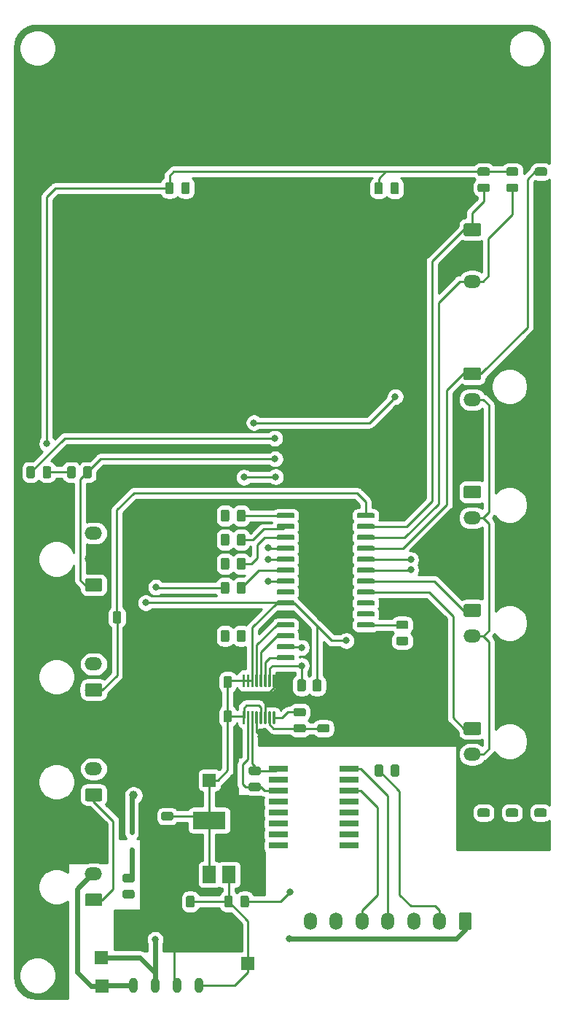
<source format=gbr>
G04 #@! TF.GenerationSoftware,KiCad,Pcbnew,(5.1.5)-3*
G04 #@! TF.CreationDate,2021-10-16T16:02:54-05:00*
G04 #@! TF.ProjectId,Controls-LightingPCB,436f6e74-726f-46c7-932d-4c6967687469,rev?*
G04 #@! TF.SameCoordinates,Original*
G04 #@! TF.FileFunction,Copper,L1,Top*
G04 #@! TF.FilePolarity,Positive*
%FSLAX46Y46*%
G04 Gerber Fmt 4.6, Leading zero omitted, Abs format (unit mm)*
G04 Created by KiCad (PCBNEW (5.1.5)-3) date 2021-10-16 16:02:54*
%MOMM*%
%LPD*%
G04 APERTURE LIST*
%ADD10R,0.450000X0.600000*%
%ADD11C,0.100000*%
%ADD12O,1.500000X2.020000*%
%ADD13O,2.020000X1.500000*%
%ADD14O,1.000000X1.800000*%
%ADD15R,3.800000X2.000000*%
%ADD16R,1.500000X2.000000*%
%ADD17R,1.500000X1.500000*%
%ADD18R,2.200000X0.760000*%
%ADD19C,0.800000*%
%ADD20C,1.000000*%
%ADD21C,0.250000*%
%ADD22C,0.551180*%
%ADD23C,0.551800*%
%ADD24C,0.558100*%
%ADD25C,0.254000*%
G04 APERTURE END LIST*
D10*
X138270000Y-142300000D03*
X138270000Y-144400000D03*
G04 #@! TA.AperFunction,SMDPad,CuDef*
D11*
G36*
X158286914Y-124601204D02*
G01*
X158311192Y-124604806D01*
X158335000Y-124610769D01*
X158358109Y-124619038D01*
X158380296Y-124629531D01*
X158401348Y-124642149D01*
X158421062Y-124656770D01*
X158439247Y-124673253D01*
X158455730Y-124691438D01*
X158470351Y-124711152D01*
X158482969Y-124732204D01*
X158493462Y-124754391D01*
X158501731Y-124777500D01*
X158507694Y-124801308D01*
X158511296Y-124825586D01*
X158512500Y-124850100D01*
X158512500Y-125749900D01*
X158511296Y-125774414D01*
X158507694Y-125798692D01*
X158501731Y-125822500D01*
X158493462Y-125845609D01*
X158482969Y-125867796D01*
X158470351Y-125888848D01*
X158455730Y-125908562D01*
X158439247Y-125926747D01*
X158421062Y-125943230D01*
X158401348Y-125957851D01*
X158380296Y-125970469D01*
X158358109Y-125980962D01*
X158335000Y-125989231D01*
X158311192Y-125995194D01*
X158286914Y-125998796D01*
X158262400Y-126000000D01*
X157737600Y-126000000D01*
X157713086Y-125998796D01*
X157688808Y-125995194D01*
X157665000Y-125989231D01*
X157641891Y-125980962D01*
X157619704Y-125970469D01*
X157598652Y-125957851D01*
X157578938Y-125943230D01*
X157560753Y-125926747D01*
X157544270Y-125908562D01*
X157529649Y-125888848D01*
X157517031Y-125867796D01*
X157506538Y-125845609D01*
X157498269Y-125822500D01*
X157492306Y-125798692D01*
X157488704Y-125774414D01*
X157487500Y-125749900D01*
X157487500Y-124850100D01*
X157488704Y-124825586D01*
X157492306Y-124801308D01*
X157498269Y-124777500D01*
X157506538Y-124754391D01*
X157517031Y-124732204D01*
X157529649Y-124711152D01*
X157544270Y-124691438D01*
X157560753Y-124673253D01*
X157578938Y-124656770D01*
X157598652Y-124642149D01*
X157619704Y-124629531D01*
X157641891Y-124619038D01*
X157665000Y-124610769D01*
X157688808Y-124604806D01*
X157713086Y-124601204D01*
X157737600Y-124600000D01*
X158262400Y-124600000D01*
X158286914Y-124601204D01*
G37*
G04 #@! TD.AperFunction*
G04 #@! TA.AperFunction,SMDPad,CuDef*
G36*
X160087005Y-124601204D02*
G01*
X160111273Y-124604804D01*
X160135072Y-124610765D01*
X160158171Y-124619030D01*
X160180350Y-124629520D01*
X160201393Y-124642132D01*
X160221099Y-124656747D01*
X160239277Y-124673223D01*
X160255753Y-124691401D01*
X160270368Y-124711107D01*
X160282980Y-124732150D01*
X160293470Y-124754329D01*
X160301735Y-124777428D01*
X160307696Y-124801227D01*
X160311296Y-124825495D01*
X160312500Y-124849999D01*
X160312500Y-125750001D01*
X160311296Y-125774505D01*
X160307696Y-125798773D01*
X160301735Y-125822572D01*
X160293470Y-125845671D01*
X160282980Y-125867850D01*
X160270368Y-125888893D01*
X160255753Y-125908599D01*
X160239277Y-125926777D01*
X160221099Y-125943253D01*
X160201393Y-125957868D01*
X160180350Y-125970480D01*
X160158171Y-125980970D01*
X160135072Y-125989235D01*
X160111273Y-125995196D01*
X160087005Y-125998796D01*
X160062501Y-126000000D01*
X159537499Y-126000000D01*
X159512995Y-125998796D01*
X159488727Y-125995196D01*
X159464928Y-125989235D01*
X159441829Y-125980970D01*
X159419650Y-125970480D01*
X159398607Y-125957868D01*
X159378901Y-125943253D01*
X159360723Y-125926777D01*
X159344247Y-125908599D01*
X159329632Y-125888893D01*
X159317020Y-125867850D01*
X159306530Y-125845671D01*
X159298265Y-125822572D01*
X159292304Y-125798773D01*
X159288704Y-125774505D01*
X159287500Y-125750001D01*
X159287500Y-124849999D01*
X159288704Y-124825495D01*
X159292304Y-124801227D01*
X159298265Y-124777428D01*
X159306530Y-124754329D01*
X159317020Y-124732150D01*
X159329632Y-124711107D01*
X159344247Y-124691401D01*
X159360723Y-124673223D01*
X159378901Y-124656747D01*
X159398607Y-124642132D01*
X159419650Y-124629520D01*
X159441829Y-124619030D01*
X159464928Y-124610765D01*
X159488727Y-124604804D01*
X159512995Y-124601204D01*
X159537499Y-124600000D01*
X160062501Y-124600000D01*
X160087005Y-124601204D01*
G37*
G04 #@! TD.AperFunction*
G04 #@! TA.AperFunction,SMDPad,CuDef*
G36*
X170180142Y-117776174D02*
G01*
X170203803Y-117779684D01*
X170227007Y-117785496D01*
X170249529Y-117793554D01*
X170271153Y-117803782D01*
X170291670Y-117816079D01*
X170310883Y-117830329D01*
X170328607Y-117846393D01*
X170344671Y-117864117D01*
X170358921Y-117883330D01*
X170371218Y-117903847D01*
X170381446Y-117925471D01*
X170389504Y-117947993D01*
X170395316Y-117971197D01*
X170398826Y-117994858D01*
X170400000Y-118018750D01*
X170400000Y-118506250D01*
X170398826Y-118530142D01*
X170395316Y-118553803D01*
X170389504Y-118577007D01*
X170381446Y-118599529D01*
X170371218Y-118621153D01*
X170358921Y-118641670D01*
X170344671Y-118660883D01*
X170328607Y-118678607D01*
X170310883Y-118694671D01*
X170291670Y-118708921D01*
X170271153Y-118721218D01*
X170249529Y-118731446D01*
X170227007Y-118739504D01*
X170203803Y-118745316D01*
X170180142Y-118748826D01*
X170156250Y-118750000D01*
X169243750Y-118750000D01*
X169219858Y-118748826D01*
X169196197Y-118745316D01*
X169172993Y-118739504D01*
X169150471Y-118731446D01*
X169128847Y-118721218D01*
X169108330Y-118708921D01*
X169089117Y-118694671D01*
X169071393Y-118678607D01*
X169055329Y-118660883D01*
X169041079Y-118641670D01*
X169028782Y-118621153D01*
X169018554Y-118599529D01*
X169010496Y-118577007D01*
X169004684Y-118553803D01*
X169001174Y-118530142D01*
X169000000Y-118506250D01*
X169000000Y-118018750D01*
X169001174Y-117994858D01*
X169004684Y-117971197D01*
X169010496Y-117947993D01*
X169018554Y-117925471D01*
X169028782Y-117903847D01*
X169041079Y-117883330D01*
X169055329Y-117864117D01*
X169071393Y-117846393D01*
X169089117Y-117830329D01*
X169108330Y-117816079D01*
X169128847Y-117803782D01*
X169150471Y-117793554D01*
X169172993Y-117785496D01*
X169196197Y-117779684D01*
X169219858Y-117776174D01*
X169243750Y-117775000D01*
X170156250Y-117775000D01*
X170180142Y-117776174D01*
G37*
G04 #@! TD.AperFunction*
G04 #@! TA.AperFunction,SMDPad,CuDef*
G36*
X170180142Y-119651174D02*
G01*
X170203803Y-119654684D01*
X170227007Y-119660496D01*
X170249529Y-119668554D01*
X170271153Y-119678782D01*
X170291670Y-119691079D01*
X170310883Y-119705329D01*
X170328607Y-119721393D01*
X170344671Y-119739117D01*
X170358921Y-119758330D01*
X170371218Y-119778847D01*
X170381446Y-119800471D01*
X170389504Y-119822993D01*
X170395316Y-119846197D01*
X170398826Y-119869858D01*
X170400000Y-119893750D01*
X170400000Y-120381250D01*
X170398826Y-120405142D01*
X170395316Y-120428803D01*
X170389504Y-120452007D01*
X170381446Y-120474529D01*
X170371218Y-120496153D01*
X170358921Y-120516670D01*
X170344671Y-120535883D01*
X170328607Y-120553607D01*
X170310883Y-120569671D01*
X170291670Y-120583921D01*
X170271153Y-120596218D01*
X170249529Y-120606446D01*
X170227007Y-120614504D01*
X170203803Y-120620316D01*
X170180142Y-120623826D01*
X170156250Y-120625000D01*
X169243750Y-120625000D01*
X169219858Y-120623826D01*
X169196197Y-120620316D01*
X169172993Y-120614504D01*
X169150471Y-120606446D01*
X169128847Y-120596218D01*
X169108330Y-120583921D01*
X169089117Y-120569671D01*
X169071393Y-120553607D01*
X169055329Y-120535883D01*
X169041079Y-120516670D01*
X169028782Y-120496153D01*
X169018554Y-120474529D01*
X169010496Y-120452007D01*
X169004684Y-120428803D01*
X169001174Y-120405142D01*
X169000000Y-120381250D01*
X169000000Y-119893750D01*
X169001174Y-119869858D01*
X169004684Y-119846197D01*
X169010496Y-119822993D01*
X169018554Y-119800471D01*
X169028782Y-119778847D01*
X169041079Y-119758330D01*
X169055329Y-119739117D01*
X169071393Y-119721393D01*
X169089117Y-119705329D01*
X169108330Y-119691079D01*
X169128847Y-119678782D01*
X169150471Y-119668554D01*
X169172993Y-119660496D01*
X169196197Y-119654684D01*
X169219858Y-119651174D01*
X169243750Y-119650000D01*
X170156250Y-119650000D01*
X170180142Y-119651174D01*
G37*
G04 #@! TD.AperFunction*
G04 #@! TA.AperFunction,SMDPad,CuDef*
G36*
X151667642Y-149701174D02*
G01*
X151691303Y-149704684D01*
X151714507Y-149710496D01*
X151737029Y-149718554D01*
X151758653Y-149728782D01*
X151779170Y-149741079D01*
X151798383Y-149755329D01*
X151816107Y-149771393D01*
X151832171Y-149789117D01*
X151846421Y-149808330D01*
X151858718Y-149828847D01*
X151868946Y-149850471D01*
X151877004Y-149872993D01*
X151882816Y-149896197D01*
X151886326Y-149919858D01*
X151887500Y-149943750D01*
X151887500Y-150856250D01*
X151886326Y-150880142D01*
X151882816Y-150903803D01*
X151877004Y-150927007D01*
X151868946Y-150949529D01*
X151858718Y-150971153D01*
X151846421Y-150991670D01*
X151832171Y-151010883D01*
X151816107Y-151028607D01*
X151798383Y-151044671D01*
X151779170Y-151058921D01*
X151758653Y-151071218D01*
X151737029Y-151081446D01*
X151714507Y-151089504D01*
X151691303Y-151095316D01*
X151667642Y-151098826D01*
X151643750Y-151100000D01*
X151156250Y-151100000D01*
X151132358Y-151098826D01*
X151108697Y-151095316D01*
X151085493Y-151089504D01*
X151062971Y-151081446D01*
X151041347Y-151071218D01*
X151020830Y-151058921D01*
X151001617Y-151044671D01*
X150983893Y-151028607D01*
X150967829Y-151010883D01*
X150953579Y-150991670D01*
X150941282Y-150971153D01*
X150931054Y-150949529D01*
X150922996Y-150927007D01*
X150917184Y-150903803D01*
X150913674Y-150880142D01*
X150912500Y-150856250D01*
X150912500Y-149943750D01*
X150913674Y-149919858D01*
X150917184Y-149896197D01*
X150922996Y-149872993D01*
X150931054Y-149850471D01*
X150941282Y-149828847D01*
X150953579Y-149808330D01*
X150967829Y-149789117D01*
X150983893Y-149771393D01*
X151001617Y-149755329D01*
X151020830Y-149741079D01*
X151041347Y-149728782D01*
X151062971Y-149718554D01*
X151085493Y-149710496D01*
X151108697Y-149704684D01*
X151132358Y-149701174D01*
X151156250Y-149700000D01*
X151643750Y-149700000D01*
X151667642Y-149701174D01*
G37*
G04 #@! TD.AperFunction*
G04 #@! TA.AperFunction,SMDPad,CuDef*
G36*
X149792642Y-149701174D02*
G01*
X149816303Y-149704684D01*
X149839507Y-149710496D01*
X149862029Y-149718554D01*
X149883653Y-149728782D01*
X149904170Y-149741079D01*
X149923383Y-149755329D01*
X149941107Y-149771393D01*
X149957171Y-149789117D01*
X149971421Y-149808330D01*
X149983718Y-149828847D01*
X149993946Y-149850471D01*
X150002004Y-149872993D01*
X150007816Y-149896197D01*
X150011326Y-149919858D01*
X150012500Y-149943750D01*
X150012500Y-150856250D01*
X150011326Y-150880142D01*
X150007816Y-150903803D01*
X150002004Y-150927007D01*
X149993946Y-150949529D01*
X149983718Y-150971153D01*
X149971421Y-150991670D01*
X149957171Y-151010883D01*
X149941107Y-151028607D01*
X149923383Y-151044671D01*
X149904170Y-151058921D01*
X149883653Y-151071218D01*
X149862029Y-151081446D01*
X149839507Y-151089504D01*
X149816303Y-151095316D01*
X149792642Y-151098826D01*
X149768750Y-151100000D01*
X149281250Y-151100000D01*
X149257358Y-151098826D01*
X149233697Y-151095316D01*
X149210493Y-151089504D01*
X149187971Y-151081446D01*
X149166347Y-151071218D01*
X149145830Y-151058921D01*
X149126617Y-151044671D01*
X149108893Y-151028607D01*
X149092829Y-151010883D01*
X149078579Y-150991670D01*
X149066282Y-150971153D01*
X149056054Y-150949529D01*
X149047996Y-150927007D01*
X149042184Y-150903803D01*
X149038674Y-150880142D01*
X149037500Y-150856250D01*
X149037500Y-149943750D01*
X149038674Y-149919858D01*
X149042184Y-149896197D01*
X149047996Y-149872993D01*
X149056054Y-149850471D01*
X149066282Y-149828847D01*
X149078579Y-149808330D01*
X149092829Y-149789117D01*
X149108893Y-149771393D01*
X149126617Y-149755329D01*
X149145830Y-149741079D01*
X149166347Y-149728782D01*
X149187971Y-149718554D01*
X149210493Y-149710496D01*
X149233697Y-149704684D01*
X149257358Y-149701174D01*
X149281250Y-149700000D01*
X149768750Y-149700000D01*
X149792642Y-149701174D01*
G37*
G04 #@! TD.AperFunction*
G04 #@! TA.AperFunction,SMDPad,CuDef*
G36*
X138380142Y-149051174D02*
G01*
X138403803Y-149054684D01*
X138427007Y-149060496D01*
X138449529Y-149068554D01*
X138471153Y-149078782D01*
X138491670Y-149091079D01*
X138510883Y-149105329D01*
X138528607Y-149121393D01*
X138544671Y-149139117D01*
X138558921Y-149158330D01*
X138571218Y-149178847D01*
X138581446Y-149200471D01*
X138589504Y-149222993D01*
X138595316Y-149246197D01*
X138598826Y-149269858D01*
X138600000Y-149293750D01*
X138600000Y-149781250D01*
X138598826Y-149805142D01*
X138595316Y-149828803D01*
X138589504Y-149852007D01*
X138581446Y-149874529D01*
X138571218Y-149896153D01*
X138558921Y-149916670D01*
X138544671Y-149935883D01*
X138528607Y-149953607D01*
X138510883Y-149969671D01*
X138491670Y-149983921D01*
X138471153Y-149996218D01*
X138449529Y-150006446D01*
X138427007Y-150014504D01*
X138403803Y-150020316D01*
X138380142Y-150023826D01*
X138356250Y-150025000D01*
X137443750Y-150025000D01*
X137419858Y-150023826D01*
X137396197Y-150020316D01*
X137372993Y-150014504D01*
X137350471Y-150006446D01*
X137328847Y-149996218D01*
X137308330Y-149983921D01*
X137289117Y-149969671D01*
X137271393Y-149953607D01*
X137255329Y-149935883D01*
X137241079Y-149916670D01*
X137228782Y-149896153D01*
X137218554Y-149874529D01*
X137210496Y-149852007D01*
X137204684Y-149828803D01*
X137201174Y-149805142D01*
X137200000Y-149781250D01*
X137200000Y-149293750D01*
X137201174Y-149269858D01*
X137204684Y-149246197D01*
X137210496Y-149222993D01*
X137218554Y-149200471D01*
X137228782Y-149178847D01*
X137241079Y-149158330D01*
X137255329Y-149139117D01*
X137271393Y-149121393D01*
X137289117Y-149105329D01*
X137308330Y-149091079D01*
X137328847Y-149078782D01*
X137350471Y-149068554D01*
X137372993Y-149060496D01*
X137396197Y-149054684D01*
X137419858Y-149051174D01*
X137443750Y-149050000D01*
X138356250Y-149050000D01*
X138380142Y-149051174D01*
G37*
G04 #@! TD.AperFunction*
G04 #@! TA.AperFunction,SMDPad,CuDef*
G36*
X138380142Y-147176174D02*
G01*
X138403803Y-147179684D01*
X138427007Y-147185496D01*
X138449529Y-147193554D01*
X138471153Y-147203782D01*
X138491670Y-147216079D01*
X138510883Y-147230329D01*
X138528607Y-147246393D01*
X138544671Y-147264117D01*
X138558921Y-147283330D01*
X138571218Y-147303847D01*
X138581446Y-147325471D01*
X138589504Y-147347993D01*
X138595316Y-147371197D01*
X138598826Y-147394858D01*
X138600000Y-147418750D01*
X138600000Y-147906250D01*
X138598826Y-147930142D01*
X138595316Y-147953803D01*
X138589504Y-147977007D01*
X138581446Y-147999529D01*
X138571218Y-148021153D01*
X138558921Y-148041670D01*
X138544671Y-148060883D01*
X138528607Y-148078607D01*
X138510883Y-148094671D01*
X138491670Y-148108921D01*
X138471153Y-148121218D01*
X138449529Y-148131446D01*
X138427007Y-148139504D01*
X138403803Y-148145316D01*
X138380142Y-148148826D01*
X138356250Y-148150000D01*
X137443750Y-148150000D01*
X137419858Y-148148826D01*
X137396197Y-148145316D01*
X137372993Y-148139504D01*
X137350471Y-148131446D01*
X137328847Y-148121218D01*
X137308330Y-148108921D01*
X137289117Y-148094671D01*
X137271393Y-148078607D01*
X137255329Y-148060883D01*
X137241079Y-148041670D01*
X137228782Y-148021153D01*
X137218554Y-147999529D01*
X137210496Y-147977007D01*
X137204684Y-147953803D01*
X137201174Y-147930142D01*
X137200000Y-147906250D01*
X137200000Y-147418750D01*
X137201174Y-147394858D01*
X137204684Y-147371197D01*
X137210496Y-147347993D01*
X137218554Y-147325471D01*
X137228782Y-147303847D01*
X137241079Y-147283330D01*
X137255329Y-147264117D01*
X137271393Y-147246393D01*
X137289117Y-147230329D01*
X137308330Y-147216079D01*
X137328847Y-147203782D01*
X137350471Y-147193554D01*
X137372993Y-147185496D01*
X137396197Y-147179684D01*
X137419858Y-147176174D01*
X137443750Y-147175000D01*
X138356250Y-147175000D01*
X138380142Y-147176174D01*
G37*
G04 #@! TD.AperFunction*
D12*
X159030400Y-152646400D03*
X162030400Y-152646400D03*
X165030400Y-152646400D03*
X168030400Y-152646400D03*
X171030400Y-152646400D03*
X174030400Y-152646400D03*
G04 #@! TA.AperFunction,ComponentPad*
D11*
G36*
X177554904Y-151637604D02*
G01*
X177579173Y-151641204D01*
X177602971Y-151647165D01*
X177626071Y-151655430D01*
X177648249Y-151665920D01*
X177669293Y-151678533D01*
X177688998Y-151693147D01*
X177707177Y-151709623D01*
X177723653Y-151727802D01*
X177738267Y-151747507D01*
X177750880Y-151768551D01*
X177761370Y-151790729D01*
X177769635Y-151813829D01*
X177775596Y-151837627D01*
X177779196Y-151861896D01*
X177780400Y-151886400D01*
X177780400Y-153406400D01*
X177779196Y-153430904D01*
X177775596Y-153455173D01*
X177769635Y-153478971D01*
X177761370Y-153502071D01*
X177750880Y-153524249D01*
X177738267Y-153545293D01*
X177723653Y-153564998D01*
X177707177Y-153583177D01*
X177688998Y-153599653D01*
X177669293Y-153614267D01*
X177648249Y-153626880D01*
X177626071Y-153637370D01*
X177602971Y-153645635D01*
X177579173Y-153651596D01*
X177554904Y-153655196D01*
X177530400Y-153656400D01*
X176530400Y-153656400D01*
X176505896Y-153655196D01*
X176481627Y-153651596D01*
X176457829Y-153645635D01*
X176434729Y-153637370D01*
X176412551Y-153626880D01*
X176391507Y-153614267D01*
X176371802Y-153599653D01*
X176353623Y-153583177D01*
X176337147Y-153564998D01*
X176322533Y-153545293D01*
X176309920Y-153524249D01*
X176299430Y-153502071D01*
X176291165Y-153478971D01*
X176285204Y-153455173D01*
X176281604Y-153430904D01*
X176280400Y-153406400D01*
X176280400Y-151886400D01*
X176281604Y-151861896D01*
X176285204Y-151837627D01*
X176291165Y-151813829D01*
X176299430Y-151790729D01*
X176309920Y-151768551D01*
X176322533Y-151747507D01*
X176337147Y-151727802D01*
X176353623Y-151709623D01*
X176371802Y-151693147D01*
X176391507Y-151678533D01*
X176412551Y-151665920D01*
X176434729Y-151655430D01*
X176457829Y-151647165D01*
X176481627Y-151641204D01*
X176505896Y-151637604D01*
X176530400Y-151636400D01*
X177530400Y-151636400D01*
X177554904Y-151637604D01*
G37*
G04 #@! TD.AperFunction*
D13*
X133850400Y-134999066D03*
G04 #@! TA.AperFunction,ComponentPad*
D11*
G36*
X134634904Y-137250270D02*
G01*
X134659173Y-137253870D01*
X134682971Y-137259831D01*
X134706071Y-137268096D01*
X134728249Y-137278586D01*
X134749293Y-137291199D01*
X134768998Y-137305813D01*
X134787177Y-137322289D01*
X134803653Y-137340468D01*
X134818267Y-137360173D01*
X134830880Y-137381217D01*
X134841370Y-137403395D01*
X134849635Y-137426495D01*
X134855596Y-137450293D01*
X134859196Y-137474562D01*
X134860400Y-137499066D01*
X134860400Y-138499066D01*
X134859196Y-138523570D01*
X134855596Y-138547839D01*
X134849635Y-138571637D01*
X134841370Y-138594737D01*
X134830880Y-138616915D01*
X134818267Y-138637959D01*
X134803653Y-138657664D01*
X134787177Y-138675843D01*
X134768998Y-138692319D01*
X134749293Y-138706933D01*
X134728249Y-138719546D01*
X134706071Y-138730036D01*
X134682971Y-138738301D01*
X134659173Y-138744262D01*
X134634904Y-138747862D01*
X134610400Y-138749066D01*
X133090400Y-138749066D01*
X133065896Y-138747862D01*
X133041627Y-138744262D01*
X133017829Y-138738301D01*
X132994729Y-138730036D01*
X132972551Y-138719546D01*
X132951507Y-138706933D01*
X132931802Y-138692319D01*
X132913623Y-138675843D01*
X132897147Y-138657664D01*
X132882533Y-138637959D01*
X132869920Y-138616915D01*
X132859430Y-138594737D01*
X132851165Y-138571637D01*
X132845204Y-138547839D01*
X132841604Y-138523570D01*
X132840400Y-138499066D01*
X132840400Y-137499066D01*
X132841604Y-137474562D01*
X132845204Y-137450293D01*
X132851165Y-137426495D01*
X132859430Y-137403395D01*
X132869920Y-137381217D01*
X132882533Y-137360173D01*
X132897147Y-137340468D01*
X132913623Y-137322289D01*
X132931802Y-137305813D01*
X132951507Y-137291199D01*
X132972551Y-137278586D01*
X132994729Y-137268096D01*
X133017829Y-137259831D01*
X133041627Y-137253870D01*
X133065896Y-137250270D01*
X133090400Y-137249066D01*
X134610400Y-137249066D01*
X134634904Y-137250270D01*
G37*
G04 #@! TD.AperFunction*
D13*
X133850400Y-122815533D03*
G04 #@! TA.AperFunction,ComponentPad*
D11*
G36*
X134634904Y-125066737D02*
G01*
X134659173Y-125070337D01*
X134682971Y-125076298D01*
X134706071Y-125084563D01*
X134728249Y-125095053D01*
X134749293Y-125107666D01*
X134768998Y-125122280D01*
X134787177Y-125138756D01*
X134803653Y-125156935D01*
X134818267Y-125176640D01*
X134830880Y-125197684D01*
X134841370Y-125219862D01*
X134849635Y-125242962D01*
X134855596Y-125266760D01*
X134859196Y-125291029D01*
X134860400Y-125315533D01*
X134860400Y-126315533D01*
X134859196Y-126340037D01*
X134855596Y-126364306D01*
X134849635Y-126388104D01*
X134841370Y-126411204D01*
X134830880Y-126433382D01*
X134818267Y-126454426D01*
X134803653Y-126474131D01*
X134787177Y-126492310D01*
X134768998Y-126508786D01*
X134749293Y-126523400D01*
X134728249Y-126536013D01*
X134706071Y-126546503D01*
X134682971Y-126554768D01*
X134659173Y-126560729D01*
X134634904Y-126564329D01*
X134610400Y-126565533D01*
X133090400Y-126565533D01*
X133065896Y-126564329D01*
X133041627Y-126560729D01*
X133017829Y-126554768D01*
X132994729Y-126546503D01*
X132972551Y-126536013D01*
X132951507Y-126523400D01*
X132931802Y-126508786D01*
X132913623Y-126492310D01*
X132897147Y-126474131D01*
X132882533Y-126454426D01*
X132869920Y-126433382D01*
X132859430Y-126411204D01*
X132851165Y-126388104D01*
X132845204Y-126364306D01*
X132841604Y-126340037D01*
X132840400Y-126315533D01*
X132840400Y-125315533D01*
X132841604Y-125291029D01*
X132845204Y-125266760D01*
X132851165Y-125242962D01*
X132859430Y-125219862D01*
X132869920Y-125197684D01*
X132882533Y-125176640D01*
X132897147Y-125156935D01*
X132913623Y-125138756D01*
X132931802Y-125122280D01*
X132951507Y-125107666D01*
X132972551Y-125095053D01*
X132994729Y-125084563D01*
X133017829Y-125076298D01*
X133041627Y-125070337D01*
X133065896Y-125066737D01*
X133090400Y-125065533D01*
X134610400Y-125065533D01*
X134634904Y-125066737D01*
G37*
G04 #@! TD.AperFunction*
G04 #@! TA.AperFunction,SMDPad,CuDef*
G36*
X157033163Y-105292422D02*
G01*
X157047724Y-105294582D01*
X157062003Y-105298159D01*
X157075863Y-105303118D01*
X157089170Y-105309412D01*
X157101796Y-105316980D01*
X157113619Y-105325748D01*
X157124526Y-105335634D01*
X157134412Y-105346541D01*
X157143180Y-105358364D01*
X157150748Y-105370990D01*
X157157042Y-105384297D01*
X157162001Y-105398157D01*
X157165578Y-105412436D01*
X157167738Y-105426997D01*
X157168460Y-105441700D01*
X157168460Y-105741700D01*
X157167738Y-105756403D01*
X157165578Y-105770964D01*
X157162001Y-105785243D01*
X157157042Y-105799103D01*
X157150748Y-105812410D01*
X157143180Y-105825036D01*
X157134412Y-105836859D01*
X157124526Y-105847766D01*
X157113619Y-105857652D01*
X157101796Y-105866420D01*
X157089170Y-105873988D01*
X157075863Y-105880282D01*
X157062003Y-105885241D01*
X157047724Y-105888818D01*
X157033163Y-105890978D01*
X157018460Y-105891700D01*
X155268460Y-105891700D01*
X155253757Y-105890978D01*
X155239196Y-105888818D01*
X155224917Y-105885241D01*
X155211057Y-105880282D01*
X155197750Y-105873988D01*
X155185124Y-105866420D01*
X155173301Y-105857652D01*
X155162394Y-105847766D01*
X155152508Y-105836859D01*
X155143740Y-105825036D01*
X155136172Y-105812410D01*
X155129878Y-105799103D01*
X155124919Y-105785243D01*
X155121342Y-105770964D01*
X155119182Y-105756403D01*
X155118460Y-105741700D01*
X155118460Y-105441700D01*
X155119182Y-105426997D01*
X155121342Y-105412436D01*
X155124919Y-105398157D01*
X155129878Y-105384297D01*
X155136172Y-105370990D01*
X155143740Y-105358364D01*
X155152508Y-105346541D01*
X155162394Y-105335634D01*
X155173301Y-105325748D01*
X155185124Y-105316980D01*
X155197750Y-105309412D01*
X155211057Y-105303118D01*
X155224917Y-105298159D01*
X155239196Y-105294582D01*
X155253757Y-105292422D01*
X155268460Y-105291700D01*
X157018460Y-105291700D01*
X157033163Y-105292422D01*
G37*
G04 #@! TD.AperFunction*
G04 #@! TA.AperFunction,SMDPad,CuDef*
G36*
X157033163Y-106562422D02*
G01*
X157047724Y-106564582D01*
X157062003Y-106568159D01*
X157075863Y-106573118D01*
X157089170Y-106579412D01*
X157101796Y-106586980D01*
X157113619Y-106595748D01*
X157124526Y-106605634D01*
X157134412Y-106616541D01*
X157143180Y-106628364D01*
X157150748Y-106640990D01*
X157157042Y-106654297D01*
X157162001Y-106668157D01*
X157165578Y-106682436D01*
X157167738Y-106696997D01*
X157168460Y-106711700D01*
X157168460Y-107011700D01*
X157167738Y-107026403D01*
X157165578Y-107040964D01*
X157162001Y-107055243D01*
X157157042Y-107069103D01*
X157150748Y-107082410D01*
X157143180Y-107095036D01*
X157134412Y-107106859D01*
X157124526Y-107117766D01*
X157113619Y-107127652D01*
X157101796Y-107136420D01*
X157089170Y-107143988D01*
X157075863Y-107150282D01*
X157062003Y-107155241D01*
X157047724Y-107158818D01*
X157033163Y-107160978D01*
X157018460Y-107161700D01*
X155268460Y-107161700D01*
X155253757Y-107160978D01*
X155239196Y-107158818D01*
X155224917Y-107155241D01*
X155211057Y-107150282D01*
X155197750Y-107143988D01*
X155185124Y-107136420D01*
X155173301Y-107127652D01*
X155162394Y-107117766D01*
X155152508Y-107106859D01*
X155143740Y-107095036D01*
X155136172Y-107082410D01*
X155129878Y-107069103D01*
X155124919Y-107055243D01*
X155121342Y-107040964D01*
X155119182Y-107026403D01*
X155118460Y-107011700D01*
X155118460Y-106711700D01*
X155119182Y-106696997D01*
X155121342Y-106682436D01*
X155124919Y-106668157D01*
X155129878Y-106654297D01*
X155136172Y-106640990D01*
X155143740Y-106628364D01*
X155152508Y-106616541D01*
X155162394Y-106605634D01*
X155173301Y-106595748D01*
X155185124Y-106586980D01*
X155197750Y-106579412D01*
X155211057Y-106573118D01*
X155224917Y-106568159D01*
X155239196Y-106564582D01*
X155253757Y-106562422D01*
X155268460Y-106561700D01*
X157018460Y-106561700D01*
X157033163Y-106562422D01*
G37*
G04 #@! TD.AperFunction*
G04 #@! TA.AperFunction,SMDPad,CuDef*
G36*
X157033163Y-107832422D02*
G01*
X157047724Y-107834582D01*
X157062003Y-107838159D01*
X157075863Y-107843118D01*
X157089170Y-107849412D01*
X157101796Y-107856980D01*
X157113619Y-107865748D01*
X157124526Y-107875634D01*
X157134412Y-107886541D01*
X157143180Y-107898364D01*
X157150748Y-107910990D01*
X157157042Y-107924297D01*
X157162001Y-107938157D01*
X157165578Y-107952436D01*
X157167738Y-107966997D01*
X157168460Y-107981700D01*
X157168460Y-108281700D01*
X157167738Y-108296403D01*
X157165578Y-108310964D01*
X157162001Y-108325243D01*
X157157042Y-108339103D01*
X157150748Y-108352410D01*
X157143180Y-108365036D01*
X157134412Y-108376859D01*
X157124526Y-108387766D01*
X157113619Y-108397652D01*
X157101796Y-108406420D01*
X157089170Y-108413988D01*
X157075863Y-108420282D01*
X157062003Y-108425241D01*
X157047724Y-108428818D01*
X157033163Y-108430978D01*
X157018460Y-108431700D01*
X155268460Y-108431700D01*
X155253757Y-108430978D01*
X155239196Y-108428818D01*
X155224917Y-108425241D01*
X155211057Y-108420282D01*
X155197750Y-108413988D01*
X155185124Y-108406420D01*
X155173301Y-108397652D01*
X155162394Y-108387766D01*
X155152508Y-108376859D01*
X155143740Y-108365036D01*
X155136172Y-108352410D01*
X155129878Y-108339103D01*
X155124919Y-108325243D01*
X155121342Y-108310964D01*
X155119182Y-108296403D01*
X155118460Y-108281700D01*
X155118460Y-107981700D01*
X155119182Y-107966997D01*
X155121342Y-107952436D01*
X155124919Y-107938157D01*
X155129878Y-107924297D01*
X155136172Y-107910990D01*
X155143740Y-107898364D01*
X155152508Y-107886541D01*
X155162394Y-107875634D01*
X155173301Y-107865748D01*
X155185124Y-107856980D01*
X155197750Y-107849412D01*
X155211057Y-107843118D01*
X155224917Y-107838159D01*
X155239196Y-107834582D01*
X155253757Y-107832422D01*
X155268460Y-107831700D01*
X157018460Y-107831700D01*
X157033163Y-107832422D01*
G37*
G04 #@! TD.AperFunction*
G04 #@! TA.AperFunction,SMDPad,CuDef*
G36*
X157033163Y-109102422D02*
G01*
X157047724Y-109104582D01*
X157062003Y-109108159D01*
X157075863Y-109113118D01*
X157089170Y-109119412D01*
X157101796Y-109126980D01*
X157113619Y-109135748D01*
X157124526Y-109145634D01*
X157134412Y-109156541D01*
X157143180Y-109168364D01*
X157150748Y-109180990D01*
X157157042Y-109194297D01*
X157162001Y-109208157D01*
X157165578Y-109222436D01*
X157167738Y-109236997D01*
X157168460Y-109251700D01*
X157168460Y-109551700D01*
X157167738Y-109566403D01*
X157165578Y-109580964D01*
X157162001Y-109595243D01*
X157157042Y-109609103D01*
X157150748Y-109622410D01*
X157143180Y-109635036D01*
X157134412Y-109646859D01*
X157124526Y-109657766D01*
X157113619Y-109667652D01*
X157101796Y-109676420D01*
X157089170Y-109683988D01*
X157075863Y-109690282D01*
X157062003Y-109695241D01*
X157047724Y-109698818D01*
X157033163Y-109700978D01*
X157018460Y-109701700D01*
X155268460Y-109701700D01*
X155253757Y-109700978D01*
X155239196Y-109698818D01*
X155224917Y-109695241D01*
X155211057Y-109690282D01*
X155197750Y-109683988D01*
X155185124Y-109676420D01*
X155173301Y-109667652D01*
X155162394Y-109657766D01*
X155152508Y-109646859D01*
X155143740Y-109635036D01*
X155136172Y-109622410D01*
X155129878Y-109609103D01*
X155124919Y-109595243D01*
X155121342Y-109580964D01*
X155119182Y-109566403D01*
X155118460Y-109551700D01*
X155118460Y-109251700D01*
X155119182Y-109236997D01*
X155121342Y-109222436D01*
X155124919Y-109208157D01*
X155129878Y-109194297D01*
X155136172Y-109180990D01*
X155143740Y-109168364D01*
X155152508Y-109156541D01*
X155162394Y-109145634D01*
X155173301Y-109135748D01*
X155185124Y-109126980D01*
X155197750Y-109119412D01*
X155211057Y-109113118D01*
X155224917Y-109108159D01*
X155239196Y-109104582D01*
X155253757Y-109102422D01*
X155268460Y-109101700D01*
X157018460Y-109101700D01*
X157033163Y-109102422D01*
G37*
G04 #@! TD.AperFunction*
G04 #@! TA.AperFunction,SMDPad,CuDef*
G36*
X157033163Y-110372422D02*
G01*
X157047724Y-110374582D01*
X157062003Y-110378159D01*
X157075863Y-110383118D01*
X157089170Y-110389412D01*
X157101796Y-110396980D01*
X157113619Y-110405748D01*
X157124526Y-110415634D01*
X157134412Y-110426541D01*
X157143180Y-110438364D01*
X157150748Y-110450990D01*
X157157042Y-110464297D01*
X157162001Y-110478157D01*
X157165578Y-110492436D01*
X157167738Y-110506997D01*
X157168460Y-110521700D01*
X157168460Y-110821700D01*
X157167738Y-110836403D01*
X157165578Y-110850964D01*
X157162001Y-110865243D01*
X157157042Y-110879103D01*
X157150748Y-110892410D01*
X157143180Y-110905036D01*
X157134412Y-110916859D01*
X157124526Y-110927766D01*
X157113619Y-110937652D01*
X157101796Y-110946420D01*
X157089170Y-110953988D01*
X157075863Y-110960282D01*
X157062003Y-110965241D01*
X157047724Y-110968818D01*
X157033163Y-110970978D01*
X157018460Y-110971700D01*
X155268460Y-110971700D01*
X155253757Y-110970978D01*
X155239196Y-110968818D01*
X155224917Y-110965241D01*
X155211057Y-110960282D01*
X155197750Y-110953988D01*
X155185124Y-110946420D01*
X155173301Y-110937652D01*
X155162394Y-110927766D01*
X155152508Y-110916859D01*
X155143740Y-110905036D01*
X155136172Y-110892410D01*
X155129878Y-110879103D01*
X155124919Y-110865243D01*
X155121342Y-110850964D01*
X155119182Y-110836403D01*
X155118460Y-110821700D01*
X155118460Y-110521700D01*
X155119182Y-110506997D01*
X155121342Y-110492436D01*
X155124919Y-110478157D01*
X155129878Y-110464297D01*
X155136172Y-110450990D01*
X155143740Y-110438364D01*
X155152508Y-110426541D01*
X155162394Y-110415634D01*
X155173301Y-110405748D01*
X155185124Y-110396980D01*
X155197750Y-110389412D01*
X155211057Y-110383118D01*
X155224917Y-110378159D01*
X155239196Y-110374582D01*
X155253757Y-110372422D01*
X155268460Y-110371700D01*
X157018460Y-110371700D01*
X157033163Y-110372422D01*
G37*
G04 #@! TD.AperFunction*
G04 #@! TA.AperFunction,SMDPad,CuDef*
G36*
X157033163Y-111642422D02*
G01*
X157047724Y-111644582D01*
X157062003Y-111648159D01*
X157075863Y-111653118D01*
X157089170Y-111659412D01*
X157101796Y-111666980D01*
X157113619Y-111675748D01*
X157124526Y-111685634D01*
X157134412Y-111696541D01*
X157143180Y-111708364D01*
X157150748Y-111720990D01*
X157157042Y-111734297D01*
X157162001Y-111748157D01*
X157165578Y-111762436D01*
X157167738Y-111776997D01*
X157168460Y-111791700D01*
X157168460Y-112091700D01*
X157167738Y-112106403D01*
X157165578Y-112120964D01*
X157162001Y-112135243D01*
X157157042Y-112149103D01*
X157150748Y-112162410D01*
X157143180Y-112175036D01*
X157134412Y-112186859D01*
X157124526Y-112197766D01*
X157113619Y-112207652D01*
X157101796Y-112216420D01*
X157089170Y-112223988D01*
X157075863Y-112230282D01*
X157062003Y-112235241D01*
X157047724Y-112238818D01*
X157033163Y-112240978D01*
X157018460Y-112241700D01*
X155268460Y-112241700D01*
X155253757Y-112240978D01*
X155239196Y-112238818D01*
X155224917Y-112235241D01*
X155211057Y-112230282D01*
X155197750Y-112223988D01*
X155185124Y-112216420D01*
X155173301Y-112207652D01*
X155162394Y-112197766D01*
X155152508Y-112186859D01*
X155143740Y-112175036D01*
X155136172Y-112162410D01*
X155129878Y-112149103D01*
X155124919Y-112135243D01*
X155121342Y-112120964D01*
X155119182Y-112106403D01*
X155118460Y-112091700D01*
X155118460Y-111791700D01*
X155119182Y-111776997D01*
X155121342Y-111762436D01*
X155124919Y-111748157D01*
X155129878Y-111734297D01*
X155136172Y-111720990D01*
X155143740Y-111708364D01*
X155152508Y-111696541D01*
X155162394Y-111685634D01*
X155173301Y-111675748D01*
X155185124Y-111666980D01*
X155197750Y-111659412D01*
X155211057Y-111653118D01*
X155224917Y-111648159D01*
X155239196Y-111644582D01*
X155253757Y-111642422D01*
X155268460Y-111641700D01*
X157018460Y-111641700D01*
X157033163Y-111642422D01*
G37*
G04 #@! TD.AperFunction*
G04 #@! TA.AperFunction,SMDPad,CuDef*
G36*
X157033163Y-112912422D02*
G01*
X157047724Y-112914582D01*
X157062003Y-112918159D01*
X157075863Y-112923118D01*
X157089170Y-112929412D01*
X157101796Y-112936980D01*
X157113619Y-112945748D01*
X157124526Y-112955634D01*
X157134412Y-112966541D01*
X157143180Y-112978364D01*
X157150748Y-112990990D01*
X157157042Y-113004297D01*
X157162001Y-113018157D01*
X157165578Y-113032436D01*
X157167738Y-113046997D01*
X157168460Y-113061700D01*
X157168460Y-113361700D01*
X157167738Y-113376403D01*
X157165578Y-113390964D01*
X157162001Y-113405243D01*
X157157042Y-113419103D01*
X157150748Y-113432410D01*
X157143180Y-113445036D01*
X157134412Y-113456859D01*
X157124526Y-113467766D01*
X157113619Y-113477652D01*
X157101796Y-113486420D01*
X157089170Y-113493988D01*
X157075863Y-113500282D01*
X157062003Y-113505241D01*
X157047724Y-113508818D01*
X157033163Y-113510978D01*
X157018460Y-113511700D01*
X155268460Y-113511700D01*
X155253757Y-113510978D01*
X155239196Y-113508818D01*
X155224917Y-113505241D01*
X155211057Y-113500282D01*
X155197750Y-113493988D01*
X155185124Y-113486420D01*
X155173301Y-113477652D01*
X155162394Y-113467766D01*
X155152508Y-113456859D01*
X155143740Y-113445036D01*
X155136172Y-113432410D01*
X155129878Y-113419103D01*
X155124919Y-113405243D01*
X155121342Y-113390964D01*
X155119182Y-113376403D01*
X155118460Y-113361700D01*
X155118460Y-113061700D01*
X155119182Y-113046997D01*
X155121342Y-113032436D01*
X155124919Y-113018157D01*
X155129878Y-113004297D01*
X155136172Y-112990990D01*
X155143740Y-112978364D01*
X155152508Y-112966541D01*
X155162394Y-112955634D01*
X155173301Y-112945748D01*
X155185124Y-112936980D01*
X155197750Y-112929412D01*
X155211057Y-112923118D01*
X155224917Y-112918159D01*
X155239196Y-112914582D01*
X155253757Y-112912422D01*
X155268460Y-112911700D01*
X157018460Y-112911700D01*
X157033163Y-112912422D01*
G37*
G04 #@! TD.AperFunction*
G04 #@! TA.AperFunction,SMDPad,CuDef*
G36*
X157033163Y-114182422D02*
G01*
X157047724Y-114184582D01*
X157062003Y-114188159D01*
X157075863Y-114193118D01*
X157089170Y-114199412D01*
X157101796Y-114206980D01*
X157113619Y-114215748D01*
X157124526Y-114225634D01*
X157134412Y-114236541D01*
X157143180Y-114248364D01*
X157150748Y-114260990D01*
X157157042Y-114274297D01*
X157162001Y-114288157D01*
X157165578Y-114302436D01*
X157167738Y-114316997D01*
X157168460Y-114331700D01*
X157168460Y-114631700D01*
X157167738Y-114646403D01*
X157165578Y-114660964D01*
X157162001Y-114675243D01*
X157157042Y-114689103D01*
X157150748Y-114702410D01*
X157143180Y-114715036D01*
X157134412Y-114726859D01*
X157124526Y-114737766D01*
X157113619Y-114747652D01*
X157101796Y-114756420D01*
X157089170Y-114763988D01*
X157075863Y-114770282D01*
X157062003Y-114775241D01*
X157047724Y-114778818D01*
X157033163Y-114780978D01*
X157018460Y-114781700D01*
X155268460Y-114781700D01*
X155253757Y-114780978D01*
X155239196Y-114778818D01*
X155224917Y-114775241D01*
X155211057Y-114770282D01*
X155197750Y-114763988D01*
X155185124Y-114756420D01*
X155173301Y-114747652D01*
X155162394Y-114737766D01*
X155152508Y-114726859D01*
X155143740Y-114715036D01*
X155136172Y-114702410D01*
X155129878Y-114689103D01*
X155124919Y-114675243D01*
X155121342Y-114660964D01*
X155119182Y-114646403D01*
X155118460Y-114631700D01*
X155118460Y-114331700D01*
X155119182Y-114316997D01*
X155121342Y-114302436D01*
X155124919Y-114288157D01*
X155129878Y-114274297D01*
X155136172Y-114260990D01*
X155143740Y-114248364D01*
X155152508Y-114236541D01*
X155162394Y-114225634D01*
X155173301Y-114215748D01*
X155185124Y-114206980D01*
X155197750Y-114199412D01*
X155211057Y-114193118D01*
X155224917Y-114188159D01*
X155239196Y-114184582D01*
X155253757Y-114182422D01*
X155268460Y-114181700D01*
X157018460Y-114181700D01*
X157033163Y-114182422D01*
G37*
G04 #@! TD.AperFunction*
G04 #@! TA.AperFunction,SMDPad,CuDef*
G36*
X157033163Y-115452422D02*
G01*
X157047724Y-115454582D01*
X157062003Y-115458159D01*
X157075863Y-115463118D01*
X157089170Y-115469412D01*
X157101796Y-115476980D01*
X157113619Y-115485748D01*
X157124526Y-115495634D01*
X157134412Y-115506541D01*
X157143180Y-115518364D01*
X157150748Y-115530990D01*
X157157042Y-115544297D01*
X157162001Y-115558157D01*
X157165578Y-115572436D01*
X157167738Y-115586997D01*
X157168460Y-115601700D01*
X157168460Y-115901700D01*
X157167738Y-115916403D01*
X157165578Y-115930964D01*
X157162001Y-115945243D01*
X157157042Y-115959103D01*
X157150748Y-115972410D01*
X157143180Y-115985036D01*
X157134412Y-115996859D01*
X157124526Y-116007766D01*
X157113619Y-116017652D01*
X157101796Y-116026420D01*
X157089170Y-116033988D01*
X157075863Y-116040282D01*
X157062003Y-116045241D01*
X157047724Y-116048818D01*
X157033163Y-116050978D01*
X157018460Y-116051700D01*
X155268460Y-116051700D01*
X155253757Y-116050978D01*
X155239196Y-116048818D01*
X155224917Y-116045241D01*
X155211057Y-116040282D01*
X155197750Y-116033988D01*
X155185124Y-116026420D01*
X155173301Y-116017652D01*
X155162394Y-116007766D01*
X155152508Y-115996859D01*
X155143740Y-115985036D01*
X155136172Y-115972410D01*
X155129878Y-115959103D01*
X155124919Y-115945243D01*
X155121342Y-115930964D01*
X155119182Y-115916403D01*
X155118460Y-115901700D01*
X155118460Y-115601700D01*
X155119182Y-115586997D01*
X155121342Y-115572436D01*
X155124919Y-115558157D01*
X155129878Y-115544297D01*
X155136172Y-115530990D01*
X155143740Y-115518364D01*
X155152508Y-115506541D01*
X155162394Y-115495634D01*
X155173301Y-115485748D01*
X155185124Y-115476980D01*
X155197750Y-115469412D01*
X155211057Y-115463118D01*
X155224917Y-115458159D01*
X155239196Y-115454582D01*
X155253757Y-115452422D01*
X155268460Y-115451700D01*
X157018460Y-115451700D01*
X157033163Y-115452422D01*
G37*
G04 #@! TD.AperFunction*
G04 #@! TA.AperFunction,SMDPad,CuDef*
G36*
X157033163Y-116722422D02*
G01*
X157047724Y-116724582D01*
X157062003Y-116728159D01*
X157075863Y-116733118D01*
X157089170Y-116739412D01*
X157101796Y-116746980D01*
X157113619Y-116755748D01*
X157124526Y-116765634D01*
X157134412Y-116776541D01*
X157143180Y-116788364D01*
X157150748Y-116800990D01*
X157157042Y-116814297D01*
X157162001Y-116828157D01*
X157165578Y-116842436D01*
X157167738Y-116856997D01*
X157168460Y-116871700D01*
X157168460Y-117171700D01*
X157167738Y-117186403D01*
X157165578Y-117200964D01*
X157162001Y-117215243D01*
X157157042Y-117229103D01*
X157150748Y-117242410D01*
X157143180Y-117255036D01*
X157134412Y-117266859D01*
X157124526Y-117277766D01*
X157113619Y-117287652D01*
X157101796Y-117296420D01*
X157089170Y-117303988D01*
X157075863Y-117310282D01*
X157062003Y-117315241D01*
X157047724Y-117318818D01*
X157033163Y-117320978D01*
X157018460Y-117321700D01*
X155268460Y-117321700D01*
X155253757Y-117320978D01*
X155239196Y-117318818D01*
X155224917Y-117315241D01*
X155211057Y-117310282D01*
X155197750Y-117303988D01*
X155185124Y-117296420D01*
X155173301Y-117287652D01*
X155162394Y-117277766D01*
X155152508Y-117266859D01*
X155143740Y-117255036D01*
X155136172Y-117242410D01*
X155129878Y-117229103D01*
X155124919Y-117215243D01*
X155121342Y-117200964D01*
X155119182Y-117186403D01*
X155118460Y-117171700D01*
X155118460Y-116871700D01*
X155119182Y-116856997D01*
X155121342Y-116842436D01*
X155124919Y-116828157D01*
X155129878Y-116814297D01*
X155136172Y-116800990D01*
X155143740Y-116788364D01*
X155152508Y-116776541D01*
X155162394Y-116765634D01*
X155173301Y-116755748D01*
X155185124Y-116746980D01*
X155197750Y-116739412D01*
X155211057Y-116733118D01*
X155224917Y-116728159D01*
X155239196Y-116724582D01*
X155253757Y-116722422D01*
X155268460Y-116721700D01*
X157018460Y-116721700D01*
X157033163Y-116722422D01*
G37*
G04 #@! TD.AperFunction*
G04 #@! TA.AperFunction,SMDPad,CuDef*
G36*
X157033163Y-117992422D02*
G01*
X157047724Y-117994582D01*
X157062003Y-117998159D01*
X157075863Y-118003118D01*
X157089170Y-118009412D01*
X157101796Y-118016980D01*
X157113619Y-118025748D01*
X157124526Y-118035634D01*
X157134412Y-118046541D01*
X157143180Y-118058364D01*
X157150748Y-118070990D01*
X157157042Y-118084297D01*
X157162001Y-118098157D01*
X157165578Y-118112436D01*
X157167738Y-118126997D01*
X157168460Y-118141700D01*
X157168460Y-118441700D01*
X157167738Y-118456403D01*
X157165578Y-118470964D01*
X157162001Y-118485243D01*
X157157042Y-118499103D01*
X157150748Y-118512410D01*
X157143180Y-118525036D01*
X157134412Y-118536859D01*
X157124526Y-118547766D01*
X157113619Y-118557652D01*
X157101796Y-118566420D01*
X157089170Y-118573988D01*
X157075863Y-118580282D01*
X157062003Y-118585241D01*
X157047724Y-118588818D01*
X157033163Y-118590978D01*
X157018460Y-118591700D01*
X155268460Y-118591700D01*
X155253757Y-118590978D01*
X155239196Y-118588818D01*
X155224917Y-118585241D01*
X155211057Y-118580282D01*
X155197750Y-118573988D01*
X155185124Y-118566420D01*
X155173301Y-118557652D01*
X155162394Y-118547766D01*
X155152508Y-118536859D01*
X155143740Y-118525036D01*
X155136172Y-118512410D01*
X155129878Y-118499103D01*
X155124919Y-118485243D01*
X155121342Y-118470964D01*
X155119182Y-118456403D01*
X155118460Y-118441700D01*
X155118460Y-118141700D01*
X155119182Y-118126997D01*
X155121342Y-118112436D01*
X155124919Y-118098157D01*
X155129878Y-118084297D01*
X155136172Y-118070990D01*
X155143740Y-118058364D01*
X155152508Y-118046541D01*
X155162394Y-118035634D01*
X155173301Y-118025748D01*
X155185124Y-118016980D01*
X155197750Y-118009412D01*
X155211057Y-118003118D01*
X155224917Y-117998159D01*
X155239196Y-117994582D01*
X155253757Y-117992422D01*
X155268460Y-117991700D01*
X157018460Y-117991700D01*
X157033163Y-117992422D01*
G37*
G04 #@! TD.AperFunction*
G04 #@! TA.AperFunction,SMDPad,CuDef*
G36*
X157033163Y-119262422D02*
G01*
X157047724Y-119264582D01*
X157062003Y-119268159D01*
X157075863Y-119273118D01*
X157089170Y-119279412D01*
X157101796Y-119286980D01*
X157113619Y-119295748D01*
X157124526Y-119305634D01*
X157134412Y-119316541D01*
X157143180Y-119328364D01*
X157150748Y-119340990D01*
X157157042Y-119354297D01*
X157162001Y-119368157D01*
X157165578Y-119382436D01*
X157167738Y-119396997D01*
X157168460Y-119411700D01*
X157168460Y-119711700D01*
X157167738Y-119726403D01*
X157165578Y-119740964D01*
X157162001Y-119755243D01*
X157157042Y-119769103D01*
X157150748Y-119782410D01*
X157143180Y-119795036D01*
X157134412Y-119806859D01*
X157124526Y-119817766D01*
X157113619Y-119827652D01*
X157101796Y-119836420D01*
X157089170Y-119843988D01*
X157075863Y-119850282D01*
X157062003Y-119855241D01*
X157047724Y-119858818D01*
X157033163Y-119860978D01*
X157018460Y-119861700D01*
X155268460Y-119861700D01*
X155253757Y-119860978D01*
X155239196Y-119858818D01*
X155224917Y-119855241D01*
X155211057Y-119850282D01*
X155197750Y-119843988D01*
X155185124Y-119836420D01*
X155173301Y-119827652D01*
X155162394Y-119817766D01*
X155152508Y-119806859D01*
X155143740Y-119795036D01*
X155136172Y-119782410D01*
X155129878Y-119769103D01*
X155124919Y-119755243D01*
X155121342Y-119740964D01*
X155119182Y-119726403D01*
X155118460Y-119711700D01*
X155118460Y-119411700D01*
X155119182Y-119396997D01*
X155121342Y-119382436D01*
X155124919Y-119368157D01*
X155129878Y-119354297D01*
X155136172Y-119340990D01*
X155143740Y-119328364D01*
X155152508Y-119316541D01*
X155162394Y-119305634D01*
X155173301Y-119295748D01*
X155185124Y-119286980D01*
X155197750Y-119279412D01*
X155211057Y-119273118D01*
X155224917Y-119268159D01*
X155239196Y-119264582D01*
X155253757Y-119262422D01*
X155268460Y-119261700D01*
X157018460Y-119261700D01*
X157033163Y-119262422D01*
G37*
G04 #@! TD.AperFunction*
G04 #@! TA.AperFunction,SMDPad,CuDef*
G36*
X157033163Y-120532422D02*
G01*
X157047724Y-120534582D01*
X157062003Y-120538159D01*
X157075863Y-120543118D01*
X157089170Y-120549412D01*
X157101796Y-120556980D01*
X157113619Y-120565748D01*
X157124526Y-120575634D01*
X157134412Y-120586541D01*
X157143180Y-120598364D01*
X157150748Y-120610990D01*
X157157042Y-120624297D01*
X157162001Y-120638157D01*
X157165578Y-120652436D01*
X157167738Y-120666997D01*
X157168460Y-120681700D01*
X157168460Y-120981700D01*
X157167738Y-120996403D01*
X157165578Y-121010964D01*
X157162001Y-121025243D01*
X157157042Y-121039103D01*
X157150748Y-121052410D01*
X157143180Y-121065036D01*
X157134412Y-121076859D01*
X157124526Y-121087766D01*
X157113619Y-121097652D01*
X157101796Y-121106420D01*
X157089170Y-121113988D01*
X157075863Y-121120282D01*
X157062003Y-121125241D01*
X157047724Y-121128818D01*
X157033163Y-121130978D01*
X157018460Y-121131700D01*
X155268460Y-121131700D01*
X155253757Y-121130978D01*
X155239196Y-121128818D01*
X155224917Y-121125241D01*
X155211057Y-121120282D01*
X155197750Y-121113988D01*
X155185124Y-121106420D01*
X155173301Y-121097652D01*
X155162394Y-121087766D01*
X155152508Y-121076859D01*
X155143740Y-121065036D01*
X155136172Y-121052410D01*
X155129878Y-121039103D01*
X155124919Y-121025243D01*
X155121342Y-121010964D01*
X155119182Y-120996403D01*
X155118460Y-120981700D01*
X155118460Y-120681700D01*
X155119182Y-120666997D01*
X155121342Y-120652436D01*
X155124919Y-120638157D01*
X155129878Y-120624297D01*
X155136172Y-120610990D01*
X155143740Y-120598364D01*
X155152508Y-120586541D01*
X155162394Y-120575634D01*
X155173301Y-120565748D01*
X155185124Y-120556980D01*
X155197750Y-120549412D01*
X155211057Y-120543118D01*
X155224917Y-120538159D01*
X155239196Y-120534582D01*
X155253757Y-120532422D01*
X155268460Y-120531700D01*
X157018460Y-120531700D01*
X157033163Y-120532422D01*
G37*
G04 #@! TD.AperFunction*
G04 #@! TA.AperFunction,SMDPad,CuDef*
G36*
X157033163Y-121802422D02*
G01*
X157047724Y-121804582D01*
X157062003Y-121808159D01*
X157075863Y-121813118D01*
X157089170Y-121819412D01*
X157101796Y-121826980D01*
X157113619Y-121835748D01*
X157124526Y-121845634D01*
X157134412Y-121856541D01*
X157143180Y-121868364D01*
X157150748Y-121880990D01*
X157157042Y-121894297D01*
X157162001Y-121908157D01*
X157165578Y-121922436D01*
X157167738Y-121936997D01*
X157168460Y-121951700D01*
X157168460Y-122251700D01*
X157167738Y-122266403D01*
X157165578Y-122280964D01*
X157162001Y-122295243D01*
X157157042Y-122309103D01*
X157150748Y-122322410D01*
X157143180Y-122335036D01*
X157134412Y-122346859D01*
X157124526Y-122357766D01*
X157113619Y-122367652D01*
X157101796Y-122376420D01*
X157089170Y-122383988D01*
X157075863Y-122390282D01*
X157062003Y-122395241D01*
X157047724Y-122398818D01*
X157033163Y-122400978D01*
X157018460Y-122401700D01*
X155268460Y-122401700D01*
X155253757Y-122400978D01*
X155239196Y-122398818D01*
X155224917Y-122395241D01*
X155211057Y-122390282D01*
X155197750Y-122383988D01*
X155185124Y-122376420D01*
X155173301Y-122367652D01*
X155162394Y-122357766D01*
X155152508Y-122346859D01*
X155143740Y-122335036D01*
X155136172Y-122322410D01*
X155129878Y-122309103D01*
X155124919Y-122295243D01*
X155121342Y-122280964D01*
X155119182Y-122266403D01*
X155118460Y-122251700D01*
X155118460Y-121951700D01*
X155119182Y-121936997D01*
X155121342Y-121922436D01*
X155124919Y-121908157D01*
X155129878Y-121894297D01*
X155136172Y-121880990D01*
X155143740Y-121868364D01*
X155152508Y-121856541D01*
X155162394Y-121845634D01*
X155173301Y-121835748D01*
X155185124Y-121826980D01*
X155197750Y-121819412D01*
X155211057Y-121813118D01*
X155224917Y-121808159D01*
X155239196Y-121804582D01*
X155253757Y-121802422D01*
X155268460Y-121801700D01*
X157018460Y-121801700D01*
X157033163Y-121802422D01*
G37*
G04 #@! TD.AperFunction*
G04 #@! TA.AperFunction,SMDPad,CuDef*
G36*
X166333163Y-121802422D02*
G01*
X166347724Y-121804582D01*
X166362003Y-121808159D01*
X166375863Y-121813118D01*
X166389170Y-121819412D01*
X166401796Y-121826980D01*
X166413619Y-121835748D01*
X166424526Y-121845634D01*
X166434412Y-121856541D01*
X166443180Y-121868364D01*
X166450748Y-121880990D01*
X166457042Y-121894297D01*
X166462001Y-121908157D01*
X166465578Y-121922436D01*
X166467738Y-121936997D01*
X166468460Y-121951700D01*
X166468460Y-122251700D01*
X166467738Y-122266403D01*
X166465578Y-122280964D01*
X166462001Y-122295243D01*
X166457042Y-122309103D01*
X166450748Y-122322410D01*
X166443180Y-122335036D01*
X166434412Y-122346859D01*
X166424526Y-122357766D01*
X166413619Y-122367652D01*
X166401796Y-122376420D01*
X166389170Y-122383988D01*
X166375863Y-122390282D01*
X166362003Y-122395241D01*
X166347724Y-122398818D01*
X166333163Y-122400978D01*
X166318460Y-122401700D01*
X164568460Y-122401700D01*
X164553757Y-122400978D01*
X164539196Y-122398818D01*
X164524917Y-122395241D01*
X164511057Y-122390282D01*
X164497750Y-122383988D01*
X164485124Y-122376420D01*
X164473301Y-122367652D01*
X164462394Y-122357766D01*
X164452508Y-122346859D01*
X164443740Y-122335036D01*
X164436172Y-122322410D01*
X164429878Y-122309103D01*
X164424919Y-122295243D01*
X164421342Y-122280964D01*
X164419182Y-122266403D01*
X164418460Y-122251700D01*
X164418460Y-121951700D01*
X164419182Y-121936997D01*
X164421342Y-121922436D01*
X164424919Y-121908157D01*
X164429878Y-121894297D01*
X164436172Y-121880990D01*
X164443740Y-121868364D01*
X164452508Y-121856541D01*
X164462394Y-121845634D01*
X164473301Y-121835748D01*
X164485124Y-121826980D01*
X164497750Y-121819412D01*
X164511057Y-121813118D01*
X164524917Y-121808159D01*
X164539196Y-121804582D01*
X164553757Y-121802422D01*
X164568460Y-121801700D01*
X166318460Y-121801700D01*
X166333163Y-121802422D01*
G37*
G04 #@! TD.AperFunction*
G04 #@! TA.AperFunction,SMDPad,CuDef*
G36*
X166333163Y-120532422D02*
G01*
X166347724Y-120534582D01*
X166362003Y-120538159D01*
X166375863Y-120543118D01*
X166389170Y-120549412D01*
X166401796Y-120556980D01*
X166413619Y-120565748D01*
X166424526Y-120575634D01*
X166434412Y-120586541D01*
X166443180Y-120598364D01*
X166450748Y-120610990D01*
X166457042Y-120624297D01*
X166462001Y-120638157D01*
X166465578Y-120652436D01*
X166467738Y-120666997D01*
X166468460Y-120681700D01*
X166468460Y-120981700D01*
X166467738Y-120996403D01*
X166465578Y-121010964D01*
X166462001Y-121025243D01*
X166457042Y-121039103D01*
X166450748Y-121052410D01*
X166443180Y-121065036D01*
X166434412Y-121076859D01*
X166424526Y-121087766D01*
X166413619Y-121097652D01*
X166401796Y-121106420D01*
X166389170Y-121113988D01*
X166375863Y-121120282D01*
X166362003Y-121125241D01*
X166347724Y-121128818D01*
X166333163Y-121130978D01*
X166318460Y-121131700D01*
X164568460Y-121131700D01*
X164553757Y-121130978D01*
X164539196Y-121128818D01*
X164524917Y-121125241D01*
X164511057Y-121120282D01*
X164497750Y-121113988D01*
X164485124Y-121106420D01*
X164473301Y-121097652D01*
X164462394Y-121087766D01*
X164452508Y-121076859D01*
X164443740Y-121065036D01*
X164436172Y-121052410D01*
X164429878Y-121039103D01*
X164424919Y-121025243D01*
X164421342Y-121010964D01*
X164419182Y-120996403D01*
X164418460Y-120981700D01*
X164418460Y-120681700D01*
X164419182Y-120666997D01*
X164421342Y-120652436D01*
X164424919Y-120638157D01*
X164429878Y-120624297D01*
X164436172Y-120610990D01*
X164443740Y-120598364D01*
X164452508Y-120586541D01*
X164462394Y-120575634D01*
X164473301Y-120565748D01*
X164485124Y-120556980D01*
X164497750Y-120549412D01*
X164511057Y-120543118D01*
X164524917Y-120538159D01*
X164539196Y-120534582D01*
X164553757Y-120532422D01*
X164568460Y-120531700D01*
X166318460Y-120531700D01*
X166333163Y-120532422D01*
G37*
G04 #@! TD.AperFunction*
G04 #@! TA.AperFunction,SMDPad,CuDef*
G36*
X166333163Y-119262422D02*
G01*
X166347724Y-119264582D01*
X166362003Y-119268159D01*
X166375863Y-119273118D01*
X166389170Y-119279412D01*
X166401796Y-119286980D01*
X166413619Y-119295748D01*
X166424526Y-119305634D01*
X166434412Y-119316541D01*
X166443180Y-119328364D01*
X166450748Y-119340990D01*
X166457042Y-119354297D01*
X166462001Y-119368157D01*
X166465578Y-119382436D01*
X166467738Y-119396997D01*
X166468460Y-119411700D01*
X166468460Y-119711700D01*
X166467738Y-119726403D01*
X166465578Y-119740964D01*
X166462001Y-119755243D01*
X166457042Y-119769103D01*
X166450748Y-119782410D01*
X166443180Y-119795036D01*
X166434412Y-119806859D01*
X166424526Y-119817766D01*
X166413619Y-119827652D01*
X166401796Y-119836420D01*
X166389170Y-119843988D01*
X166375863Y-119850282D01*
X166362003Y-119855241D01*
X166347724Y-119858818D01*
X166333163Y-119860978D01*
X166318460Y-119861700D01*
X164568460Y-119861700D01*
X164553757Y-119860978D01*
X164539196Y-119858818D01*
X164524917Y-119855241D01*
X164511057Y-119850282D01*
X164497750Y-119843988D01*
X164485124Y-119836420D01*
X164473301Y-119827652D01*
X164462394Y-119817766D01*
X164452508Y-119806859D01*
X164443740Y-119795036D01*
X164436172Y-119782410D01*
X164429878Y-119769103D01*
X164424919Y-119755243D01*
X164421342Y-119740964D01*
X164419182Y-119726403D01*
X164418460Y-119711700D01*
X164418460Y-119411700D01*
X164419182Y-119396997D01*
X164421342Y-119382436D01*
X164424919Y-119368157D01*
X164429878Y-119354297D01*
X164436172Y-119340990D01*
X164443740Y-119328364D01*
X164452508Y-119316541D01*
X164462394Y-119305634D01*
X164473301Y-119295748D01*
X164485124Y-119286980D01*
X164497750Y-119279412D01*
X164511057Y-119273118D01*
X164524917Y-119268159D01*
X164539196Y-119264582D01*
X164553757Y-119262422D01*
X164568460Y-119261700D01*
X166318460Y-119261700D01*
X166333163Y-119262422D01*
G37*
G04 #@! TD.AperFunction*
G04 #@! TA.AperFunction,SMDPad,CuDef*
G36*
X166333163Y-117992422D02*
G01*
X166347724Y-117994582D01*
X166362003Y-117998159D01*
X166375863Y-118003118D01*
X166389170Y-118009412D01*
X166401796Y-118016980D01*
X166413619Y-118025748D01*
X166424526Y-118035634D01*
X166434412Y-118046541D01*
X166443180Y-118058364D01*
X166450748Y-118070990D01*
X166457042Y-118084297D01*
X166462001Y-118098157D01*
X166465578Y-118112436D01*
X166467738Y-118126997D01*
X166468460Y-118141700D01*
X166468460Y-118441700D01*
X166467738Y-118456403D01*
X166465578Y-118470964D01*
X166462001Y-118485243D01*
X166457042Y-118499103D01*
X166450748Y-118512410D01*
X166443180Y-118525036D01*
X166434412Y-118536859D01*
X166424526Y-118547766D01*
X166413619Y-118557652D01*
X166401796Y-118566420D01*
X166389170Y-118573988D01*
X166375863Y-118580282D01*
X166362003Y-118585241D01*
X166347724Y-118588818D01*
X166333163Y-118590978D01*
X166318460Y-118591700D01*
X164568460Y-118591700D01*
X164553757Y-118590978D01*
X164539196Y-118588818D01*
X164524917Y-118585241D01*
X164511057Y-118580282D01*
X164497750Y-118573988D01*
X164485124Y-118566420D01*
X164473301Y-118557652D01*
X164462394Y-118547766D01*
X164452508Y-118536859D01*
X164443740Y-118525036D01*
X164436172Y-118512410D01*
X164429878Y-118499103D01*
X164424919Y-118485243D01*
X164421342Y-118470964D01*
X164419182Y-118456403D01*
X164418460Y-118441700D01*
X164418460Y-118141700D01*
X164419182Y-118126997D01*
X164421342Y-118112436D01*
X164424919Y-118098157D01*
X164429878Y-118084297D01*
X164436172Y-118070990D01*
X164443740Y-118058364D01*
X164452508Y-118046541D01*
X164462394Y-118035634D01*
X164473301Y-118025748D01*
X164485124Y-118016980D01*
X164497750Y-118009412D01*
X164511057Y-118003118D01*
X164524917Y-117998159D01*
X164539196Y-117994582D01*
X164553757Y-117992422D01*
X164568460Y-117991700D01*
X166318460Y-117991700D01*
X166333163Y-117992422D01*
G37*
G04 #@! TD.AperFunction*
G04 #@! TA.AperFunction,SMDPad,CuDef*
G36*
X166333163Y-116722422D02*
G01*
X166347724Y-116724582D01*
X166362003Y-116728159D01*
X166375863Y-116733118D01*
X166389170Y-116739412D01*
X166401796Y-116746980D01*
X166413619Y-116755748D01*
X166424526Y-116765634D01*
X166434412Y-116776541D01*
X166443180Y-116788364D01*
X166450748Y-116800990D01*
X166457042Y-116814297D01*
X166462001Y-116828157D01*
X166465578Y-116842436D01*
X166467738Y-116856997D01*
X166468460Y-116871700D01*
X166468460Y-117171700D01*
X166467738Y-117186403D01*
X166465578Y-117200964D01*
X166462001Y-117215243D01*
X166457042Y-117229103D01*
X166450748Y-117242410D01*
X166443180Y-117255036D01*
X166434412Y-117266859D01*
X166424526Y-117277766D01*
X166413619Y-117287652D01*
X166401796Y-117296420D01*
X166389170Y-117303988D01*
X166375863Y-117310282D01*
X166362003Y-117315241D01*
X166347724Y-117318818D01*
X166333163Y-117320978D01*
X166318460Y-117321700D01*
X164568460Y-117321700D01*
X164553757Y-117320978D01*
X164539196Y-117318818D01*
X164524917Y-117315241D01*
X164511057Y-117310282D01*
X164497750Y-117303988D01*
X164485124Y-117296420D01*
X164473301Y-117287652D01*
X164462394Y-117277766D01*
X164452508Y-117266859D01*
X164443740Y-117255036D01*
X164436172Y-117242410D01*
X164429878Y-117229103D01*
X164424919Y-117215243D01*
X164421342Y-117200964D01*
X164419182Y-117186403D01*
X164418460Y-117171700D01*
X164418460Y-116871700D01*
X164419182Y-116856997D01*
X164421342Y-116842436D01*
X164424919Y-116828157D01*
X164429878Y-116814297D01*
X164436172Y-116800990D01*
X164443740Y-116788364D01*
X164452508Y-116776541D01*
X164462394Y-116765634D01*
X164473301Y-116755748D01*
X164485124Y-116746980D01*
X164497750Y-116739412D01*
X164511057Y-116733118D01*
X164524917Y-116728159D01*
X164539196Y-116724582D01*
X164553757Y-116722422D01*
X164568460Y-116721700D01*
X166318460Y-116721700D01*
X166333163Y-116722422D01*
G37*
G04 #@! TD.AperFunction*
G04 #@! TA.AperFunction,SMDPad,CuDef*
G36*
X166333163Y-115452422D02*
G01*
X166347724Y-115454582D01*
X166362003Y-115458159D01*
X166375863Y-115463118D01*
X166389170Y-115469412D01*
X166401796Y-115476980D01*
X166413619Y-115485748D01*
X166424526Y-115495634D01*
X166434412Y-115506541D01*
X166443180Y-115518364D01*
X166450748Y-115530990D01*
X166457042Y-115544297D01*
X166462001Y-115558157D01*
X166465578Y-115572436D01*
X166467738Y-115586997D01*
X166468460Y-115601700D01*
X166468460Y-115901700D01*
X166467738Y-115916403D01*
X166465578Y-115930964D01*
X166462001Y-115945243D01*
X166457042Y-115959103D01*
X166450748Y-115972410D01*
X166443180Y-115985036D01*
X166434412Y-115996859D01*
X166424526Y-116007766D01*
X166413619Y-116017652D01*
X166401796Y-116026420D01*
X166389170Y-116033988D01*
X166375863Y-116040282D01*
X166362003Y-116045241D01*
X166347724Y-116048818D01*
X166333163Y-116050978D01*
X166318460Y-116051700D01*
X164568460Y-116051700D01*
X164553757Y-116050978D01*
X164539196Y-116048818D01*
X164524917Y-116045241D01*
X164511057Y-116040282D01*
X164497750Y-116033988D01*
X164485124Y-116026420D01*
X164473301Y-116017652D01*
X164462394Y-116007766D01*
X164452508Y-115996859D01*
X164443740Y-115985036D01*
X164436172Y-115972410D01*
X164429878Y-115959103D01*
X164424919Y-115945243D01*
X164421342Y-115930964D01*
X164419182Y-115916403D01*
X164418460Y-115901700D01*
X164418460Y-115601700D01*
X164419182Y-115586997D01*
X164421342Y-115572436D01*
X164424919Y-115558157D01*
X164429878Y-115544297D01*
X164436172Y-115530990D01*
X164443740Y-115518364D01*
X164452508Y-115506541D01*
X164462394Y-115495634D01*
X164473301Y-115485748D01*
X164485124Y-115476980D01*
X164497750Y-115469412D01*
X164511057Y-115463118D01*
X164524917Y-115458159D01*
X164539196Y-115454582D01*
X164553757Y-115452422D01*
X164568460Y-115451700D01*
X166318460Y-115451700D01*
X166333163Y-115452422D01*
G37*
G04 #@! TD.AperFunction*
G04 #@! TA.AperFunction,SMDPad,CuDef*
G36*
X166333163Y-114182422D02*
G01*
X166347724Y-114184582D01*
X166362003Y-114188159D01*
X166375863Y-114193118D01*
X166389170Y-114199412D01*
X166401796Y-114206980D01*
X166413619Y-114215748D01*
X166424526Y-114225634D01*
X166434412Y-114236541D01*
X166443180Y-114248364D01*
X166450748Y-114260990D01*
X166457042Y-114274297D01*
X166462001Y-114288157D01*
X166465578Y-114302436D01*
X166467738Y-114316997D01*
X166468460Y-114331700D01*
X166468460Y-114631700D01*
X166467738Y-114646403D01*
X166465578Y-114660964D01*
X166462001Y-114675243D01*
X166457042Y-114689103D01*
X166450748Y-114702410D01*
X166443180Y-114715036D01*
X166434412Y-114726859D01*
X166424526Y-114737766D01*
X166413619Y-114747652D01*
X166401796Y-114756420D01*
X166389170Y-114763988D01*
X166375863Y-114770282D01*
X166362003Y-114775241D01*
X166347724Y-114778818D01*
X166333163Y-114780978D01*
X166318460Y-114781700D01*
X164568460Y-114781700D01*
X164553757Y-114780978D01*
X164539196Y-114778818D01*
X164524917Y-114775241D01*
X164511057Y-114770282D01*
X164497750Y-114763988D01*
X164485124Y-114756420D01*
X164473301Y-114747652D01*
X164462394Y-114737766D01*
X164452508Y-114726859D01*
X164443740Y-114715036D01*
X164436172Y-114702410D01*
X164429878Y-114689103D01*
X164424919Y-114675243D01*
X164421342Y-114660964D01*
X164419182Y-114646403D01*
X164418460Y-114631700D01*
X164418460Y-114331700D01*
X164419182Y-114316997D01*
X164421342Y-114302436D01*
X164424919Y-114288157D01*
X164429878Y-114274297D01*
X164436172Y-114260990D01*
X164443740Y-114248364D01*
X164452508Y-114236541D01*
X164462394Y-114225634D01*
X164473301Y-114215748D01*
X164485124Y-114206980D01*
X164497750Y-114199412D01*
X164511057Y-114193118D01*
X164524917Y-114188159D01*
X164539196Y-114184582D01*
X164553757Y-114182422D01*
X164568460Y-114181700D01*
X166318460Y-114181700D01*
X166333163Y-114182422D01*
G37*
G04 #@! TD.AperFunction*
G04 #@! TA.AperFunction,SMDPad,CuDef*
G36*
X166333163Y-112912422D02*
G01*
X166347724Y-112914582D01*
X166362003Y-112918159D01*
X166375863Y-112923118D01*
X166389170Y-112929412D01*
X166401796Y-112936980D01*
X166413619Y-112945748D01*
X166424526Y-112955634D01*
X166434412Y-112966541D01*
X166443180Y-112978364D01*
X166450748Y-112990990D01*
X166457042Y-113004297D01*
X166462001Y-113018157D01*
X166465578Y-113032436D01*
X166467738Y-113046997D01*
X166468460Y-113061700D01*
X166468460Y-113361700D01*
X166467738Y-113376403D01*
X166465578Y-113390964D01*
X166462001Y-113405243D01*
X166457042Y-113419103D01*
X166450748Y-113432410D01*
X166443180Y-113445036D01*
X166434412Y-113456859D01*
X166424526Y-113467766D01*
X166413619Y-113477652D01*
X166401796Y-113486420D01*
X166389170Y-113493988D01*
X166375863Y-113500282D01*
X166362003Y-113505241D01*
X166347724Y-113508818D01*
X166333163Y-113510978D01*
X166318460Y-113511700D01*
X164568460Y-113511700D01*
X164553757Y-113510978D01*
X164539196Y-113508818D01*
X164524917Y-113505241D01*
X164511057Y-113500282D01*
X164497750Y-113493988D01*
X164485124Y-113486420D01*
X164473301Y-113477652D01*
X164462394Y-113467766D01*
X164452508Y-113456859D01*
X164443740Y-113445036D01*
X164436172Y-113432410D01*
X164429878Y-113419103D01*
X164424919Y-113405243D01*
X164421342Y-113390964D01*
X164419182Y-113376403D01*
X164418460Y-113361700D01*
X164418460Y-113061700D01*
X164419182Y-113046997D01*
X164421342Y-113032436D01*
X164424919Y-113018157D01*
X164429878Y-113004297D01*
X164436172Y-112990990D01*
X164443740Y-112978364D01*
X164452508Y-112966541D01*
X164462394Y-112955634D01*
X164473301Y-112945748D01*
X164485124Y-112936980D01*
X164497750Y-112929412D01*
X164511057Y-112923118D01*
X164524917Y-112918159D01*
X164539196Y-112914582D01*
X164553757Y-112912422D01*
X164568460Y-112911700D01*
X166318460Y-112911700D01*
X166333163Y-112912422D01*
G37*
G04 #@! TD.AperFunction*
G04 #@! TA.AperFunction,SMDPad,CuDef*
G36*
X166333163Y-111642422D02*
G01*
X166347724Y-111644582D01*
X166362003Y-111648159D01*
X166375863Y-111653118D01*
X166389170Y-111659412D01*
X166401796Y-111666980D01*
X166413619Y-111675748D01*
X166424526Y-111685634D01*
X166434412Y-111696541D01*
X166443180Y-111708364D01*
X166450748Y-111720990D01*
X166457042Y-111734297D01*
X166462001Y-111748157D01*
X166465578Y-111762436D01*
X166467738Y-111776997D01*
X166468460Y-111791700D01*
X166468460Y-112091700D01*
X166467738Y-112106403D01*
X166465578Y-112120964D01*
X166462001Y-112135243D01*
X166457042Y-112149103D01*
X166450748Y-112162410D01*
X166443180Y-112175036D01*
X166434412Y-112186859D01*
X166424526Y-112197766D01*
X166413619Y-112207652D01*
X166401796Y-112216420D01*
X166389170Y-112223988D01*
X166375863Y-112230282D01*
X166362003Y-112235241D01*
X166347724Y-112238818D01*
X166333163Y-112240978D01*
X166318460Y-112241700D01*
X164568460Y-112241700D01*
X164553757Y-112240978D01*
X164539196Y-112238818D01*
X164524917Y-112235241D01*
X164511057Y-112230282D01*
X164497750Y-112223988D01*
X164485124Y-112216420D01*
X164473301Y-112207652D01*
X164462394Y-112197766D01*
X164452508Y-112186859D01*
X164443740Y-112175036D01*
X164436172Y-112162410D01*
X164429878Y-112149103D01*
X164424919Y-112135243D01*
X164421342Y-112120964D01*
X164419182Y-112106403D01*
X164418460Y-112091700D01*
X164418460Y-111791700D01*
X164419182Y-111776997D01*
X164421342Y-111762436D01*
X164424919Y-111748157D01*
X164429878Y-111734297D01*
X164436172Y-111720990D01*
X164443740Y-111708364D01*
X164452508Y-111696541D01*
X164462394Y-111685634D01*
X164473301Y-111675748D01*
X164485124Y-111666980D01*
X164497750Y-111659412D01*
X164511057Y-111653118D01*
X164524917Y-111648159D01*
X164539196Y-111644582D01*
X164553757Y-111642422D01*
X164568460Y-111641700D01*
X166318460Y-111641700D01*
X166333163Y-111642422D01*
G37*
G04 #@! TD.AperFunction*
G04 #@! TA.AperFunction,SMDPad,CuDef*
G36*
X166333163Y-110372422D02*
G01*
X166347724Y-110374582D01*
X166362003Y-110378159D01*
X166375863Y-110383118D01*
X166389170Y-110389412D01*
X166401796Y-110396980D01*
X166413619Y-110405748D01*
X166424526Y-110415634D01*
X166434412Y-110426541D01*
X166443180Y-110438364D01*
X166450748Y-110450990D01*
X166457042Y-110464297D01*
X166462001Y-110478157D01*
X166465578Y-110492436D01*
X166467738Y-110506997D01*
X166468460Y-110521700D01*
X166468460Y-110821700D01*
X166467738Y-110836403D01*
X166465578Y-110850964D01*
X166462001Y-110865243D01*
X166457042Y-110879103D01*
X166450748Y-110892410D01*
X166443180Y-110905036D01*
X166434412Y-110916859D01*
X166424526Y-110927766D01*
X166413619Y-110937652D01*
X166401796Y-110946420D01*
X166389170Y-110953988D01*
X166375863Y-110960282D01*
X166362003Y-110965241D01*
X166347724Y-110968818D01*
X166333163Y-110970978D01*
X166318460Y-110971700D01*
X164568460Y-110971700D01*
X164553757Y-110970978D01*
X164539196Y-110968818D01*
X164524917Y-110965241D01*
X164511057Y-110960282D01*
X164497750Y-110953988D01*
X164485124Y-110946420D01*
X164473301Y-110937652D01*
X164462394Y-110927766D01*
X164452508Y-110916859D01*
X164443740Y-110905036D01*
X164436172Y-110892410D01*
X164429878Y-110879103D01*
X164424919Y-110865243D01*
X164421342Y-110850964D01*
X164419182Y-110836403D01*
X164418460Y-110821700D01*
X164418460Y-110521700D01*
X164419182Y-110506997D01*
X164421342Y-110492436D01*
X164424919Y-110478157D01*
X164429878Y-110464297D01*
X164436172Y-110450990D01*
X164443740Y-110438364D01*
X164452508Y-110426541D01*
X164462394Y-110415634D01*
X164473301Y-110405748D01*
X164485124Y-110396980D01*
X164497750Y-110389412D01*
X164511057Y-110383118D01*
X164524917Y-110378159D01*
X164539196Y-110374582D01*
X164553757Y-110372422D01*
X164568460Y-110371700D01*
X166318460Y-110371700D01*
X166333163Y-110372422D01*
G37*
G04 #@! TD.AperFunction*
G04 #@! TA.AperFunction,SMDPad,CuDef*
G36*
X166333163Y-109102422D02*
G01*
X166347724Y-109104582D01*
X166362003Y-109108159D01*
X166375863Y-109113118D01*
X166389170Y-109119412D01*
X166401796Y-109126980D01*
X166413619Y-109135748D01*
X166424526Y-109145634D01*
X166434412Y-109156541D01*
X166443180Y-109168364D01*
X166450748Y-109180990D01*
X166457042Y-109194297D01*
X166462001Y-109208157D01*
X166465578Y-109222436D01*
X166467738Y-109236997D01*
X166468460Y-109251700D01*
X166468460Y-109551700D01*
X166467738Y-109566403D01*
X166465578Y-109580964D01*
X166462001Y-109595243D01*
X166457042Y-109609103D01*
X166450748Y-109622410D01*
X166443180Y-109635036D01*
X166434412Y-109646859D01*
X166424526Y-109657766D01*
X166413619Y-109667652D01*
X166401796Y-109676420D01*
X166389170Y-109683988D01*
X166375863Y-109690282D01*
X166362003Y-109695241D01*
X166347724Y-109698818D01*
X166333163Y-109700978D01*
X166318460Y-109701700D01*
X164568460Y-109701700D01*
X164553757Y-109700978D01*
X164539196Y-109698818D01*
X164524917Y-109695241D01*
X164511057Y-109690282D01*
X164497750Y-109683988D01*
X164485124Y-109676420D01*
X164473301Y-109667652D01*
X164462394Y-109657766D01*
X164452508Y-109646859D01*
X164443740Y-109635036D01*
X164436172Y-109622410D01*
X164429878Y-109609103D01*
X164424919Y-109595243D01*
X164421342Y-109580964D01*
X164419182Y-109566403D01*
X164418460Y-109551700D01*
X164418460Y-109251700D01*
X164419182Y-109236997D01*
X164421342Y-109222436D01*
X164424919Y-109208157D01*
X164429878Y-109194297D01*
X164436172Y-109180990D01*
X164443740Y-109168364D01*
X164452508Y-109156541D01*
X164462394Y-109145634D01*
X164473301Y-109135748D01*
X164485124Y-109126980D01*
X164497750Y-109119412D01*
X164511057Y-109113118D01*
X164524917Y-109108159D01*
X164539196Y-109104582D01*
X164553757Y-109102422D01*
X164568460Y-109101700D01*
X166318460Y-109101700D01*
X166333163Y-109102422D01*
G37*
G04 #@! TD.AperFunction*
G04 #@! TA.AperFunction,SMDPad,CuDef*
G36*
X166333163Y-107832422D02*
G01*
X166347724Y-107834582D01*
X166362003Y-107838159D01*
X166375863Y-107843118D01*
X166389170Y-107849412D01*
X166401796Y-107856980D01*
X166413619Y-107865748D01*
X166424526Y-107875634D01*
X166434412Y-107886541D01*
X166443180Y-107898364D01*
X166450748Y-107910990D01*
X166457042Y-107924297D01*
X166462001Y-107938157D01*
X166465578Y-107952436D01*
X166467738Y-107966997D01*
X166468460Y-107981700D01*
X166468460Y-108281700D01*
X166467738Y-108296403D01*
X166465578Y-108310964D01*
X166462001Y-108325243D01*
X166457042Y-108339103D01*
X166450748Y-108352410D01*
X166443180Y-108365036D01*
X166434412Y-108376859D01*
X166424526Y-108387766D01*
X166413619Y-108397652D01*
X166401796Y-108406420D01*
X166389170Y-108413988D01*
X166375863Y-108420282D01*
X166362003Y-108425241D01*
X166347724Y-108428818D01*
X166333163Y-108430978D01*
X166318460Y-108431700D01*
X164568460Y-108431700D01*
X164553757Y-108430978D01*
X164539196Y-108428818D01*
X164524917Y-108425241D01*
X164511057Y-108420282D01*
X164497750Y-108413988D01*
X164485124Y-108406420D01*
X164473301Y-108397652D01*
X164462394Y-108387766D01*
X164452508Y-108376859D01*
X164443740Y-108365036D01*
X164436172Y-108352410D01*
X164429878Y-108339103D01*
X164424919Y-108325243D01*
X164421342Y-108310964D01*
X164419182Y-108296403D01*
X164418460Y-108281700D01*
X164418460Y-107981700D01*
X164419182Y-107966997D01*
X164421342Y-107952436D01*
X164424919Y-107938157D01*
X164429878Y-107924297D01*
X164436172Y-107910990D01*
X164443740Y-107898364D01*
X164452508Y-107886541D01*
X164462394Y-107875634D01*
X164473301Y-107865748D01*
X164485124Y-107856980D01*
X164497750Y-107849412D01*
X164511057Y-107843118D01*
X164524917Y-107838159D01*
X164539196Y-107834582D01*
X164553757Y-107832422D01*
X164568460Y-107831700D01*
X166318460Y-107831700D01*
X166333163Y-107832422D01*
G37*
G04 #@! TD.AperFunction*
G04 #@! TA.AperFunction,SMDPad,CuDef*
G36*
X166333163Y-106562422D02*
G01*
X166347724Y-106564582D01*
X166362003Y-106568159D01*
X166375863Y-106573118D01*
X166389170Y-106579412D01*
X166401796Y-106586980D01*
X166413619Y-106595748D01*
X166424526Y-106605634D01*
X166434412Y-106616541D01*
X166443180Y-106628364D01*
X166450748Y-106640990D01*
X166457042Y-106654297D01*
X166462001Y-106668157D01*
X166465578Y-106682436D01*
X166467738Y-106696997D01*
X166468460Y-106711700D01*
X166468460Y-107011700D01*
X166467738Y-107026403D01*
X166465578Y-107040964D01*
X166462001Y-107055243D01*
X166457042Y-107069103D01*
X166450748Y-107082410D01*
X166443180Y-107095036D01*
X166434412Y-107106859D01*
X166424526Y-107117766D01*
X166413619Y-107127652D01*
X166401796Y-107136420D01*
X166389170Y-107143988D01*
X166375863Y-107150282D01*
X166362003Y-107155241D01*
X166347724Y-107158818D01*
X166333163Y-107160978D01*
X166318460Y-107161700D01*
X164568460Y-107161700D01*
X164553757Y-107160978D01*
X164539196Y-107158818D01*
X164524917Y-107155241D01*
X164511057Y-107150282D01*
X164497750Y-107143988D01*
X164485124Y-107136420D01*
X164473301Y-107127652D01*
X164462394Y-107117766D01*
X164452508Y-107106859D01*
X164443740Y-107095036D01*
X164436172Y-107082410D01*
X164429878Y-107069103D01*
X164424919Y-107055243D01*
X164421342Y-107040964D01*
X164419182Y-107026403D01*
X164418460Y-107011700D01*
X164418460Y-106711700D01*
X164419182Y-106696997D01*
X164421342Y-106682436D01*
X164424919Y-106668157D01*
X164429878Y-106654297D01*
X164436172Y-106640990D01*
X164443740Y-106628364D01*
X164452508Y-106616541D01*
X164462394Y-106605634D01*
X164473301Y-106595748D01*
X164485124Y-106586980D01*
X164497750Y-106579412D01*
X164511057Y-106573118D01*
X164524917Y-106568159D01*
X164539196Y-106564582D01*
X164553757Y-106562422D01*
X164568460Y-106561700D01*
X166318460Y-106561700D01*
X166333163Y-106562422D01*
G37*
G04 #@! TD.AperFunction*
G04 #@! TA.AperFunction,SMDPad,CuDef*
G36*
X166333163Y-105292422D02*
G01*
X166347724Y-105294582D01*
X166362003Y-105298159D01*
X166375863Y-105303118D01*
X166389170Y-105309412D01*
X166401796Y-105316980D01*
X166413619Y-105325748D01*
X166424526Y-105335634D01*
X166434412Y-105346541D01*
X166443180Y-105358364D01*
X166450748Y-105370990D01*
X166457042Y-105384297D01*
X166462001Y-105398157D01*
X166465578Y-105412436D01*
X166467738Y-105426997D01*
X166468460Y-105441700D01*
X166468460Y-105741700D01*
X166467738Y-105756403D01*
X166465578Y-105770964D01*
X166462001Y-105785243D01*
X166457042Y-105799103D01*
X166450748Y-105812410D01*
X166443180Y-105825036D01*
X166434412Y-105836859D01*
X166424526Y-105847766D01*
X166413619Y-105857652D01*
X166401796Y-105866420D01*
X166389170Y-105873988D01*
X166375863Y-105880282D01*
X166362003Y-105885241D01*
X166347724Y-105888818D01*
X166333163Y-105890978D01*
X166318460Y-105891700D01*
X164568460Y-105891700D01*
X164553757Y-105890978D01*
X164539196Y-105888818D01*
X164524917Y-105885241D01*
X164511057Y-105880282D01*
X164497750Y-105873988D01*
X164485124Y-105866420D01*
X164473301Y-105857652D01*
X164462394Y-105847766D01*
X164452508Y-105836859D01*
X164443740Y-105825036D01*
X164436172Y-105812410D01*
X164429878Y-105799103D01*
X164424919Y-105785243D01*
X164421342Y-105770964D01*
X164419182Y-105756403D01*
X164418460Y-105741700D01*
X164418460Y-105441700D01*
X164419182Y-105426997D01*
X164421342Y-105412436D01*
X164424919Y-105398157D01*
X164429878Y-105384297D01*
X164436172Y-105370990D01*
X164443740Y-105358364D01*
X164452508Y-105346541D01*
X164462394Y-105335634D01*
X164473301Y-105325748D01*
X164485124Y-105316980D01*
X164497750Y-105309412D01*
X164511057Y-105303118D01*
X164524917Y-105298159D01*
X164539196Y-105294582D01*
X164553757Y-105292422D01*
X164568460Y-105291700D01*
X166318460Y-105291700D01*
X166333163Y-105292422D01*
G37*
G04 #@! TD.AperFunction*
G04 #@! TA.AperFunction,SMDPad,CuDef*
G36*
X169142342Y-134472374D02*
G01*
X169166003Y-134475884D01*
X169189207Y-134481696D01*
X169211729Y-134489754D01*
X169233353Y-134499982D01*
X169253870Y-134512279D01*
X169273083Y-134526529D01*
X169290807Y-134542593D01*
X169306871Y-134560317D01*
X169321121Y-134579530D01*
X169333418Y-134600047D01*
X169343646Y-134621671D01*
X169351704Y-134644193D01*
X169357516Y-134667397D01*
X169361026Y-134691058D01*
X169362200Y-134714950D01*
X169362200Y-135627450D01*
X169361026Y-135651342D01*
X169357516Y-135675003D01*
X169351704Y-135698207D01*
X169343646Y-135720729D01*
X169333418Y-135742353D01*
X169321121Y-135762870D01*
X169306871Y-135782083D01*
X169290807Y-135799807D01*
X169273083Y-135815871D01*
X169253870Y-135830121D01*
X169233353Y-135842418D01*
X169211729Y-135852646D01*
X169189207Y-135860704D01*
X169166003Y-135866516D01*
X169142342Y-135870026D01*
X169118450Y-135871200D01*
X168630950Y-135871200D01*
X168607058Y-135870026D01*
X168583397Y-135866516D01*
X168560193Y-135860704D01*
X168537671Y-135852646D01*
X168516047Y-135842418D01*
X168495530Y-135830121D01*
X168476317Y-135815871D01*
X168458593Y-135799807D01*
X168442529Y-135782083D01*
X168428279Y-135762870D01*
X168415982Y-135742353D01*
X168405754Y-135720729D01*
X168397696Y-135698207D01*
X168391884Y-135675003D01*
X168388374Y-135651342D01*
X168387200Y-135627450D01*
X168387200Y-134714950D01*
X168388374Y-134691058D01*
X168391884Y-134667397D01*
X168397696Y-134644193D01*
X168405754Y-134621671D01*
X168415982Y-134600047D01*
X168428279Y-134579530D01*
X168442529Y-134560317D01*
X168458593Y-134542593D01*
X168476317Y-134526529D01*
X168495530Y-134512279D01*
X168516047Y-134499982D01*
X168537671Y-134489754D01*
X168560193Y-134481696D01*
X168583397Y-134475884D01*
X168607058Y-134472374D01*
X168630950Y-134471200D01*
X169118450Y-134471200D01*
X169142342Y-134472374D01*
G37*
G04 #@! TD.AperFunction*
G04 #@! TA.AperFunction,SMDPad,CuDef*
G36*
X167267342Y-134472374D02*
G01*
X167291003Y-134475884D01*
X167314207Y-134481696D01*
X167336729Y-134489754D01*
X167358353Y-134499982D01*
X167378870Y-134512279D01*
X167398083Y-134526529D01*
X167415807Y-134542593D01*
X167431871Y-134560317D01*
X167446121Y-134579530D01*
X167458418Y-134600047D01*
X167468646Y-134621671D01*
X167476704Y-134644193D01*
X167482516Y-134667397D01*
X167486026Y-134691058D01*
X167487200Y-134714950D01*
X167487200Y-135627450D01*
X167486026Y-135651342D01*
X167482516Y-135675003D01*
X167476704Y-135698207D01*
X167468646Y-135720729D01*
X167458418Y-135742353D01*
X167446121Y-135762870D01*
X167431871Y-135782083D01*
X167415807Y-135799807D01*
X167398083Y-135815871D01*
X167378870Y-135830121D01*
X167358353Y-135842418D01*
X167336729Y-135852646D01*
X167314207Y-135860704D01*
X167291003Y-135866516D01*
X167267342Y-135870026D01*
X167243450Y-135871200D01*
X166755950Y-135871200D01*
X166732058Y-135870026D01*
X166708397Y-135866516D01*
X166685193Y-135860704D01*
X166662671Y-135852646D01*
X166641047Y-135842418D01*
X166620530Y-135830121D01*
X166601317Y-135815871D01*
X166583593Y-135799807D01*
X166567529Y-135782083D01*
X166553279Y-135762870D01*
X166540982Y-135742353D01*
X166530754Y-135720729D01*
X166522696Y-135698207D01*
X166516884Y-135675003D01*
X166513374Y-135651342D01*
X166512200Y-135627450D01*
X166512200Y-134714950D01*
X166513374Y-134691058D01*
X166516884Y-134667397D01*
X166522696Y-134644193D01*
X166530754Y-134621671D01*
X166540982Y-134600047D01*
X166553279Y-134579530D01*
X166567529Y-134560317D01*
X166583593Y-134542593D01*
X166601317Y-134526529D01*
X166620530Y-134512279D01*
X166641047Y-134499982D01*
X166662671Y-134489754D01*
X166685193Y-134481696D01*
X166708397Y-134475884D01*
X166732058Y-134472374D01*
X166755950Y-134471200D01*
X167243450Y-134471200D01*
X167267342Y-134472374D01*
G37*
G04 #@! TD.AperFunction*
D13*
X177848000Y-92122000D03*
G04 #@! TA.AperFunction,ComponentPad*
D11*
G36*
X178632504Y-88373204D02*
G01*
X178656773Y-88376804D01*
X178680571Y-88382765D01*
X178703671Y-88391030D01*
X178725849Y-88401520D01*
X178746893Y-88414133D01*
X178766598Y-88428747D01*
X178784777Y-88445223D01*
X178801253Y-88463402D01*
X178815867Y-88483107D01*
X178828480Y-88504151D01*
X178838970Y-88526329D01*
X178847235Y-88549429D01*
X178853196Y-88573227D01*
X178856796Y-88597496D01*
X178858000Y-88622000D01*
X178858000Y-89622000D01*
X178856796Y-89646504D01*
X178853196Y-89670773D01*
X178847235Y-89694571D01*
X178838970Y-89717671D01*
X178828480Y-89739849D01*
X178815867Y-89760893D01*
X178801253Y-89780598D01*
X178784777Y-89798777D01*
X178766598Y-89815253D01*
X178746893Y-89829867D01*
X178725849Y-89842480D01*
X178703671Y-89852970D01*
X178680571Y-89861235D01*
X178656773Y-89867196D01*
X178632504Y-89870796D01*
X178608000Y-89872000D01*
X177088000Y-89872000D01*
X177063496Y-89870796D01*
X177039227Y-89867196D01*
X177015429Y-89861235D01*
X176992329Y-89852970D01*
X176970151Y-89842480D01*
X176949107Y-89829867D01*
X176929402Y-89815253D01*
X176911223Y-89798777D01*
X176894747Y-89780598D01*
X176880133Y-89760893D01*
X176867520Y-89739849D01*
X176857030Y-89717671D01*
X176848765Y-89694571D01*
X176842804Y-89670773D01*
X176839204Y-89646504D01*
X176838000Y-89622000D01*
X176838000Y-88622000D01*
X176839204Y-88597496D01*
X176842804Y-88573227D01*
X176848765Y-88549429D01*
X176857030Y-88526329D01*
X176867520Y-88504151D01*
X176880133Y-88483107D01*
X176894747Y-88463402D01*
X176911223Y-88445223D01*
X176929402Y-88428747D01*
X176949107Y-88414133D01*
X176970151Y-88401520D01*
X176992329Y-88391030D01*
X177015429Y-88382765D01*
X177039227Y-88376804D01*
X177063496Y-88373204D01*
X177088000Y-88372000D01*
X178608000Y-88372000D01*
X178632504Y-88373204D01*
G37*
G04 #@! TD.AperFunction*
D13*
X177848000Y-119578000D03*
G04 #@! TA.AperFunction,ComponentPad*
D11*
G36*
X178632504Y-115829204D02*
G01*
X178656773Y-115832804D01*
X178680571Y-115838765D01*
X178703671Y-115847030D01*
X178725849Y-115857520D01*
X178746893Y-115870133D01*
X178766598Y-115884747D01*
X178784777Y-115901223D01*
X178801253Y-115919402D01*
X178815867Y-115939107D01*
X178828480Y-115960151D01*
X178838970Y-115982329D01*
X178847235Y-116005429D01*
X178853196Y-116029227D01*
X178856796Y-116053496D01*
X178858000Y-116078000D01*
X178858000Y-117078000D01*
X178856796Y-117102504D01*
X178853196Y-117126773D01*
X178847235Y-117150571D01*
X178838970Y-117173671D01*
X178828480Y-117195849D01*
X178815867Y-117216893D01*
X178801253Y-117236598D01*
X178784777Y-117254777D01*
X178766598Y-117271253D01*
X178746893Y-117285867D01*
X178725849Y-117298480D01*
X178703671Y-117308970D01*
X178680571Y-117317235D01*
X178656773Y-117323196D01*
X178632504Y-117326796D01*
X178608000Y-117328000D01*
X177088000Y-117328000D01*
X177063496Y-117326796D01*
X177039227Y-117323196D01*
X177015429Y-117317235D01*
X176992329Y-117308970D01*
X176970151Y-117298480D01*
X176949107Y-117285867D01*
X176929402Y-117271253D01*
X176911223Y-117254777D01*
X176894747Y-117236598D01*
X176880133Y-117216893D01*
X176867520Y-117195849D01*
X176857030Y-117173671D01*
X176848765Y-117150571D01*
X176842804Y-117126773D01*
X176839204Y-117102504D01*
X176838000Y-117078000D01*
X176838000Y-116078000D01*
X176839204Y-116053496D01*
X176842804Y-116029227D01*
X176848765Y-116005429D01*
X176857030Y-115982329D01*
X176867520Y-115960151D01*
X176880133Y-115939107D01*
X176894747Y-115919402D01*
X176911223Y-115901223D01*
X176929402Y-115884747D01*
X176949107Y-115870133D01*
X176970151Y-115857520D01*
X176992329Y-115847030D01*
X177015429Y-115838765D01*
X177039227Y-115832804D01*
X177063496Y-115829204D01*
X177088000Y-115828000D01*
X178608000Y-115828000D01*
X178632504Y-115829204D01*
G37*
G04 #@! TD.AperFunction*
D13*
X177848000Y-133306000D03*
G04 #@! TA.AperFunction,ComponentPad*
D11*
G36*
X178632504Y-129557204D02*
G01*
X178656773Y-129560804D01*
X178680571Y-129566765D01*
X178703671Y-129575030D01*
X178725849Y-129585520D01*
X178746893Y-129598133D01*
X178766598Y-129612747D01*
X178784777Y-129629223D01*
X178801253Y-129647402D01*
X178815867Y-129667107D01*
X178828480Y-129688151D01*
X178838970Y-129710329D01*
X178847235Y-129733429D01*
X178853196Y-129757227D01*
X178856796Y-129781496D01*
X178858000Y-129806000D01*
X178858000Y-130806000D01*
X178856796Y-130830504D01*
X178853196Y-130854773D01*
X178847235Y-130878571D01*
X178838970Y-130901671D01*
X178828480Y-130923849D01*
X178815867Y-130944893D01*
X178801253Y-130964598D01*
X178784777Y-130982777D01*
X178766598Y-130999253D01*
X178746893Y-131013867D01*
X178725849Y-131026480D01*
X178703671Y-131036970D01*
X178680571Y-131045235D01*
X178656773Y-131051196D01*
X178632504Y-131054796D01*
X178608000Y-131056000D01*
X177088000Y-131056000D01*
X177063496Y-131054796D01*
X177039227Y-131051196D01*
X177015429Y-131045235D01*
X176992329Y-131036970D01*
X176970151Y-131026480D01*
X176949107Y-131013867D01*
X176929402Y-130999253D01*
X176911223Y-130982777D01*
X176894747Y-130964598D01*
X176880133Y-130944893D01*
X176867520Y-130923849D01*
X176857030Y-130901671D01*
X176848765Y-130878571D01*
X176842804Y-130854773D01*
X176839204Y-130830504D01*
X176838000Y-130806000D01*
X176838000Y-129806000D01*
X176839204Y-129781496D01*
X176842804Y-129757227D01*
X176848765Y-129733429D01*
X176857030Y-129710329D01*
X176867520Y-129688151D01*
X176880133Y-129667107D01*
X176894747Y-129647402D01*
X176911223Y-129629223D01*
X176929402Y-129612747D01*
X176949107Y-129598133D01*
X176970151Y-129585520D01*
X176992329Y-129575030D01*
X177015429Y-129566765D01*
X177039227Y-129560804D01*
X177063496Y-129557204D01*
X177088000Y-129556000D01*
X178608000Y-129556000D01*
X178632504Y-129557204D01*
G37*
G04 #@! TD.AperFunction*
D13*
X177848000Y-105850000D03*
G04 #@! TA.AperFunction,ComponentPad*
D11*
G36*
X178632504Y-102101204D02*
G01*
X178656773Y-102104804D01*
X178680571Y-102110765D01*
X178703671Y-102119030D01*
X178725849Y-102129520D01*
X178746893Y-102142133D01*
X178766598Y-102156747D01*
X178784777Y-102173223D01*
X178801253Y-102191402D01*
X178815867Y-102211107D01*
X178828480Y-102232151D01*
X178838970Y-102254329D01*
X178847235Y-102277429D01*
X178853196Y-102301227D01*
X178856796Y-102325496D01*
X178858000Y-102350000D01*
X178858000Y-103350000D01*
X178856796Y-103374504D01*
X178853196Y-103398773D01*
X178847235Y-103422571D01*
X178838970Y-103445671D01*
X178828480Y-103467849D01*
X178815867Y-103488893D01*
X178801253Y-103508598D01*
X178784777Y-103526777D01*
X178766598Y-103543253D01*
X178746893Y-103557867D01*
X178725849Y-103570480D01*
X178703671Y-103580970D01*
X178680571Y-103589235D01*
X178656773Y-103595196D01*
X178632504Y-103598796D01*
X178608000Y-103600000D01*
X177088000Y-103600000D01*
X177063496Y-103598796D01*
X177039227Y-103595196D01*
X177015429Y-103589235D01*
X176992329Y-103580970D01*
X176970151Y-103570480D01*
X176949107Y-103557867D01*
X176929402Y-103543253D01*
X176911223Y-103526777D01*
X176894747Y-103508598D01*
X176880133Y-103488893D01*
X176867520Y-103467849D01*
X176857030Y-103445671D01*
X176848765Y-103422571D01*
X176842804Y-103398773D01*
X176839204Y-103374504D01*
X176838000Y-103350000D01*
X176838000Y-102350000D01*
X176839204Y-102325496D01*
X176842804Y-102301227D01*
X176848765Y-102277429D01*
X176857030Y-102254329D01*
X176867520Y-102232151D01*
X176880133Y-102211107D01*
X176894747Y-102191402D01*
X176911223Y-102173223D01*
X176929402Y-102156747D01*
X176949107Y-102142133D01*
X176970151Y-102129520D01*
X176992329Y-102119030D01*
X177015429Y-102110765D01*
X177039227Y-102104804D01*
X177063496Y-102101204D01*
X177088000Y-102100000D01*
X178608000Y-102100000D01*
X178632504Y-102101204D01*
G37*
G04 #@! TD.AperFunction*
G04 #@! TA.AperFunction,SMDPad,CuDef*
G36*
X186298942Y-67042374D02*
G01*
X186322603Y-67045884D01*
X186345807Y-67051696D01*
X186368329Y-67059754D01*
X186389953Y-67069982D01*
X186410470Y-67082279D01*
X186429683Y-67096529D01*
X186447407Y-67112593D01*
X186463471Y-67130317D01*
X186477721Y-67149530D01*
X186490018Y-67170047D01*
X186500246Y-67191671D01*
X186508304Y-67214193D01*
X186514116Y-67237397D01*
X186517626Y-67261058D01*
X186518800Y-67284950D01*
X186518800Y-67772450D01*
X186517626Y-67796342D01*
X186514116Y-67820003D01*
X186508304Y-67843207D01*
X186500246Y-67865729D01*
X186490018Y-67887353D01*
X186477721Y-67907870D01*
X186463471Y-67927083D01*
X186447407Y-67944807D01*
X186429683Y-67960871D01*
X186410470Y-67975121D01*
X186389953Y-67987418D01*
X186368329Y-67997646D01*
X186345807Y-68005704D01*
X186322603Y-68011516D01*
X186298942Y-68015026D01*
X186275050Y-68016200D01*
X185362550Y-68016200D01*
X185338658Y-68015026D01*
X185314997Y-68011516D01*
X185291793Y-68005704D01*
X185269271Y-67997646D01*
X185247647Y-67987418D01*
X185227130Y-67975121D01*
X185207917Y-67960871D01*
X185190193Y-67944807D01*
X185174129Y-67927083D01*
X185159879Y-67907870D01*
X185147582Y-67887353D01*
X185137354Y-67865729D01*
X185129296Y-67843207D01*
X185123484Y-67820003D01*
X185119974Y-67796342D01*
X185118800Y-67772450D01*
X185118800Y-67284950D01*
X185119974Y-67261058D01*
X185123484Y-67237397D01*
X185129296Y-67214193D01*
X185137354Y-67191671D01*
X185147582Y-67170047D01*
X185159879Y-67149530D01*
X185174129Y-67130317D01*
X185190193Y-67112593D01*
X185207917Y-67096529D01*
X185227130Y-67082279D01*
X185247647Y-67069982D01*
X185269271Y-67059754D01*
X185291793Y-67051696D01*
X185314997Y-67045884D01*
X185338658Y-67042374D01*
X185362550Y-67041200D01*
X186275050Y-67041200D01*
X186298942Y-67042374D01*
G37*
G04 #@! TD.AperFunction*
G04 #@! TA.AperFunction,SMDPad,CuDef*
G36*
X186298942Y-65167374D02*
G01*
X186322603Y-65170884D01*
X186345807Y-65176696D01*
X186368329Y-65184754D01*
X186389953Y-65194982D01*
X186410470Y-65207279D01*
X186429683Y-65221529D01*
X186447407Y-65237593D01*
X186463471Y-65255317D01*
X186477721Y-65274530D01*
X186490018Y-65295047D01*
X186500246Y-65316671D01*
X186508304Y-65339193D01*
X186514116Y-65362397D01*
X186517626Y-65386058D01*
X186518800Y-65409950D01*
X186518800Y-65897450D01*
X186517626Y-65921342D01*
X186514116Y-65945003D01*
X186508304Y-65968207D01*
X186500246Y-65990729D01*
X186490018Y-66012353D01*
X186477721Y-66032870D01*
X186463471Y-66052083D01*
X186447407Y-66069807D01*
X186429683Y-66085871D01*
X186410470Y-66100121D01*
X186389953Y-66112418D01*
X186368329Y-66122646D01*
X186345807Y-66130704D01*
X186322603Y-66136516D01*
X186298942Y-66140026D01*
X186275050Y-66141200D01*
X185362550Y-66141200D01*
X185338658Y-66140026D01*
X185314997Y-66136516D01*
X185291793Y-66130704D01*
X185269271Y-66122646D01*
X185247647Y-66112418D01*
X185227130Y-66100121D01*
X185207917Y-66085871D01*
X185190193Y-66069807D01*
X185174129Y-66052083D01*
X185159879Y-66032870D01*
X185147582Y-66012353D01*
X185137354Y-65990729D01*
X185129296Y-65968207D01*
X185123484Y-65945003D01*
X185119974Y-65921342D01*
X185118800Y-65897450D01*
X185118800Y-65409950D01*
X185119974Y-65386058D01*
X185123484Y-65362397D01*
X185129296Y-65339193D01*
X185137354Y-65316671D01*
X185147582Y-65295047D01*
X185159879Y-65274530D01*
X185174129Y-65255317D01*
X185190193Y-65237593D01*
X185207917Y-65221529D01*
X185227130Y-65207279D01*
X185247647Y-65194982D01*
X185269271Y-65184754D01*
X185291793Y-65176696D01*
X185314997Y-65170884D01*
X185338658Y-65167374D01*
X185362550Y-65166200D01*
X186275050Y-65166200D01*
X186298942Y-65167374D01*
G37*
G04 #@! TD.AperFunction*
G04 #@! TA.AperFunction,SMDPad,CuDef*
G36*
X138705142Y-116701174D02*
G01*
X138728803Y-116704684D01*
X138752007Y-116710496D01*
X138774529Y-116718554D01*
X138796153Y-116728782D01*
X138816670Y-116741079D01*
X138835883Y-116755329D01*
X138853607Y-116771393D01*
X138869671Y-116789117D01*
X138883921Y-116808330D01*
X138896218Y-116828847D01*
X138906446Y-116850471D01*
X138914504Y-116872993D01*
X138920316Y-116896197D01*
X138923826Y-116919858D01*
X138925000Y-116943750D01*
X138925000Y-117856250D01*
X138923826Y-117880142D01*
X138920316Y-117903803D01*
X138914504Y-117927007D01*
X138906446Y-117949529D01*
X138896218Y-117971153D01*
X138883921Y-117991670D01*
X138869671Y-118010883D01*
X138853607Y-118028607D01*
X138835883Y-118044671D01*
X138816670Y-118058921D01*
X138796153Y-118071218D01*
X138774529Y-118081446D01*
X138752007Y-118089504D01*
X138728803Y-118095316D01*
X138705142Y-118098826D01*
X138681250Y-118100000D01*
X138193750Y-118100000D01*
X138169858Y-118098826D01*
X138146197Y-118095316D01*
X138122993Y-118089504D01*
X138100471Y-118081446D01*
X138078847Y-118071218D01*
X138058330Y-118058921D01*
X138039117Y-118044671D01*
X138021393Y-118028607D01*
X138005329Y-118010883D01*
X137991079Y-117991670D01*
X137978782Y-117971153D01*
X137968554Y-117949529D01*
X137960496Y-117927007D01*
X137954684Y-117903803D01*
X137951174Y-117880142D01*
X137950000Y-117856250D01*
X137950000Y-116943750D01*
X137951174Y-116919858D01*
X137954684Y-116896197D01*
X137960496Y-116872993D01*
X137968554Y-116850471D01*
X137978782Y-116828847D01*
X137991079Y-116808330D01*
X138005329Y-116789117D01*
X138021393Y-116771393D01*
X138039117Y-116755329D01*
X138058330Y-116741079D01*
X138078847Y-116728782D01*
X138100471Y-116718554D01*
X138122993Y-116710496D01*
X138146197Y-116704684D01*
X138169858Y-116701174D01*
X138193750Y-116700000D01*
X138681250Y-116700000D01*
X138705142Y-116701174D01*
G37*
G04 #@! TD.AperFunction*
G04 #@! TA.AperFunction,SMDPad,CuDef*
G36*
X136830142Y-116701174D02*
G01*
X136853803Y-116704684D01*
X136877007Y-116710496D01*
X136899529Y-116718554D01*
X136921153Y-116728782D01*
X136941670Y-116741079D01*
X136960883Y-116755329D01*
X136978607Y-116771393D01*
X136994671Y-116789117D01*
X137008921Y-116808330D01*
X137021218Y-116828847D01*
X137031446Y-116850471D01*
X137039504Y-116872993D01*
X137045316Y-116896197D01*
X137048826Y-116919858D01*
X137050000Y-116943750D01*
X137050000Y-117856250D01*
X137048826Y-117880142D01*
X137045316Y-117903803D01*
X137039504Y-117927007D01*
X137031446Y-117949529D01*
X137021218Y-117971153D01*
X137008921Y-117991670D01*
X136994671Y-118010883D01*
X136978607Y-118028607D01*
X136960883Y-118044671D01*
X136941670Y-118058921D01*
X136921153Y-118071218D01*
X136899529Y-118081446D01*
X136877007Y-118089504D01*
X136853803Y-118095316D01*
X136830142Y-118098826D01*
X136806250Y-118100000D01*
X136318750Y-118100000D01*
X136294858Y-118098826D01*
X136271197Y-118095316D01*
X136247993Y-118089504D01*
X136225471Y-118081446D01*
X136203847Y-118071218D01*
X136183330Y-118058921D01*
X136164117Y-118044671D01*
X136146393Y-118028607D01*
X136130329Y-118010883D01*
X136116079Y-117991670D01*
X136103782Y-117971153D01*
X136093554Y-117949529D01*
X136085496Y-117927007D01*
X136079684Y-117903803D01*
X136076174Y-117880142D01*
X136075000Y-117856250D01*
X136075000Y-116943750D01*
X136076174Y-116919858D01*
X136079684Y-116896197D01*
X136085496Y-116872993D01*
X136093554Y-116850471D01*
X136103782Y-116828847D01*
X136116079Y-116808330D01*
X136130329Y-116789117D01*
X136146393Y-116771393D01*
X136164117Y-116755329D01*
X136183330Y-116741079D01*
X136203847Y-116728782D01*
X136225471Y-116718554D01*
X136247993Y-116710496D01*
X136271197Y-116704684D01*
X136294858Y-116701174D01*
X136318750Y-116700000D01*
X136806250Y-116700000D01*
X136830142Y-116701174D01*
G37*
G04 #@! TD.AperFunction*
G04 #@! TA.AperFunction,ComponentPad*
G36*
X134634904Y-112883204D02*
G01*
X134659173Y-112886804D01*
X134682971Y-112892765D01*
X134706071Y-112901030D01*
X134728249Y-112911520D01*
X134749293Y-112924133D01*
X134768998Y-112938747D01*
X134787177Y-112955223D01*
X134803653Y-112973402D01*
X134818267Y-112993107D01*
X134830880Y-113014151D01*
X134841370Y-113036329D01*
X134849635Y-113059429D01*
X134855596Y-113083227D01*
X134859196Y-113107496D01*
X134860400Y-113132000D01*
X134860400Y-114132000D01*
X134859196Y-114156504D01*
X134855596Y-114180773D01*
X134849635Y-114204571D01*
X134841370Y-114227671D01*
X134830880Y-114249849D01*
X134818267Y-114270893D01*
X134803653Y-114290598D01*
X134787177Y-114308777D01*
X134768998Y-114325253D01*
X134749293Y-114339867D01*
X134728249Y-114352480D01*
X134706071Y-114362970D01*
X134682971Y-114371235D01*
X134659173Y-114377196D01*
X134634904Y-114380796D01*
X134610400Y-114382000D01*
X133090400Y-114382000D01*
X133065896Y-114380796D01*
X133041627Y-114377196D01*
X133017829Y-114371235D01*
X132994729Y-114362970D01*
X132972551Y-114352480D01*
X132951507Y-114339867D01*
X132931802Y-114325253D01*
X132913623Y-114308777D01*
X132897147Y-114290598D01*
X132882533Y-114270893D01*
X132869920Y-114249849D01*
X132859430Y-114227671D01*
X132851165Y-114204571D01*
X132845204Y-114180773D01*
X132841604Y-114156504D01*
X132840400Y-114132000D01*
X132840400Y-113132000D01*
X132841604Y-113107496D01*
X132845204Y-113083227D01*
X132851165Y-113059429D01*
X132859430Y-113036329D01*
X132869920Y-113014151D01*
X132882533Y-112993107D01*
X132897147Y-112973402D01*
X132913623Y-112955223D01*
X132931802Y-112938747D01*
X132951507Y-112924133D01*
X132972551Y-112911520D01*
X132994729Y-112901030D01*
X133017829Y-112892765D01*
X133041627Y-112886804D01*
X133065896Y-112883204D01*
X133090400Y-112882000D01*
X134610400Y-112882000D01*
X134634904Y-112883204D01*
G37*
G04 #@! TD.AperFunction*
D13*
X133850400Y-110632000D03*
X133850400Y-107632000D03*
D14*
X138498600Y-160139400D03*
X141038600Y-160139400D03*
X143578600Y-160139400D03*
X146118600Y-160139400D03*
G04 #@! TA.AperFunction,SMDPad,CuDef*
D11*
G36*
X149385742Y-118851374D02*
G01*
X149409403Y-118854884D01*
X149432607Y-118860696D01*
X149455129Y-118868754D01*
X149476753Y-118878982D01*
X149497270Y-118891279D01*
X149516483Y-118905529D01*
X149534207Y-118921593D01*
X149550271Y-118939317D01*
X149564521Y-118958530D01*
X149576818Y-118979047D01*
X149587046Y-119000671D01*
X149595104Y-119023193D01*
X149600916Y-119046397D01*
X149604426Y-119070058D01*
X149605600Y-119093950D01*
X149605600Y-120006450D01*
X149604426Y-120030342D01*
X149600916Y-120054003D01*
X149595104Y-120077207D01*
X149587046Y-120099729D01*
X149576818Y-120121353D01*
X149564521Y-120141870D01*
X149550271Y-120161083D01*
X149534207Y-120178807D01*
X149516483Y-120194871D01*
X149497270Y-120209121D01*
X149476753Y-120221418D01*
X149455129Y-120231646D01*
X149432607Y-120239704D01*
X149409403Y-120245516D01*
X149385742Y-120249026D01*
X149361850Y-120250200D01*
X148874350Y-120250200D01*
X148850458Y-120249026D01*
X148826797Y-120245516D01*
X148803593Y-120239704D01*
X148781071Y-120231646D01*
X148759447Y-120221418D01*
X148738930Y-120209121D01*
X148719717Y-120194871D01*
X148701993Y-120178807D01*
X148685929Y-120161083D01*
X148671679Y-120141870D01*
X148659382Y-120121353D01*
X148649154Y-120099729D01*
X148641096Y-120077207D01*
X148635284Y-120054003D01*
X148631774Y-120030342D01*
X148630600Y-120006450D01*
X148630600Y-119093950D01*
X148631774Y-119070058D01*
X148635284Y-119046397D01*
X148641096Y-119023193D01*
X148649154Y-119000671D01*
X148659382Y-118979047D01*
X148671679Y-118958530D01*
X148685929Y-118939317D01*
X148701993Y-118921593D01*
X148719717Y-118905529D01*
X148738930Y-118891279D01*
X148759447Y-118878982D01*
X148781071Y-118868754D01*
X148803593Y-118860696D01*
X148826797Y-118854884D01*
X148850458Y-118851374D01*
X148874350Y-118850200D01*
X149361850Y-118850200D01*
X149385742Y-118851374D01*
G37*
G04 #@! TD.AperFunction*
G04 #@! TA.AperFunction,SMDPad,CuDef*
G36*
X151260742Y-118851374D02*
G01*
X151284403Y-118854884D01*
X151307607Y-118860696D01*
X151330129Y-118868754D01*
X151351753Y-118878982D01*
X151372270Y-118891279D01*
X151391483Y-118905529D01*
X151409207Y-118921593D01*
X151425271Y-118939317D01*
X151439521Y-118958530D01*
X151451818Y-118979047D01*
X151462046Y-119000671D01*
X151470104Y-119023193D01*
X151475916Y-119046397D01*
X151479426Y-119070058D01*
X151480600Y-119093950D01*
X151480600Y-120006450D01*
X151479426Y-120030342D01*
X151475916Y-120054003D01*
X151470104Y-120077207D01*
X151462046Y-120099729D01*
X151451818Y-120121353D01*
X151439521Y-120141870D01*
X151425271Y-120161083D01*
X151409207Y-120178807D01*
X151391483Y-120194871D01*
X151372270Y-120209121D01*
X151351753Y-120221418D01*
X151330129Y-120231646D01*
X151307607Y-120239704D01*
X151284403Y-120245516D01*
X151260742Y-120249026D01*
X151236850Y-120250200D01*
X150749350Y-120250200D01*
X150725458Y-120249026D01*
X150701797Y-120245516D01*
X150678593Y-120239704D01*
X150656071Y-120231646D01*
X150634447Y-120221418D01*
X150613930Y-120209121D01*
X150594717Y-120194871D01*
X150576993Y-120178807D01*
X150560929Y-120161083D01*
X150546679Y-120141870D01*
X150534382Y-120121353D01*
X150524154Y-120099729D01*
X150516096Y-120077207D01*
X150510284Y-120054003D01*
X150506774Y-120030342D01*
X150505600Y-120006450D01*
X150505600Y-119093950D01*
X150506774Y-119070058D01*
X150510284Y-119046397D01*
X150516096Y-119023193D01*
X150524154Y-119000671D01*
X150534382Y-118979047D01*
X150546679Y-118958530D01*
X150560929Y-118939317D01*
X150576993Y-118921593D01*
X150594717Y-118905529D01*
X150613930Y-118891279D01*
X150634447Y-118878982D01*
X150656071Y-118868754D01*
X150678593Y-118860696D01*
X150701797Y-118854884D01*
X150725458Y-118851374D01*
X150749350Y-118850200D01*
X151236850Y-118850200D01*
X151260742Y-118851374D01*
G37*
G04 #@! TD.AperFunction*
G04 #@! TA.AperFunction,SMDPad,CuDef*
G36*
X133405142Y-99852174D02*
G01*
X133428803Y-99855684D01*
X133452007Y-99861496D01*
X133474529Y-99869554D01*
X133496153Y-99879782D01*
X133516670Y-99892079D01*
X133535883Y-99906329D01*
X133553607Y-99922393D01*
X133569671Y-99940117D01*
X133583921Y-99959330D01*
X133596218Y-99979847D01*
X133606446Y-100001471D01*
X133614504Y-100023993D01*
X133620316Y-100047197D01*
X133623826Y-100070858D01*
X133625000Y-100094750D01*
X133625000Y-101007250D01*
X133623826Y-101031142D01*
X133620316Y-101054803D01*
X133614504Y-101078007D01*
X133606446Y-101100529D01*
X133596218Y-101122153D01*
X133583921Y-101142670D01*
X133569671Y-101161883D01*
X133553607Y-101179607D01*
X133535883Y-101195671D01*
X133516670Y-101209921D01*
X133496153Y-101222218D01*
X133474529Y-101232446D01*
X133452007Y-101240504D01*
X133428803Y-101246316D01*
X133405142Y-101249826D01*
X133381250Y-101251000D01*
X132893750Y-101251000D01*
X132869858Y-101249826D01*
X132846197Y-101246316D01*
X132822993Y-101240504D01*
X132800471Y-101232446D01*
X132778847Y-101222218D01*
X132758330Y-101209921D01*
X132739117Y-101195671D01*
X132721393Y-101179607D01*
X132705329Y-101161883D01*
X132691079Y-101142670D01*
X132678782Y-101122153D01*
X132668554Y-101100529D01*
X132660496Y-101078007D01*
X132654684Y-101054803D01*
X132651174Y-101031142D01*
X132650000Y-101007250D01*
X132650000Y-100094750D01*
X132651174Y-100070858D01*
X132654684Y-100047197D01*
X132660496Y-100023993D01*
X132668554Y-100001471D01*
X132678782Y-99979847D01*
X132691079Y-99959330D01*
X132705329Y-99940117D01*
X132721393Y-99922393D01*
X132739117Y-99906329D01*
X132758330Y-99892079D01*
X132778847Y-99879782D01*
X132800471Y-99869554D01*
X132822993Y-99861496D01*
X132846197Y-99855684D01*
X132869858Y-99852174D01*
X132893750Y-99851000D01*
X133381250Y-99851000D01*
X133405142Y-99852174D01*
G37*
G04 #@! TD.AperFunction*
G04 #@! TA.AperFunction,SMDPad,CuDef*
G36*
X131530142Y-99852174D02*
G01*
X131553803Y-99855684D01*
X131577007Y-99861496D01*
X131599529Y-99869554D01*
X131621153Y-99879782D01*
X131641670Y-99892079D01*
X131660883Y-99906329D01*
X131678607Y-99922393D01*
X131694671Y-99940117D01*
X131708921Y-99959330D01*
X131721218Y-99979847D01*
X131731446Y-100001471D01*
X131739504Y-100023993D01*
X131745316Y-100047197D01*
X131748826Y-100070858D01*
X131750000Y-100094750D01*
X131750000Y-101007250D01*
X131748826Y-101031142D01*
X131745316Y-101054803D01*
X131739504Y-101078007D01*
X131731446Y-101100529D01*
X131721218Y-101122153D01*
X131708921Y-101142670D01*
X131694671Y-101161883D01*
X131678607Y-101179607D01*
X131660883Y-101195671D01*
X131641670Y-101209921D01*
X131621153Y-101222218D01*
X131599529Y-101232446D01*
X131577007Y-101240504D01*
X131553803Y-101246316D01*
X131530142Y-101249826D01*
X131506250Y-101251000D01*
X131018750Y-101251000D01*
X130994858Y-101249826D01*
X130971197Y-101246316D01*
X130947993Y-101240504D01*
X130925471Y-101232446D01*
X130903847Y-101222218D01*
X130883330Y-101209921D01*
X130864117Y-101195671D01*
X130846393Y-101179607D01*
X130830329Y-101161883D01*
X130816079Y-101142670D01*
X130803782Y-101122153D01*
X130793554Y-101100529D01*
X130785496Y-101078007D01*
X130779684Y-101054803D01*
X130776174Y-101031142D01*
X130775000Y-101007250D01*
X130775000Y-100094750D01*
X130776174Y-100070858D01*
X130779684Y-100047197D01*
X130785496Y-100023993D01*
X130793554Y-100001471D01*
X130803782Y-99979847D01*
X130816079Y-99959330D01*
X130830329Y-99940117D01*
X130846393Y-99922393D01*
X130864117Y-99906329D01*
X130883330Y-99892079D01*
X130903847Y-99879782D01*
X130925471Y-99869554D01*
X130947993Y-99861496D01*
X130971197Y-99855684D01*
X130994858Y-99852174D01*
X131018750Y-99851000D01*
X131506250Y-99851000D01*
X131530142Y-99852174D01*
G37*
G04 #@! TD.AperFunction*
G04 #@! TA.AperFunction,SMDPad,CuDef*
G36*
X126805142Y-99852174D02*
G01*
X126828803Y-99855684D01*
X126852007Y-99861496D01*
X126874529Y-99869554D01*
X126896153Y-99879782D01*
X126916670Y-99892079D01*
X126935883Y-99906329D01*
X126953607Y-99922393D01*
X126969671Y-99940117D01*
X126983921Y-99959330D01*
X126996218Y-99979847D01*
X127006446Y-100001471D01*
X127014504Y-100023993D01*
X127020316Y-100047197D01*
X127023826Y-100070858D01*
X127025000Y-100094750D01*
X127025000Y-101007250D01*
X127023826Y-101031142D01*
X127020316Y-101054803D01*
X127014504Y-101078007D01*
X127006446Y-101100529D01*
X126996218Y-101122153D01*
X126983921Y-101142670D01*
X126969671Y-101161883D01*
X126953607Y-101179607D01*
X126935883Y-101195671D01*
X126916670Y-101209921D01*
X126896153Y-101222218D01*
X126874529Y-101232446D01*
X126852007Y-101240504D01*
X126828803Y-101246316D01*
X126805142Y-101249826D01*
X126781250Y-101251000D01*
X126293750Y-101251000D01*
X126269858Y-101249826D01*
X126246197Y-101246316D01*
X126222993Y-101240504D01*
X126200471Y-101232446D01*
X126178847Y-101222218D01*
X126158330Y-101209921D01*
X126139117Y-101195671D01*
X126121393Y-101179607D01*
X126105329Y-101161883D01*
X126091079Y-101142670D01*
X126078782Y-101122153D01*
X126068554Y-101100529D01*
X126060496Y-101078007D01*
X126054684Y-101054803D01*
X126051174Y-101031142D01*
X126050000Y-101007250D01*
X126050000Y-100094750D01*
X126051174Y-100070858D01*
X126054684Y-100047197D01*
X126060496Y-100023993D01*
X126068554Y-100001471D01*
X126078782Y-99979847D01*
X126091079Y-99959330D01*
X126105329Y-99940117D01*
X126121393Y-99922393D01*
X126139117Y-99906329D01*
X126158330Y-99892079D01*
X126178847Y-99879782D01*
X126200471Y-99869554D01*
X126222993Y-99861496D01*
X126246197Y-99855684D01*
X126269858Y-99852174D01*
X126293750Y-99851000D01*
X126781250Y-99851000D01*
X126805142Y-99852174D01*
G37*
G04 #@! TD.AperFunction*
G04 #@! TA.AperFunction,SMDPad,CuDef*
G36*
X128680142Y-99852174D02*
G01*
X128703803Y-99855684D01*
X128727007Y-99861496D01*
X128749529Y-99869554D01*
X128771153Y-99879782D01*
X128791670Y-99892079D01*
X128810883Y-99906329D01*
X128828607Y-99922393D01*
X128844671Y-99940117D01*
X128858921Y-99959330D01*
X128871218Y-99979847D01*
X128881446Y-100001471D01*
X128889504Y-100023993D01*
X128895316Y-100047197D01*
X128898826Y-100070858D01*
X128900000Y-100094750D01*
X128900000Y-101007250D01*
X128898826Y-101031142D01*
X128895316Y-101054803D01*
X128889504Y-101078007D01*
X128881446Y-101100529D01*
X128871218Y-101122153D01*
X128858921Y-101142670D01*
X128844671Y-101161883D01*
X128828607Y-101179607D01*
X128810883Y-101195671D01*
X128791670Y-101209921D01*
X128771153Y-101222218D01*
X128749529Y-101232446D01*
X128727007Y-101240504D01*
X128703803Y-101246316D01*
X128680142Y-101249826D01*
X128656250Y-101251000D01*
X128168750Y-101251000D01*
X128144858Y-101249826D01*
X128121197Y-101246316D01*
X128097993Y-101240504D01*
X128075471Y-101232446D01*
X128053847Y-101222218D01*
X128033330Y-101209921D01*
X128014117Y-101195671D01*
X127996393Y-101179607D01*
X127980329Y-101161883D01*
X127966079Y-101142670D01*
X127953782Y-101122153D01*
X127943554Y-101100529D01*
X127935496Y-101078007D01*
X127929684Y-101054803D01*
X127926174Y-101031142D01*
X127925000Y-101007250D01*
X127925000Y-100094750D01*
X127926174Y-100070858D01*
X127929684Y-100047197D01*
X127935496Y-100023993D01*
X127943554Y-100001471D01*
X127953782Y-99979847D01*
X127966079Y-99959330D01*
X127980329Y-99940117D01*
X127996393Y-99922393D01*
X128014117Y-99906329D01*
X128033330Y-99892079D01*
X128053847Y-99879782D01*
X128075471Y-99869554D01*
X128097993Y-99861496D01*
X128121197Y-99855684D01*
X128144858Y-99852174D01*
X128168750Y-99851000D01*
X128656250Y-99851000D01*
X128680142Y-99852174D01*
G37*
G04 #@! TD.AperFunction*
G04 #@! TA.AperFunction,SMDPad,CuDef*
G36*
X143467642Y-149701174D02*
G01*
X143491303Y-149704684D01*
X143514507Y-149710496D01*
X143537029Y-149718554D01*
X143558653Y-149728782D01*
X143579170Y-149741079D01*
X143598383Y-149755329D01*
X143616107Y-149771393D01*
X143632171Y-149789117D01*
X143646421Y-149808330D01*
X143658718Y-149828847D01*
X143668946Y-149850471D01*
X143677004Y-149872993D01*
X143682816Y-149896197D01*
X143686326Y-149919858D01*
X143687500Y-149943750D01*
X143687500Y-150856250D01*
X143686326Y-150880142D01*
X143682816Y-150903803D01*
X143677004Y-150927007D01*
X143668946Y-150949529D01*
X143658718Y-150971153D01*
X143646421Y-150991670D01*
X143632171Y-151010883D01*
X143616107Y-151028607D01*
X143598383Y-151044671D01*
X143579170Y-151058921D01*
X143558653Y-151071218D01*
X143537029Y-151081446D01*
X143514507Y-151089504D01*
X143491303Y-151095316D01*
X143467642Y-151098826D01*
X143443750Y-151100000D01*
X142956250Y-151100000D01*
X142932358Y-151098826D01*
X142908697Y-151095316D01*
X142885493Y-151089504D01*
X142862971Y-151081446D01*
X142841347Y-151071218D01*
X142820830Y-151058921D01*
X142801617Y-151044671D01*
X142783893Y-151028607D01*
X142767829Y-151010883D01*
X142753579Y-150991670D01*
X142741282Y-150971153D01*
X142731054Y-150949529D01*
X142722996Y-150927007D01*
X142717184Y-150903803D01*
X142713674Y-150880142D01*
X142712500Y-150856250D01*
X142712500Y-149943750D01*
X142713674Y-149919858D01*
X142717184Y-149896197D01*
X142722996Y-149872993D01*
X142731054Y-149850471D01*
X142741282Y-149828847D01*
X142753579Y-149808330D01*
X142767829Y-149789117D01*
X142783893Y-149771393D01*
X142801617Y-149755329D01*
X142820830Y-149741079D01*
X142841347Y-149728782D01*
X142862971Y-149718554D01*
X142885493Y-149710496D01*
X142908697Y-149704684D01*
X142932358Y-149701174D01*
X142956250Y-149700000D01*
X143443750Y-149700000D01*
X143467642Y-149701174D01*
G37*
G04 #@! TD.AperFunction*
G04 #@! TA.AperFunction,SMDPad,CuDef*
G36*
X145342642Y-149701174D02*
G01*
X145366303Y-149704684D01*
X145389507Y-149710496D01*
X145412029Y-149718554D01*
X145433653Y-149728782D01*
X145454170Y-149741079D01*
X145473383Y-149755329D01*
X145491107Y-149771393D01*
X145507171Y-149789117D01*
X145521421Y-149808330D01*
X145533718Y-149828847D01*
X145543946Y-149850471D01*
X145552004Y-149872993D01*
X145557816Y-149896197D01*
X145561326Y-149919858D01*
X145562500Y-149943750D01*
X145562500Y-150856250D01*
X145561326Y-150880142D01*
X145557816Y-150903803D01*
X145552004Y-150927007D01*
X145543946Y-150949529D01*
X145533718Y-150971153D01*
X145521421Y-150991670D01*
X145507171Y-151010883D01*
X145491107Y-151028607D01*
X145473383Y-151044671D01*
X145454170Y-151058921D01*
X145433653Y-151071218D01*
X145412029Y-151081446D01*
X145389507Y-151089504D01*
X145366303Y-151095316D01*
X145342642Y-151098826D01*
X145318750Y-151100000D01*
X144831250Y-151100000D01*
X144807358Y-151098826D01*
X144783697Y-151095316D01*
X144760493Y-151089504D01*
X144737971Y-151081446D01*
X144716347Y-151071218D01*
X144695830Y-151058921D01*
X144676617Y-151044671D01*
X144658893Y-151028607D01*
X144642829Y-151010883D01*
X144628579Y-150991670D01*
X144616282Y-150971153D01*
X144606054Y-150949529D01*
X144597996Y-150927007D01*
X144592184Y-150903803D01*
X144588674Y-150880142D01*
X144587500Y-150856250D01*
X144587500Y-149943750D01*
X144588674Y-149919858D01*
X144592184Y-149896197D01*
X144597996Y-149872993D01*
X144606054Y-149850471D01*
X144616282Y-149828847D01*
X144628579Y-149808330D01*
X144642829Y-149789117D01*
X144658893Y-149771393D01*
X144676617Y-149755329D01*
X144695830Y-149741079D01*
X144716347Y-149728782D01*
X144737971Y-149718554D01*
X144760493Y-149710496D01*
X144783697Y-149704684D01*
X144807358Y-149701174D01*
X144831250Y-149700000D01*
X145318750Y-149700000D01*
X145342642Y-149701174D01*
G37*
G04 #@! TD.AperFunction*
G04 #@! TA.AperFunction,ComponentPad*
G36*
X134634904Y-149433804D02*
G01*
X134659173Y-149437404D01*
X134682971Y-149443365D01*
X134706071Y-149451630D01*
X134728249Y-149462120D01*
X134749293Y-149474733D01*
X134768998Y-149489347D01*
X134787177Y-149505823D01*
X134803653Y-149524002D01*
X134818267Y-149543707D01*
X134830880Y-149564751D01*
X134841370Y-149586929D01*
X134849635Y-149610029D01*
X134855596Y-149633827D01*
X134859196Y-149658096D01*
X134860400Y-149682600D01*
X134860400Y-150682600D01*
X134859196Y-150707104D01*
X134855596Y-150731373D01*
X134849635Y-150755171D01*
X134841370Y-150778271D01*
X134830880Y-150800449D01*
X134818267Y-150821493D01*
X134803653Y-150841198D01*
X134787177Y-150859377D01*
X134768998Y-150875853D01*
X134749293Y-150890467D01*
X134728249Y-150903080D01*
X134706071Y-150913570D01*
X134682971Y-150921835D01*
X134659173Y-150927796D01*
X134634904Y-150931396D01*
X134610400Y-150932600D01*
X133090400Y-150932600D01*
X133065896Y-150931396D01*
X133041627Y-150927796D01*
X133017829Y-150921835D01*
X132994729Y-150913570D01*
X132972551Y-150903080D01*
X132951507Y-150890467D01*
X132931802Y-150875853D01*
X132913623Y-150859377D01*
X132897147Y-150841198D01*
X132882533Y-150821493D01*
X132869920Y-150800449D01*
X132859430Y-150778271D01*
X132851165Y-150755171D01*
X132845204Y-150731373D01*
X132841604Y-150707104D01*
X132840400Y-150682600D01*
X132840400Y-149682600D01*
X132841604Y-149658096D01*
X132845204Y-149633827D01*
X132851165Y-149610029D01*
X132859430Y-149586929D01*
X132869920Y-149564751D01*
X132882533Y-149543707D01*
X132897147Y-149524002D01*
X132913623Y-149505823D01*
X132931802Y-149489347D01*
X132951507Y-149474733D01*
X132972551Y-149462120D01*
X132994729Y-149451630D01*
X133017829Y-149443365D01*
X133041627Y-149437404D01*
X133065896Y-149433804D01*
X133090400Y-149432600D01*
X134610400Y-149432600D01*
X134634904Y-149433804D01*
G37*
G04 #@! TD.AperFunction*
D13*
X133850400Y-147182600D03*
G04 #@! TA.AperFunction,ComponentPad*
D11*
G36*
X178632504Y-71645204D02*
G01*
X178656773Y-71648804D01*
X178680571Y-71654765D01*
X178703671Y-71663030D01*
X178725849Y-71673520D01*
X178746893Y-71686133D01*
X178766598Y-71700747D01*
X178784777Y-71717223D01*
X178801253Y-71735402D01*
X178815867Y-71755107D01*
X178828480Y-71776151D01*
X178838970Y-71798329D01*
X178847235Y-71821429D01*
X178853196Y-71845227D01*
X178856796Y-71869496D01*
X178858000Y-71894000D01*
X178858000Y-72894000D01*
X178856796Y-72918504D01*
X178853196Y-72942773D01*
X178847235Y-72966571D01*
X178838970Y-72989671D01*
X178828480Y-73011849D01*
X178815867Y-73032893D01*
X178801253Y-73052598D01*
X178784777Y-73070777D01*
X178766598Y-73087253D01*
X178746893Y-73101867D01*
X178725849Y-73114480D01*
X178703671Y-73124970D01*
X178680571Y-73133235D01*
X178656773Y-73139196D01*
X178632504Y-73142796D01*
X178608000Y-73144000D01*
X177088000Y-73144000D01*
X177063496Y-73142796D01*
X177039227Y-73139196D01*
X177015429Y-73133235D01*
X176992329Y-73124970D01*
X176970151Y-73114480D01*
X176949107Y-73101867D01*
X176929402Y-73087253D01*
X176911223Y-73070777D01*
X176894747Y-73052598D01*
X176880133Y-73032893D01*
X176867520Y-73011849D01*
X176857030Y-72989671D01*
X176848765Y-72966571D01*
X176842804Y-72942773D01*
X176839204Y-72918504D01*
X176838000Y-72894000D01*
X176838000Y-71894000D01*
X176839204Y-71869496D01*
X176842804Y-71845227D01*
X176848765Y-71821429D01*
X176857030Y-71798329D01*
X176867520Y-71776151D01*
X176880133Y-71755107D01*
X176894747Y-71735402D01*
X176911223Y-71717223D01*
X176929402Y-71700747D01*
X176949107Y-71686133D01*
X176970151Y-71673520D01*
X176992329Y-71663030D01*
X177015429Y-71654765D01*
X177039227Y-71648804D01*
X177063496Y-71645204D01*
X177088000Y-71644000D01*
X178608000Y-71644000D01*
X178632504Y-71645204D01*
G37*
G04 #@! TD.AperFunction*
D13*
X177848000Y-75394000D03*
X177848000Y-78394000D03*
D15*
X147287000Y-140962000D03*
D16*
X147287000Y-147262000D03*
X149587000Y-147262000D03*
X144987000Y-147262000D03*
D17*
X147300000Y-136300000D03*
X163243000Y-128528000D03*
X151800000Y-157600000D03*
X134815600Y-160164800D03*
X134764800Y-156913600D03*
G04 #@! TA.AperFunction,SMDPad,CuDef*
D11*
G36*
X142890342Y-139993474D02*
G01*
X142914003Y-139996984D01*
X142937207Y-140002796D01*
X142959729Y-140010854D01*
X142981353Y-140021082D01*
X143001870Y-140033379D01*
X143021083Y-140047629D01*
X143038807Y-140063693D01*
X143054871Y-140081417D01*
X143069121Y-140100630D01*
X143081418Y-140121147D01*
X143091646Y-140142771D01*
X143099704Y-140165293D01*
X143105516Y-140188497D01*
X143109026Y-140212158D01*
X143110200Y-140236050D01*
X143110200Y-140723550D01*
X143109026Y-140747442D01*
X143105516Y-140771103D01*
X143099704Y-140794307D01*
X143091646Y-140816829D01*
X143081418Y-140838453D01*
X143069121Y-140858970D01*
X143054871Y-140878183D01*
X143038807Y-140895907D01*
X143021083Y-140911971D01*
X143001870Y-140926221D01*
X142981353Y-140938518D01*
X142959729Y-140948746D01*
X142937207Y-140956804D01*
X142914003Y-140962616D01*
X142890342Y-140966126D01*
X142866450Y-140967300D01*
X141953950Y-140967300D01*
X141930058Y-140966126D01*
X141906397Y-140962616D01*
X141883193Y-140956804D01*
X141860671Y-140948746D01*
X141839047Y-140938518D01*
X141818530Y-140926221D01*
X141799317Y-140911971D01*
X141781593Y-140895907D01*
X141765529Y-140878183D01*
X141751279Y-140858970D01*
X141738982Y-140838453D01*
X141728754Y-140816829D01*
X141720696Y-140794307D01*
X141714884Y-140771103D01*
X141711374Y-140747442D01*
X141710200Y-140723550D01*
X141710200Y-140236050D01*
X141711374Y-140212158D01*
X141714884Y-140188497D01*
X141720696Y-140165293D01*
X141728754Y-140142771D01*
X141738982Y-140121147D01*
X141751279Y-140100630D01*
X141765529Y-140081417D01*
X141781593Y-140063693D01*
X141799317Y-140047629D01*
X141818530Y-140033379D01*
X141839047Y-140021082D01*
X141860671Y-140010854D01*
X141883193Y-140002796D01*
X141906397Y-139996984D01*
X141930058Y-139993474D01*
X141953950Y-139992300D01*
X142866450Y-139992300D01*
X142890342Y-139993474D01*
G37*
G04 #@! TD.AperFunction*
G04 #@! TA.AperFunction,SMDPad,CuDef*
G36*
X142890342Y-141868474D02*
G01*
X142914003Y-141871984D01*
X142937207Y-141877796D01*
X142959729Y-141885854D01*
X142981353Y-141896082D01*
X143001870Y-141908379D01*
X143021083Y-141922629D01*
X143038807Y-141938693D01*
X143054871Y-141956417D01*
X143069121Y-141975630D01*
X143081418Y-141996147D01*
X143091646Y-142017771D01*
X143099704Y-142040293D01*
X143105516Y-142063497D01*
X143109026Y-142087158D01*
X143110200Y-142111050D01*
X143110200Y-142598550D01*
X143109026Y-142622442D01*
X143105516Y-142646103D01*
X143099704Y-142669307D01*
X143091646Y-142691829D01*
X143081418Y-142713453D01*
X143069121Y-142733970D01*
X143054871Y-142753183D01*
X143038807Y-142770907D01*
X143021083Y-142786971D01*
X143001870Y-142801221D01*
X142981353Y-142813518D01*
X142959729Y-142823746D01*
X142937207Y-142831804D01*
X142914003Y-142837616D01*
X142890342Y-142841126D01*
X142866450Y-142842300D01*
X141953950Y-142842300D01*
X141930058Y-142841126D01*
X141906397Y-142837616D01*
X141883193Y-142831804D01*
X141860671Y-142823746D01*
X141839047Y-142813518D01*
X141818530Y-142801221D01*
X141799317Y-142786971D01*
X141781593Y-142770907D01*
X141765529Y-142753183D01*
X141751279Y-142733970D01*
X141738982Y-142713453D01*
X141728754Y-142691829D01*
X141720696Y-142669307D01*
X141714884Y-142646103D01*
X141711374Y-142622442D01*
X141710200Y-142598550D01*
X141710200Y-142111050D01*
X141711374Y-142087158D01*
X141714884Y-142063497D01*
X141720696Y-142040293D01*
X141728754Y-142017771D01*
X141738982Y-141996147D01*
X141751279Y-141975630D01*
X141765529Y-141956417D01*
X141781593Y-141938693D01*
X141799317Y-141922629D01*
X141818530Y-141908379D01*
X141839047Y-141896082D01*
X141860671Y-141885854D01*
X141883193Y-141877796D01*
X141906397Y-141871984D01*
X141930058Y-141868474D01*
X141953950Y-141867300D01*
X142866450Y-141867300D01*
X142890342Y-141868474D01*
G37*
G04 #@! TD.AperFunction*
D18*
X163560500Y-135005000D03*
X163560500Y-136275000D03*
X155305500Y-143895000D03*
X163560500Y-142625000D03*
X155305500Y-142625000D03*
X155305500Y-140085000D03*
X163560500Y-143895000D03*
X155305500Y-141355000D03*
X163560500Y-141355000D03*
X163560500Y-140085000D03*
X163560500Y-137545000D03*
X155305500Y-138815000D03*
X155305500Y-137545000D03*
X155305500Y-135005000D03*
X163560500Y-138815000D03*
X155305500Y-136275000D03*
G04 #@! TA.AperFunction,SMDPad,CuDef*
D11*
G36*
X154875811Y-124022061D02*
G01*
X154883092Y-124023141D01*
X154890231Y-124024929D01*
X154897161Y-124027409D01*
X154903815Y-124030556D01*
X154910128Y-124034340D01*
X154916039Y-124038724D01*
X154921493Y-124043667D01*
X154926436Y-124049121D01*
X154930820Y-124055032D01*
X154934604Y-124061345D01*
X154937751Y-124067999D01*
X154940231Y-124074929D01*
X154942019Y-124082068D01*
X154943099Y-124089349D01*
X154943460Y-124096700D01*
X154943460Y-125396700D01*
X154943099Y-125404051D01*
X154942019Y-125411332D01*
X154940231Y-125418471D01*
X154937751Y-125425401D01*
X154934604Y-125432055D01*
X154930820Y-125438368D01*
X154926436Y-125444279D01*
X154921493Y-125449733D01*
X154916039Y-125454676D01*
X154910128Y-125459060D01*
X154903815Y-125462844D01*
X154897161Y-125465991D01*
X154890231Y-125468471D01*
X154883092Y-125470259D01*
X154875811Y-125471339D01*
X154868460Y-125471700D01*
X154718460Y-125471700D01*
X154711109Y-125471339D01*
X154703828Y-125470259D01*
X154696689Y-125468471D01*
X154689759Y-125465991D01*
X154683105Y-125462844D01*
X154676792Y-125459060D01*
X154670881Y-125454676D01*
X154665427Y-125449733D01*
X154660484Y-125444279D01*
X154656100Y-125438368D01*
X154652316Y-125432055D01*
X154649169Y-125425401D01*
X154646689Y-125418471D01*
X154644901Y-125411332D01*
X154643821Y-125404051D01*
X154643460Y-125396700D01*
X154643460Y-124096700D01*
X154643821Y-124089349D01*
X154644901Y-124082068D01*
X154646689Y-124074929D01*
X154649169Y-124067999D01*
X154652316Y-124061345D01*
X154656100Y-124055032D01*
X154660484Y-124049121D01*
X154665427Y-124043667D01*
X154670881Y-124038724D01*
X154676792Y-124034340D01*
X154683105Y-124030556D01*
X154689759Y-124027409D01*
X154696689Y-124024929D01*
X154703828Y-124023141D01*
X154711109Y-124022061D01*
X154718460Y-124021700D01*
X154868460Y-124021700D01*
X154875811Y-124022061D01*
G37*
G04 #@! TD.AperFunction*
G04 #@! TA.AperFunction,SMDPad,CuDef*
G36*
X154375811Y-124022061D02*
G01*
X154383092Y-124023141D01*
X154390231Y-124024929D01*
X154397161Y-124027409D01*
X154403815Y-124030556D01*
X154410128Y-124034340D01*
X154416039Y-124038724D01*
X154421493Y-124043667D01*
X154426436Y-124049121D01*
X154430820Y-124055032D01*
X154434604Y-124061345D01*
X154437751Y-124067999D01*
X154440231Y-124074929D01*
X154442019Y-124082068D01*
X154443099Y-124089349D01*
X154443460Y-124096700D01*
X154443460Y-125396700D01*
X154443099Y-125404051D01*
X154442019Y-125411332D01*
X154440231Y-125418471D01*
X154437751Y-125425401D01*
X154434604Y-125432055D01*
X154430820Y-125438368D01*
X154426436Y-125444279D01*
X154421493Y-125449733D01*
X154416039Y-125454676D01*
X154410128Y-125459060D01*
X154403815Y-125462844D01*
X154397161Y-125465991D01*
X154390231Y-125468471D01*
X154383092Y-125470259D01*
X154375811Y-125471339D01*
X154368460Y-125471700D01*
X154218460Y-125471700D01*
X154211109Y-125471339D01*
X154203828Y-125470259D01*
X154196689Y-125468471D01*
X154189759Y-125465991D01*
X154183105Y-125462844D01*
X154176792Y-125459060D01*
X154170881Y-125454676D01*
X154165427Y-125449733D01*
X154160484Y-125444279D01*
X154156100Y-125438368D01*
X154152316Y-125432055D01*
X154149169Y-125425401D01*
X154146689Y-125418471D01*
X154144901Y-125411332D01*
X154143821Y-125404051D01*
X154143460Y-125396700D01*
X154143460Y-124096700D01*
X154143821Y-124089349D01*
X154144901Y-124082068D01*
X154146689Y-124074929D01*
X154149169Y-124067999D01*
X154152316Y-124061345D01*
X154156100Y-124055032D01*
X154160484Y-124049121D01*
X154165427Y-124043667D01*
X154170881Y-124038724D01*
X154176792Y-124034340D01*
X154183105Y-124030556D01*
X154189759Y-124027409D01*
X154196689Y-124024929D01*
X154203828Y-124023141D01*
X154211109Y-124022061D01*
X154218460Y-124021700D01*
X154368460Y-124021700D01*
X154375811Y-124022061D01*
G37*
G04 #@! TD.AperFunction*
G04 #@! TA.AperFunction,SMDPad,CuDef*
G36*
X153875811Y-124022061D02*
G01*
X153883092Y-124023141D01*
X153890231Y-124024929D01*
X153897161Y-124027409D01*
X153903815Y-124030556D01*
X153910128Y-124034340D01*
X153916039Y-124038724D01*
X153921493Y-124043667D01*
X153926436Y-124049121D01*
X153930820Y-124055032D01*
X153934604Y-124061345D01*
X153937751Y-124067999D01*
X153940231Y-124074929D01*
X153942019Y-124082068D01*
X153943099Y-124089349D01*
X153943460Y-124096700D01*
X153943460Y-125396700D01*
X153943099Y-125404051D01*
X153942019Y-125411332D01*
X153940231Y-125418471D01*
X153937751Y-125425401D01*
X153934604Y-125432055D01*
X153930820Y-125438368D01*
X153926436Y-125444279D01*
X153921493Y-125449733D01*
X153916039Y-125454676D01*
X153910128Y-125459060D01*
X153903815Y-125462844D01*
X153897161Y-125465991D01*
X153890231Y-125468471D01*
X153883092Y-125470259D01*
X153875811Y-125471339D01*
X153868460Y-125471700D01*
X153718460Y-125471700D01*
X153711109Y-125471339D01*
X153703828Y-125470259D01*
X153696689Y-125468471D01*
X153689759Y-125465991D01*
X153683105Y-125462844D01*
X153676792Y-125459060D01*
X153670881Y-125454676D01*
X153665427Y-125449733D01*
X153660484Y-125444279D01*
X153656100Y-125438368D01*
X153652316Y-125432055D01*
X153649169Y-125425401D01*
X153646689Y-125418471D01*
X153644901Y-125411332D01*
X153643821Y-125404051D01*
X153643460Y-125396700D01*
X153643460Y-124096700D01*
X153643821Y-124089349D01*
X153644901Y-124082068D01*
X153646689Y-124074929D01*
X153649169Y-124067999D01*
X153652316Y-124061345D01*
X153656100Y-124055032D01*
X153660484Y-124049121D01*
X153665427Y-124043667D01*
X153670881Y-124038724D01*
X153676792Y-124034340D01*
X153683105Y-124030556D01*
X153689759Y-124027409D01*
X153696689Y-124024929D01*
X153703828Y-124023141D01*
X153711109Y-124022061D01*
X153718460Y-124021700D01*
X153868460Y-124021700D01*
X153875811Y-124022061D01*
G37*
G04 #@! TD.AperFunction*
G04 #@! TA.AperFunction,SMDPad,CuDef*
G36*
X153375811Y-124022061D02*
G01*
X153383092Y-124023141D01*
X153390231Y-124024929D01*
X153397161Y-124027409D01*
X153403815Y-124030556D01*
X153410128Y-124034340D01*
X153416039Y-124038724D01*
X153421493Y-124043667D01*
X153426436Y-124049121D01*
X153430820Y-124055032D01*
X153434604Y-124061345D01*
X153437751Y-124067999D01*
X153440231Y-124074929D01*
X153442019Y-124082068D01*
X153443099Y-124089349D01*
X153443460Y-124096700D01*
X153443460Y-125396700D01*
X153443099Y-125404051D01*
X153442019Y-125411332D01*
X153440231Y-125418471D01*
X153437751Y-125425401D01*
X153434604Y-125432055D01*
X153430820Y-125438368D01*
X153426436Y-125444279D01*
X153421493Y-125449733D01*
X153416039Y-125454676D01*
X153410128Y-125459060D01*
X153403815Y-125462844D01*
X153397161Y-125465991D01*
X153390231Y-125468471D01*
X153383092Y-125470259D01*
X153375811Y-125471339D01*
X153368460Y-125471700D01*
X153218460Y-125471700D01*
X153211109Y-125471339D01*
X153203828Y-125470259D01*
X153196689Y-125468471D01*
X153189759Y-125465991D01*
X153183105Y-125462844D01*
X153176792Y-125459060D01*
X153170881Y-125454676D01*
X153165427Y-125449733D01*
X153160484Y-125444279D01*
X153156100Y-125438368D01*
X153152316Y-125432055D01*
X153149169Y-125425401D01*
X153146689Y-125418471D01*
X153144901Y-125411332D01*
X153143821Y-125404051D01*
X153143460Y-125396700D01*
X153143460Y-124096700D01*
X153143821Y-124089349D01*
X153144901Y-124082068D01*
X153146689Y-124074929D01*
X153149169Y-124067999D01*
X153152316Y-124061345D01*
X153156100Y-124055032D01*
X153160484Y-124049121D01*
X153165427Y-124043667D01*
X153170881Y-124038724D01*
X153176792Y-124034340D01*
X153183105Y-124030556D01*
X153189759Y-124027409D01*
X153196689Y-124024929D01*
X153203828Y-124023141D01*
X153211109Y-124022061D01*
X153218460Y-124021700D01*
X153368460Y-124021700D01*
X153375811Y-124022061D01*
G37*
G04 #@! TD.AperFunction*
G04 #@! TA.AperFunction,SMDPad,CuDef*
G36*
X152875811Y-124022061D02*
G01*
X152883092Y-124023141D01*
X152890231Y-124024929D01*
X152897161Y-124027409D01*
X152903815Y-124030556D01*
X152910128Y-124034340D01*
X152916039Y-124038724D01*
X152921493Y-124043667D01*
X152926436Y-124049121D01*
X152930820Y-124055032D01*
X152934604Y-124061345D01*
X152937751Y-124067999D01*
X152940231Y-124074929D01*
X152942019Y-124082068D01*
X152943099Y-124089349D01*
X152943460Y-124096700D01*
X152943460Y-125396700D01*
X152943099Y-125404051D01*
X152942019Y-125411332D01*
X152940231Y-125418471D01*
X152937751Y-125425401D01*
X152934604Y-125432055D01*
X152930820Y-125438368D01*
X152926436Y-125444279D01*
X152921493Y-125449733D01*
X152916039Y-125454676D01*
X152910128Y-125459060D01*
X152903815Y-125462844D01*
X152897161Y-125465991D01*
X152890231Y-125468471D01*
X152883092Y-125470259D01*
X152875811Y-125471339D01*
X152868460Y-125471700D01*
X152718460Y-125471700D01*
X152711109Y-125471339D01*
X152703828Y-125470259D01*
X152696689Y-125468471D01*
X152689759Y-125465991D01*
X152683105Y-125462844D01*
X152676792Y-125459060D01*
X152670881Y-125454676D01*
X152665427Y-125449733D01*
X152660484Y-125444279D01*
X152656100Y-125438368D01*
X152652316Y-125432055D01*
X152649169Y-125425401D01*
X152646689Y-125418471D01*
X152644901Y-125411332D01*
X152643821Y-125404051D01*
X152643460Y-125396700D01*
X152643460Y-124096700D01*
X152643821Y-124089349D01*
X152644901Y-124082068D01*
X152646689Y-124074929D01*
X152649169Y-124067999D01*
X152652316Y-124061345D01*
X152656100Y-124055032D01*
X152660484Y-124049121D01*
X152665427Y-124043667D01*
X152670881Y-124038724D01*
X152676792Y-124034340D01*
X152683105Y-124030556D01*
X152689759Y-124027409D01*
X152696689Y-124024929D01*
X152703828Y-124023141D01*
X152711109Y-124022061D01*
X152718460Y-124021700D01*
X152868460Y-124021700D01*
X152875811Y-124022061D01*
G37*
G04 #@! TD.AperFunction*
G04 #@! TA.AperFunction,SMDPad,CuDef*
G36*
X152375811Y-124022061D02*
G01*
X152383092Y-124023141D01*
X152390231Y-124024929D01*
X152397161Y-124027409D01*
X152403815Y-124030556D01*
X152410128Y-124034340D01*
X152416039Y-124038724D01*
X152421493Y-124043667D01*
X152426436Y-124049121D01*
X152430820Y-124055032D01*
X152434604Y-124061345D01*
X152437751Y-124067999D01*
X152440231Y-124074929D01*
X152442019Y-124082068D01*
X152443099Y-124089349D01*
X152443460Y-124096700D01*
X152443460Y-125396700D01*
X152443099Y-125404051D01*
X152442019Y-125411332D01*
X152440231Y-125418471D01*
X152437751Y-125425401D01*
X152434604Y-125432055D01*
X152430820Y-125438368D01*
X152426436Y-125444279D01*
X152421493Y-125449733D01*
X152416039Y-125454676D01*
X152410128Y-125459060D01*
X152403815Y-125462844D01*
X152397161Y-125465991D01*
X152390231Y-125468471D01*
X152383092Y-125470259D01*
X152375811Y-125471339D01*
X152368460Y-125471700D01*
X152218460Y-125471700D01*
X152211109Y-125471339D01*
X152203828Y-125470259D01*
X152196689Y-125468471D01*
X152189759Y-125465991D01*
X152183105Y-125462844D01*
X152176792Y-125459060D01*
X152170881Y-125454676D01*
X152165427Y-125449733D01*
X152160484Y-125444279D01*
X152156100Y-125438368D01*
X152152316Y-125432055D01*
X152149169Y-125425401D01*
X152146689Y-125418471D01*
X152144901Y-125411332D01*
X152143821Y-125404051D01*
X152143460Y-125396700D01*
X152143460Y-124096700D01*
X152143821Y-124089349D01*
X152144901Y-124082068D01*
X152146689Y-124074929D01*
X152149169Y-124067999D01*
X152152316Y-124061345D01*
X152156100Y-124055032D01*
X152160484Y-124049121D01*
X152165427Y-124043667D01*
X152170881Y-124038724D01*
X152176792Y-124034340D01*
X152183105Y-124030556D01*
X152189759Y-124027409D01*
X152196689Y-124024929D01*
X152203828Y-124023141D01*
X152211109Y-124022061D01*
X152218460Y-124021700D01*
X152368460Y-124021700D01*
X152375811Y-124022061D01*
G37*
G04 #@! TD.AperFunction*
G04 #@! TA.AperFunction,SMDPad,CuDef*
G36*
X151875811Y-124022061D02*
G01*
X151883092Y-124023141D01*
X151890231Y-124024929D01*
X151897161Y-124027409D01*
X151903815Y-124030556D01*
X151910128Y-124034340D01*
X151916039Y-124038724D01*
X151921493Y-124043667D01*
X151926436Y-124049121D01*
X151930820Y-124055032D01*
X151934604Y-124061345D01*
X151937751Y-124067999D01*
X151940231Y-124074929D01*
X151942019Y-124082068D01*
X151943099Y-124089349D01*
X151943460Y-124096700D01*
X151943460Y-125396700D01*
X151943099Y-125404051D01*
X151942019Y-125411332D01*
X151940231Y-125418471D01*
X151937751Y-125425401D01*
X151934604Y-125432055D01*
X151930820Y-125438368D01*
X151926436Y-125444279D01*
X151921493Y-125449733D01*
X151916039Y-125454676D01*
X151910128Y-125459060D01*
X151903815Y-125462844D01*
X151897161Y-125465991D01*
X151890231Y-125468471D01*
X151883092Y-125470259D01*
X151875811Y-125471339D01*
X151868460Y-125471700D01*
X151718460Y-125471700D01*
X151711109Y-125471339D01*
X151703828Y-125470259D01*
X151696689Y-125468471D01*
X151689759Y-125465991D01*
X151683105Y-125462844D01*
X151676792Y-125459060D01*
X151670881Y-125454676D01*
X151665427Y-125449733D01*
X151660484Y-125444279D01*
X151656100Y-125438368D01*
X151652316Y-125432055D01*
X151649169Y-125425401D01*
X151646689Y-125418471D01*
X151644901Y-125411332D01*
X151643821Y-125404051D01*
X151643460Y-125396700D01*
X151643460Y-124096700D01*
X151643821Y-124089349D01*
X151644901Y-124082068D01*
X151646689Y-124074929D01*
X151649169Y-124067999D01*
X151652316Y-124061345D01*
X151656100Y-124055032D01*
X151660484Y-124049121D01*
X151665427Y-124043667D01*
X151670881Y-124038724D01*
X151676792Y-124034340D01*
X151683105Y-124030556D01*
X151689759Y-124027409D01*
X151696689Y-124024929D01*
X151703828Y-124023141D01*
X151711109Y-124022061D01*
X151718460Y-124021700D01*
X151868460Y-124021700D01*
X151875811Y-124022061D01*
G37*
G04 #@! TD.AperFunction*
G04 #@! TA.AperFunction,SMDPad,CuDef*
G36*
X151375811Y-124022061D02*
G01*
X151383092Y-124023141D01*
X151390231Y-124024929D01*
X151397161Y-124027409D01*
X151403815Y-124030556D01*
X151410128Y-124034340D01*
X151416039Y-124038724D01*
X151421493Y-124043667D01*
X151426436Y-124049121D01*
X151430820Y-124055032D01*
X151434604Y-124061345D01*
X151437751Y-124067999D01*
X151440231Y-124074929D01*
X151442019Y-124082068D01*
X151443099Y-124089349D01*
X151443460Y-124096700D01*
X151443460Y-125396700D01*
X151443099Y-125404051D01*
X151442019Y-125411332D01*
X151440231Y-125418471D01*
X151437751Y-125425401D01*
X151434604Y-125432055D01*
X151430820Y-125438368D01*
X151426436Y-125444279D01*
X151421493Y-125449733D01*
X151416039Y-125454676D01*
X151410128Y-125459060D01*
X151403815Y-125462844D01*
X151397161Y-125465991D01*
X151390231Y-125468471D01*
X151383092Y-125470259D01*
X151375811Y-125471339D01*
X151368460Y-125471700D01*
X151218460Y-125471700D01*
X151211109Y-125471339D01*
X151203828Y-125470259D01*
X151196689Y-125468471D01*
X151189759Y-125465991D01*
X151183105Y-125462844D01*
X151176792Y-125459060D01*
X151170881Y-125454676D01*
X151165427Y-125449733D01*
X151160484Y-125444279D01*
X151156100Y-125438368D01*
X151152316Y-125432055D01*
X151149169Y-125425401D01*
X151146689Y-125418471D01*
X151144901Y-125411332D01*
X151143821Y-125404051D01*
X151143460Y-125396700D01*
X151143460Y-124096700D01*
X151143821Y-124089349D01*
X151144901Y-124082068D01*
X151146689Y-124074929D01*
X151149169Y-124067999D01*
X151152316Y-124061345D01*
X151156100Y-124055032D01*
X151160484Y-124049121D01*
X151165427Y-124043667D01*
X151170881Y-124038724D01*
X151176792Y-124034340D01*
X151183105Y-124030556D01*
X151189759Y-124027409D01*
X151196689Y-124024929D01*
X151203828Y-124023141D01*
X151211109Y-124022061D01*
X151218460Y-124021700D01*
X151368460Y-124021700D01*
X151375811Y-124022061D01*
G37*
G04 #@! TD.AperFunction*
G04 #@! TA.AperFunction,SMDPad,CuDef*
G36*
X151375811Y-128322061D02*
G01*
X151383092Y-128323141D01*
X151390231Y-128324929D01*
X151397161Y-128327409D01*
X151403815Y-128330556D01*
X151410128Y-128334340D01*
X151416039Y-128338724D01*
X151421493Y-128343667D01*
X151426436Y-128349121D01*
X151430820Y-128355032D01*
X151434604Y-128361345D01*
X151437751Y-128367999D01*
X151440231Y-128374929D01*
X151442019Y-128382068D01*
X151443099Y-128389349D01*
X151443460Y-128396700D01*
X151443460Y-129696700D01*
X151443099Y-129704051D01*
X151442019Y-129711332D01*
X151440231Y-129718471D01*
X151437751Y-129725401D01*
X151434604Y-129732055D01*
X151430820Y-129738368D01*
X151426436Y-129744279D01*
X151421493Y-129749733D01*
X151416039Y-129754676D01*
X151410128Y-129759060D01*
X151403815Y-129762844D01*
X151397161Y-129765991D01*
X151390231Y-129768471D01*
X151383092Y-129770259D01*
X151375811Y-129771339D01*
X151368460Y-129771700D01*
X151218460Y-129771700D01*
X151211109Y-129771339D01*
X151203828Y-129770259D01*
X151196689Y-129768471D01*
X151189759Y-129765991D01*
X151183105Y-129762844D01*
X151176792Y-129759060D01*
X151170881Y-129754676D01*
X151165427Y-129749733D01*
X151160484Y-129744279D01*
X151156100Y-129738368D01*
X151152316Y-129732055D01*
X151149169Y-129725401D01*
X151146689Y-129718471D01*
X151144901Y-129711332D01*
X151143821Y-129704051D01*
X151143460Y-129696700D01*
X151143460Y-128396700D01*
X151143821Y-128389349D01*
X151144901Y-128382068D01*
X151146689Y-128374929D01*
X151149169Y-128367999D01*
X151152316Y-128361345D01*
X151156100Y-128355032D01*
X151160484Y-128349121D01*
X151165427Y-128343667D01*
X151170881Y-128338724D01*
X151176792Y-128334340D01*
X151183105Y-128330556D01*
X151189759Y-128327409D01*
X151196689Y-128324929D01*
X151203828Y-128323141D01*
X151211109Y-128322061D01*
X151218460Y-128321700D01*
X151368460Y-128321700D01*
X151375811Y-128322061D01*
G37*
G04 #@! TD.AperFunction*
G04 #@! TA.AperFunction,SMDPad,CuDef*
G36*
X151875811Y-128322061D02*
G01*
X151883092Y-128323141D01*
X151890231Y-128324929D01*
X151897161Y-128327409D01*
X151903815Y-128330556D01*
X151910128Y-128334340D01*
X151916039Y-128338724D01*
X151921493Y-128343667D01*
X151926436Y-128349121D01*
X151930820Y-128355032D01*
X151934604Y-128361345D01*
X151937751Y-128367999D01*
X151940231Y-128374929D01*
X151942019Y-128382068D01*
X151943099Y-128389349D01*
X151943460Y-128396700D01*
X151943460Y-129696700D01*
X151943099Y-129704051D01*
X151942019Y-129711332D01*
X151940231Y-129718471D01*
X151937751Y-129725401D01*
X151934604Y-129732055D01*
X151930820Y-129738368D01*
X151926436Y-129744279D01*
X151921493Y-129749733D01*
X151916039Y-129754676D01*
X151910128Y-129759060D01*
X151903815Y-129762844D01*
X151897161Y-129765991D01*
X151890231Y-129768471D01*
X151883092Y-129770259D01*
X151875811Y-129771339D01*
X151868460Y-129771700D01*
X151718460Y-129771700D01*
X151711109Y-129771339D01*
X151703828Y-129770259D01*
X151696689Y-129768471D01*
X151689759Y-129765991D01*
X151683105Y-129762844D01*
X151676792Y-129759060D01*
X151670881Y-129754676D01*
X151665427Y-129749733D01*
X151660484Y-129744279D01*
X151656100Y-129738368D01*
X151652316Y-129732055D01*
X151649169Y-129725401D01*
X151646689Y-129718471D01*
X151644901Y-129711332D01*
X151643821Y-129704051D01*
X151643460Y-129696700D01*
X151643460Y-128396700D01*
X151643821Y-128389349D01*
X151644901Y-128382068D01*
X151646689Y-128374929D01*
X151649169Y-128367999D01*
X151652316Y-128361345D01*
X151656100Y-128355032D01*
X151660484Y-128349121D01*
X151665427Y-128343667D01*
X151670881Y-128338724D01*
X151676792Y-128334340D01*
X151683105Y-128330556D01*
X151689759Y-128327409D01*
X151696689Y-128324929D01*
X151703828Y-128323141D01*
X151711109Y-128322061D01*
X151718460Y-128321700D01*
X151868460Y-128321700D01*
X151875811Y-128322061D01*
G37*
G04 #@! TD.AperFunction*
G04 #@! TA.AperFunction,SMDPad,CuDef*
G36*
X152375811Y-128322061D02*
G01*
X152383092Y-128323141D01*
X152390231Y-128324929D01*
X152397161Y-128327409D01*
X152403815Y-128330556D01*
X152410128Y-128334340D01*
X152416039Y-128338724D01*
X152421493Y-128343667D01*
X152426436Y-128349121D01*
X152430820Y-128355032D01*
X152434604Y-128361345D01*
X152437751Y-128367999D01*
X152440231Y-128374929D01*
X152442019Y-128382068D01*
X152443099Y-128389349D01*
X152443460Y-128396700D01*
X152443460Y-129696700D01*
X152443099Y-129704051D01*
X152442019Y-129711332D01*
X152440231Y-129718471D01*
X152437751Y-129725401D01*
X152434604Y-129732055D01*
X152430820Y-129738368D01*
X152426436Y-129744279D01*
X152421493Y-129749733D01*
X152416039Y-129754676D01*
X152410128Y-129759060D01*
X152403815Y-129762844D01*
X152397161Y-129765991D01*
X152390231Y-129768471D01*
X152383092Y-129770259D01*
X152375811Y-129771339D01*
X152368460Y-129771700D01*
X152218460Y-129771700D01*
X152211109Y-129771339D01*
X152203828Y-129770259D01*
X152196689Y-129768471D01*
X152189759Y-129765991D01*
X152183105Y-129762844D01*
X152176792Y-129759060D01*
X152170881Y-129754676D01*
X152165427Y-129749733D01*
X152160484Y-129744279D01*
X152156100Y-129738368D01*
X152152316Y-129732055D01*
X152149169Y-129725401D01*
X152146689Y-129718471D01*
X152144901Y-129711332D01*
X152143821Y-129704051D01*
X152143460Y-129696700D01*
X152143460Y-128396700D01*
X152143821Y-128389349D01*
X152144901Y-128382068D01*
X152146689Y-128374929D01*
X152149169Y-128367999D01*
X152152316Y-128361345D01*
X152156100Y-128355032D01*
X152160484Y-128349121D01*
X152165427Y-128343667D01*
X152170881Y-128338724D01*
X152176792Y-128334340D01*
X152183105Y-128330556D01*
X152189759Y-128327409D01*
X152196689Y-128324929D01*
X152203828Y-128323141D01*
X152211109Y-128322061D01*
X152218460Y-128321700D01*
X152368460Y-128321700D01*
X152375811Y-128322061D01*
G37*
G04 #@! TD.AperFunction*
G04 #@! TA.AperFunction,SMDPad,CuDef*
G36*
X152875811Y-128322061D02*
G01*
X152883092Y-128323141D01*
X152890231Y-128324929D01*
X152897161Y-128327409D01*
X152903815Y-128330556D01*
X152910128Y-128334340D01*
X152916039Y-128338724D01*
X152921493Y-128343667D01*
X152926436Y-128349121D01*
X152930820Y-128355032D01*
X152934604Y-128361345D01*
X152937751Y-128367999D01*
X152940231Y-128374929D01*
X152942019Y-128382068D01*
X152943099Y-128389349D01*
X152943460Y-128396700D01*
X152943460Y-129696700D01*
X152943099Y-129704051D01*
X152942019Y-129711332D01*
X152940231Y-129718471D01*
X152937751Y-129725401D01*
X152934604Y-129732055D01*
X152930820Y-129738368D01*
X152926436Y-129744279D01*
X152921493Y-129749733D01*
X152916039Y-129754676D01*
X152910128Y-129759060D01*
X152903815Y-129762844D01*
X152897161Y-129765991D01*
X152890231Y-129768471D01*
X152883092Y-129770259D01*
X152875811Y-129771339D01*
X152868460Y-129771700D01*
X152718460Y-129771700D01*
X152711109Y-129771339D01*
X152703828Y-129770259D01*
X152696689Y-129768471D01*
X152689759Y-129765991D01*
X152683105Y-129762844D01*
X152676792Y-129759060D01*
X152670881Y-129754676D01*
X152665427Y-129749733D01*
X152660484Y-129744279D01*
X152656100Y-129738368D01*
X152652316Y-129732055D01*
X152649169Y-129725401D01*
X152646689Y-129718471D01*
X152644901Y-129711332D01*
X152643821Y-129704051D01*
X152643460Y-129696700D01*
X152643460Y-128396700D01*
X152643821Y-128389349D01*
X152644901Y-128382068D01*
X152646689Y-128374929D01*
X152649169Y-128367999D01*
X152652316Y-128361345D01*
X152656100Y-128355032D01*
X152660484Y-128349121D01*
X152665427Y-128343667D01*
X152670881Y-128338724D01*
X152676792Y-128334340D01*
X152683105Y-128330556D01*
X152689759Y-128327409D01*
X152696689Y-128324929D01*
X152703828Y-128323141D01*
X152711109Y-128322061D01*
X152718460Y-128321700D01*
X152868460Y-128321700D01*
X152875811Y-128322061D01*
G37*
G04 #@! TD.AperFunction*
G04 #@! TA.AperFunction,SMDPad,CuDef*
G36*
X153375811Y-128322061D02*
G01*
X153383092Y-128323141D01*
X153390231Y-128324929D01*
X153397161Y-128327409D01*
X153403815Y-128330556D01*
X153410128Y-128334340D01*
X153416039Y-128338724D01*
X153421493Y-128343667D01*
X153426436Y-128349121D01*
X153430820Y-128355032D01*
X153434604Y-128361345D01*
X153437751Y-128367999D01*
X153440231Y-128374929D01*
X153442019Y-128382068D01*
X153443099Y-128389349D01*
X153443460Y-128396700D01*
X153443460Y-129696700D01*
X153443099Y-129704051D01*
X153442019Y-129711332D01*
X153440231Y-129718471D01*
X153437751Y-129725401D01*
X153434604Y-129732055D01*
X153430820Y-129738368D01*
X153426436Y-129744279D01*
X153421493Y-129749733D01*
X153416039Y-129754676D01*
X153410128Y-129759060D01*
X153403815Y-129762844D01*
X153397161Y-129765991D01*
X153390231Y-129768471D01*
X153383092Y-129770259D01*
X153375811Y-129771339D01*
X153368460Y-129771700D01*
X153218460Y-129771700D01*
X153211109Y-129771339D01*
X153203828Y-129770259D01*
X153196689Y-129768471D01*
X153189759Y-129765991D01*
X153183105Y-129762844D01*
X153176792Y-129759060D01*
X153170881Y-129754676D01*
X153165427Y-129749733D01*
X153160484Y-129744279D01*
X153156100Y-129738368D01*
X153152316Y-129732055D01*
X153149169Y-129725401D01*
X153146689Y-129718471D01*
X153144901Y-129711332D01*
X153143821Y-129704051D01*
X153143460Y-129696700D01*
X153143460Y-128396700D01*
X153143821Y-128389349D01*
X153144901Y-128382068D01*
X153146689Y-128374929D01*
X153149169Y-128367999D01*
X153152316Y-128361345D01*
X153156100Y-128355032D01*
X153160484Y-128349121D01*
X153165427Y-128343667D01*
X153170881Y-128338724D01*
X153176792Y-128334340D01*
X153183105Y-128330556D01*
X153189759Y-128327409D01*
X153196689Y-128324929D01*
X153203828Y-128323141D01*
X153211109Y-128322061D01*
X153218460Y-128321700D01*
X153368460Y-128321700D01*
X153375811Y-128322061D01*
G37*
G04 #@! TD.AperFunction*
G04 #@! TA.AperFunction,SMDPad,CuDef*
G36*
X153875811Y-128322061D02*
G01*
X153883092Y-128323141D01*
X153890231Y-128324929D01*
X153897161Y-128327409D01*
X153903815Y-128330556D01*
X153910128Y-128334340D01*
X153916039Y-128338724D01*
X153921493Y-128343667D01*
X153926436Y-128349121D01*
X153930820Y-128355032D01*
X153934604Y-128361345D01*
X153937751Y-128367999D01*
X153940231Y-128374929D01*
X153942019Y-128382068D01*
X153943099Y-128389349D01*
X153943460Y-128396700D01*
X153943460Y-129696700D01*
X153943099Y-129704051D01*
X153942019Y-129711332D01*
X153940231Y-129718471D01*
X153937751Y-129725401D01*
X153934604Y-129732055D01*
X153930820Y-129738368D01*
X153926436Y-129744279D01*
X153921493Y-129749733D01*
X153916039Y-129754676D01*
X153910128Y-129759060D01*
X153903815Y-129762844D01*
X153897161Y-129765991D01*
X153890231Y-129768471D01*
X153883092Y-129770259D01*
X153875811Y-129771339D01*
X153868460Y-129771700D01*
X153718460Y-129771700D01*
X153711109Y-129771339D01*
X153703828Y-129770259D01*
X153696689Y-129768471D01*
X153689759Y-129765991D01*
X153683105Y-129762844D01*
X153676792Y-129759060D01*
X153670881Y-129754676D01*
X153665427Y-129749733D01*
X153660484Y-129744279D01*
X153656100Y-129738368D01*
X153652316Y-129732055D01*
X153649169Y-129725401D01*
X153646689Y-129718471D01*
X153644901Y-129711332D01*
X153643821Y-129704051D01*
X153643460Y-129696700D01*
X153643460Y-128396700D01*
X153643821Y-128389349D01*
X153644901Y-128382068D01*
X153646689Y-128374929D01*
X153649169Y-128367999D01*
X153652316Y-128361345D01*
X153656100Y-128355032D01*
X153660484Y-128349121D01*
X153665427Y-128343667D01*
X153670881Y-128338724D01*
X153676792Y-128334340D01*
X153683105Y-128330556D01*
X153689759Y-128327409D01*
X153696689Y-128324929D01*
X153703828Y-128323141D01*
X153711109Y-128322061D01*
X153718460Y-128321700D01*
X153868460Y-128321700D01*
X153875811Y-128322061D01*
G37*
G04 #@! TD.AperFunction*
G04 #@! TA.AperFunction,SMDPad,CuDef*
G36*
X154375811Y-128322061D02*
G01*
X154383092Y-128323141D01*
X154390231Y-128324929D01*
X154397161Y-128327409D01*
X154403815Y-128330556D01*
X154410128Y-128334340D01*
X154416039Y-128338724D01*
X154421493Y-128343667D01*
X154426436Y-128349121D01*
X154430820Y-128355032D01*
X154434604Y-128361345D01*
X154437751Y-128367999D01*
X154440231Y-128374929D01*
X154442019Y-128382068D01*
X154443099Y-128389349D01*
X154443460Y-128396700D01*
X154443460Y-129696700D01*
X154443099Y-129704051D01*
X154442019Y-129711332D01*
X154440231Y-129718471D01*
X154437751Y-129725401D01*
X154434604Y-129732055D01*
X154430820Y-129738368D01*
X154426436Y-129744279D01*
X154421493Y-129749733D01*
X154416039Y-129754676D01*
X154410128Y-129759060D01*
X154403815Y-129762844D01*
X154397161Y-129765991D01*
X154390231Y-129768471D01*
X154383092Y-129770259D01*
X154375811Y-129771339D01*
X154368460Y-129771700D01*
X154218460Y-129771700D01*
X154211109Y-129771339D01*
X154203828Y-129770259D01*
X154196689Y-129768471D01*
X154189759Y-129765991D01*
X154183105Y-129762844D01*
X154176792Y-129759060D01*
X154170881Y-129754676D01*
X154165427Y-129749733D01*
X154160484Y-129744279D01*
X154156100Y-129738368D01*
X154152316Y-129732055D01*
X154149169Y-129725401D01*
X154146689Y-129718471D01*
X154144901Y-129711332D01*
X154143821Y-129704051D01*
X154143460Y-129696700D01*
X154143460Y-128396700D01*
X154143821Y-128389349D01*
X154144901Y-128382068D01*
X154146689Y-128374929D01*
X154149169Y-128367999D01*
X154152316Y-128361345D01*
X154156100Y-128355032D01*
X154160484Y-128349121D01*
X154165427Y-128343667D01*
X154170881Y-128338724D01*
X154176792Y-128334340D01*
X154183105Y-128330556D01*
X154189759Y-128327409D01*
X154196689Y-128324929D01*
X154203828Y-128323141D01*
X154211109Y-128322061D01*
X154218460Y-128321700D01*
X154368460Y-128321700D01*
X154375811Y-128322061D01*
G37*
G04 #@! TD.AperFunction*
G04 #@! TA.AperFunction,SMDPad,CuDef*
G36*
X154875811Y-128322061D02*
G01*
X154883092Y-128323141D01*
X154890231Y-128324929D01*
X154897161Y-128327409D01*
X154903815Y-128330556D01*
X154910128Y-128334340D01*
X154916039Y-128338724D01*
X154921493Y-128343667D01*
X154926436Y-128349121D01*
X154930820Y-128355032D01*
X154934604Y-128361345D01*
X154937751Y-128367999D01*
X154940231Y-128374929D01*
X154942019Y-128382068D01*
X154943099Y-128389349D01*
X154943460Y-128396700D01*
X154943460Y-129696700D01*
X154943099Y-129704051D01*
X154942019Y-129711332D01*
X154940231Y-129718471D01*
X154937751Y-129725401D01*
X154934604Y-129732055D01*
X154930820Y-129738368D01*
X154926436Y-129744279D01*
X154921493Y-129749733D01*
X154916039Y-129754676D01*
X154910128Y-129759060D01*
X154903815Y-129762844D01*
X154897161Y-129765991D01*
X154890231Y-129768471D01*
X154883092Y-129770259D01*
X154875811Y-129771339D01*
X154868460Y-129771700D01*
X154718460Y-129771700D01*
X154711109Y-129771339D01*
X154703828Y-129770259D01*
X154696689Y-129768471D01*
X154689759Y-129765991D01*
X154683105Y-129762844D01*
X154676792Y-129759060D01*
X154670881Y-129754676D01*
X154665427Y-129749733D01*
X154660484Y-129744279D01*
X154656100Y-129738368D01*
X154652316Y-129732055D01*
X154649169Y-129725401D01*
X154646689Y-129718471D01*
X154644901Y-129711332D01*
X154643821Y-129704051D01*
X154643460Y-129696700D01*
X154643460Y-128396700D01*
X154643821Y-128389349D01*
X154644901Y-128382068D01*
X154646689Y-128374929D01*
X154649169Y-128367999D01*
X154652316Y-128361345D01*
X154656100Y-128355032D01*
X154660484Y-128349121D01*
X154665427Y-128343667D01*
X154670881Y-128338724D01*
X154676792Y-128334340D01*
X154683105Y-128330556D01*
X154689759Y-128327409D01*
X154696689Y-128324929D01*
X154703828Y-128323141D01*
X154711109Y-128322061D01*
X154718460Y-128321700D01*
X154868460Y-128321700D01*
X154875811Y-128322061D01*
G37*
G04 #@! TD.AperFunction*
G04 #@! TA.AperFunction,SMDPad,CuDef*
G36*
X179644142Y-67042374D02*
G01*
X179667803Y-67045884D01*
X179691007Y-67051696D01*
X179713529Y-67059754D01*
X179735153Y-67069982D01*
X179755670Y-67082279D01*
X179774883Y-67096529D01*
X179792607Y-67112593D01*
X179808671Y-67130317D01*
X179822921Y-67149530D01*
X179835218Y-67170047D01*
X179845446Y-67191671D01*
X179853504Y-67214193D01*
X179859316Y-67237397D01*
X179862826Y-67261058D01*
X179864000Y-67284950D01*
X179864000Y-67772450D01*
X179862826Y-67796342D01*
X179859316Y-67820003D01*
X179853504Y-67843207D01*
X179845446Y-67865729D01*
X179835218Y-67887353D01*
X179822921Y-67907870D01*
X179808671Y-67927083D01*
X179792607Y-67944807D01*
X179774883Y-67960871D01*
X179755670Y-67975121D01*
X179735153Y-67987418D01*
X179713529Y-67997646D01*
X179691007Y-68005704D01*
X179667803Y-68011516D01*
X179644142Y-68015026D01*
X179620250Y-68016200D01*
X178707750Y-68016200D01*
X178683858Y-68015026D01*
X178660197Y-68011516D01*
X178636993Y-68005704D01*
X178614471Y-67997646D01*
X178592847Y-67987418D01*
X178572330Y-67975121D01*
X178553117Y-67960871D01*
X178535393Y-67944807D01*
X178519329Y-67927083D01*
X178505079Y-67907870D01*
X178492782Y-67887353D01*
X178482554Y-67865729D01*
X178474496Y-67843207D01*
X178468684Y-67820003D01*
X178465174Y-67796342D01*
X178464000Y-67772450D01*
X178464000Y-67284950D01*
X178465174Y-67261058D01*
X178468684Y-67237397D01*
X178474496Y-67214193D01*
X178482554Y-67191671D01*
X178492782Y-67170047D01*
X178505079Y-67149530D01*
X178519329Y-67130317D01*
X178535393Y-67112593D01*
X178553117Y-67096529D01*
X178572330Y-67082279D01*
X178592847Y-67069982D01*
X178614471Y-67059754D01*
X178636993Y-67051696D01*
X178660197Y-67045884D01*
X178683858Y-67042374D01*
X178707750Y-67041200D01*
X179620250Y-67041200D01*
X179644142Y-67042374D01*
G37*
G04 #@! TD.AperFunction*
G04 #@! TA.AperFunction,SMDPad,CuDef*
G36*
X179644142Y-65167374D02*
G01*
X179667803Y-65170884D01*
X179691007Y-65176696D01*
X179713529Y-65184754D01*
X179735153Y-65194982D01*
X179755670Y-65207279D01*
X179774883Y-65221529D01*
X179792607Y-65237593D01*
X179808671Y-65255317D01*
X179822921Y-65274530D01*
X179835218Y-65295047D01*
X179845446Y-65316671D01*
X179853504Y-65339193D01*
X179859316Y-65362397D01*
X179862826Y-65386058D01*
X179864000Y-65409950D01*
X179864000Y-65897450D01*
X179862826Y-65921342D01*
X179859316Y-65945003D01*
X179853504Y-65968207D01*
X179845446Y-65990729D01*
X179835218Y-66012353D01*
X179822921Y-66032870D01*
X179808671Y-66052083D01*
X179792607Y-66069807D01*
X179774883Y-66085871D01*
X179755670Y-66100121D01*
X179735153Y-66112418D01*
X179713529Y-66122646D01*
X179691007Y-66130704D01*
X179667803Y-66136516D01*
X179644142Y-66140026D01*
X179620250Y-66141200D01*
X178707750Y-66141200D01*
X178683858Y-66140026D01*
X178660197Y-66136516D01*
X178636993Y-66130704D01*
X178614471Y-66122646D01*
X178592847Y-66112418D01*
X178572330Y-66100121D01*
X178553117Y-66085871D01*
X178535393Y-66069807D01*
X178519329Y-66052083D01*
X178505079Y-66032870D01*
X178492782Y-66012353D01*
X178482554Y-65990729D01*
X178474496Y-65968207D01*
X178468684Y-65945003D01*
X178465174Y-65921342D01*
X178464000Y-65897450D01*
X178464000Y-65409950D01*
X178465174Y-65386058D01*
X178468684Y-65362397D01*
X178474496Y-65339193D01*
X178482554Y-65316671D01*
X178492782Y-65295047D01*
X178505079Y-65274530D01*
X178519329Y-65255317D01*
X178535393Y-65237593D01*
X178553117Y-65221529D01*
X178572330Y-65207279D01*
X178592847Y-65194982D01*
X178614471Y-65184754D01*
X178636993Y-65176696D01*
X178660197Y-65170884D01*
X178683858Y-65167374D01*
X178707750Y-65166200D01*
X179620250Y-65166200D01*
X179644142Y-65167374D01*
G37*
G04 #@! TD.AperFunction*
G04 #@! TA.AperFunction,SMDPad,CuDef*
G36*
X182971542Y-67042374D02*
G01*
X182995203Y-67045884D01*
X183018407Y-67051696D01*
X183040929Y-67059754D01*
X183062553Y-67069982D01*
X183083070Y-67082279D01*
X183102283Y-67096529D01*
X183120007Y-67112593D01*
X183136071Y-67130317D01*
X183150321Y-67149530D01*
X183162618Y-67170047D01*
X183172846Y-67191671D01*
X183180904Y-67214193D01*
X183186716Y-67237397D01*
X183190226Y-67261058D01*
X183191400Y-67284950D01*
X183191400Y-67772450D01*
X183190226Y-67796342D01*
X183186716Y-67820003D01*
X183180904Y-67843207D01*
X183172846Y-67865729D01*
X183162618Y-67887353D01*
X183150321Y-67907870D01*
X183136071Y-67927083D01*
X183120007Y-67944807D01*
X183102283Y-67960871D01*
X183083070Y-67975121D01*
X183062553Y-67987418D01*
X183040929Y-67997646D01*
X183018407Y-68005704D01*
X182995203Y-68011516D01*
X182971542Y-68015026D01*
X182947650Y-68016200D01*
X182035150Y-68016200D01*
X182011258Y-68015026D01*
X181987597Y-68011516D01*
X181964393Y-68005704D01*
X181941871Y-67997646D01*
X181920247Y-67987418D01*
X181899730Y-67975121D01*
X181880517Y-67960871D01*
X181862793Y-67944807D01*
X181846729Y-67927083D01*
X181832479Y-67907870D01*
X181820182Y-67887353D01*
X181809954Y-67865729D01*
X181801896Y-67843207D01*
X181796084Y-67820003D01*
X181792574Y-67796342D01*
X181791400Y-67772450D01*
X181791400Y-67284950D01*
X181792574Y-67261058D01*
X181796084Y-67237397D01*
X181801896Y-67214193D01*
X181809954Y-67191671D01*
X181820182Y-67170047D01*
X181832479Y-67149530D01*
X181846729Y-67130317D01*
X181862793Y-67112593D01*
X181880517Y-67096529D01*
X181899730Y-67082279D01*
X181920247Y-67069982D01*
X181941871Y-67059754D01*
X181964393Y-67051696D01*
X181987597Y-67045884D01*
X182011258Y-67042374D01*
X182035150Y-67041200D01*
X182947650Y-67041200D01*
X182971542Y-67042374D01*
G37*
G04 #@! TD.AperFunction*
G04 #@! TA.AperFunction,SMDPad,CuDef*
G36*
X182971542Y-65167374D02*
G01*
X182995203Y-65170884D01*
X183018407Y-65176696D01*
X183040929Y-65184754D01*
X183062553Y-65194982D01*
X183083070Y-65207279D01*
X183102283Y-65221529D01*
X183120007Y-65237593D01*
X183136071Y-65255317D01*
X183150321Y-65274530D01*
X183162618Y-65295047D01*
X183172846Y-65316671D01*
X183180904Y-65339193D01*
X183186716Y-65362397D01*
X183190226Y-65386058D01*
X183191400Y-65409950D01*
X183191400Y-65897450D01*
X183190226Y-65921342D01*
X183186716Y-65945003D01*
X183180904Y-65968207D01*
X183172846Y-65990729D01*
X183162618Y-66012353D01*
X183150321Y-66032870D01*
X183136071Y-66052083D01*
X183120007Y-66069807D01*
X183102283Y-66085871D01*
X183083070Y-66100121D01*
X183062553Y-66112418D01*
X183040929Y-66122646D01*
X183018407Y-66130704D01*
X182995203Y-66136516D01*
X182971542Y-66140026D01*
X182947650Y-66141200D01*
X182035150Y-66141200D01*
X182011258Y-66140026D01*
X181987597Y-66136516D01*
X181964393Y-66130704D01*
X181941871Y-66122646D01*
X181920247Y-66112418D01*
X181899730Y-66100121D01*
X181880517Y-66085871D01*
X181862793Y-66069807D01*
X181846729Y-66052083D01*
X181832479Y-66032870D01*
X181820182Y-66012353D01*
X181809954Y-65990729D01*
X181801896Y-65968207D01*
X181796084Y-65945003D01*
X181792574Y-65921342D01*
X181791400Y-65897450D01*
X181791400Y-65409950D01*
X181792574Y-65386058D01*
X181796084Y-65362397D01*
X181801896Y-65339193D01*
X181809954Y-65316671D01*
X181820182Y-65295047D01*
X181832479Y-65274530D01*
X181846729Y-65255317D01*
X181862793Y-65237593D01*
X181880517Y-65221529D01*
X181899730Y-65207279D01*
X181920247Y-65194982D01*
X181941871Y-65184754D01*
X181964393Y-65176696D01*
X181987597Y-65170884D01*
X182011258Y-65167374D01*
X182035150Y-65166200D01*
X182947650Y-65166200D01*
X182971542Y-65167374D01*
G37*
G04 #@! TD.AperFunction*
G04 #@! TA.AperFunction,SMDPad,CuDef*
G36*
X182944167Y-141464374D02*
G01*
X182967828Y-141467884D01*
X182991032Y-141473696D01*
X183013554Y-141481754D01*
X183035178Y-141491982D01*
X183055695Y-141504279D01*
X183074908Y-141518529D01*
X183092632Y-141534593D01*
X183108696Y-141552317D01*
X183122946Y-141571530D01*
X183135243Y-141592047D01*
X183145471Y-141613671D01*
X183153529Y-141636193D01*
X183159341Y-141659397D01*
X183162851Y-141683058D01*
X183164025Y-141706950D01*
X183164025Y-142194450D01*
X183162851Y-142218342D01*
X183159341Y-142242003D01*
X183153529Y-142265207D01*
X183145471Y-142287729D01*
X183135243Y-142309353D01*
X183122946Y-142329870D01*
X183108696Y-142349083D01*
X183092632Y-142366807D01*
X183074908Y-142382871D01*
X183055695Y-142397121D01*
X183035178Y-142409418D01*
X183013554Y-142419646D01*
X182991032Y-142427704D01*
X182967828Y-142433516D01*
X182944167Y-142437026D01*
X182920275Y-142438200D01*
X182007775Y-142438200D01*
X181983883Y-142437026D01*
X181960222Y-142433516D01*
X181937018Y-142427704D01*
X181914496Y-142419646D01*
X181892872Y-142409418D01*
X181872355Y-142397121D01*
X181853142Y-142382871D01*
X181835418Y-142366807D01*
X181819354Y-142349083D01*
X181805104Y-142329870D01*
X181792807Y-142309353D01*
X181782579Y-142287729D01*
X181774521Y-142265207D01*
X181768709Y-142242003D01*
X181765199Y-142218342D01*
X181764025Y-142194450D01*
X181764025Y-141706950D01*
X181765199Y-141683058D01*
X181768709Y-141659397D01*
X181774521Y-141636193D01*
X181782579Y-141613671D01*
X181792807Y-141592047D01*
X181805104Y-141571530D01*
X181819354Y-141552317D01*
X181835418Y-141534593D01*
X181853142Y-141518529D01*
X181872355Y-141504279D01*
X181892872Y-141491982D01*
X181914496Y-141481754D01*
X181937018Y-141473696D01*
X181960222Y-141467884D01*
X181983883Y-141464374D01*
X182007775Y-141463200D01*
X182920275Y-141463200D01*
X182944167Y-141464374D01*
G37*
G04 #@! TD.AperFunction*
G04 #@! TA.AperFunction,SMDPad,CuDef*
G36*
X182944167Y-139589374D02*
G01*
X182967828Y-139592884D01*
X182991032Y-139598696D01*
X183013554Y-139606754D01*
X183035178Y-139616982D01*
X183055695Y-139629279D01*
X183074908Y-139643529D01*
X183092632Y-139659593D01*
X183108696Y-139677317D01*
X183122946Y-139696530D01*
X183135243Y-139717047D01*
X183145471Y-139738671D01*
X183153529Y-139761193D01*
X183159341Y-139784397D01*
X183162851Y-139808058D01*
X183164025Y-139831950D01*
X183164025Y-140319450D01*
X183162851Y-140343342D01*
X183159341Y-140367003D01*
X183153529Y-140390207D01*
X183145471Y-140412729D01*
X183135243Y-140434353D01*
X183122946Y-140454870D01*
X183108696Y-140474083D01*
X183092632Y-140491807D01*
X183074908Y-140507871D01*
X183055695Y-140522121D01*
X183035178Y-140534418D01*
X183013554Y-140544646D01*
X182991032Y-140552704D01*
X182967828Y-140558516D01*
X182944167Y-140562026D01*
X182920275Y-140563200D01*
X182007775Y-140563200D01*
X181983883Y-140562026D01*
X181960222Y-140558516D01*
X181937018Y-140552704D01*
X181914496Y-140544646D01*
X181892872Y-140534418D01*
X181872355Y-140522121D01*
X181853142Y-140507871D01*
X181835418Y-140491807D01*
X181819354Y-140474083D01*
X181805104Y-140454870D01*
X181792807Y-140434353D01*
X181782579Y-140412729D01*
X181774521Y-140390207D01*
X181768709Y-140367003D01*
X181765199Y-140343342D01*
X181764025Y-140319450D01*
X181764025Y-139831950D01*
X181765199Y-139808058D01*
X181768709Y-139784397D01*
X181774521Y-139761193D01*
X181782579Y-139738671D01*
X181792807Y-139717047D01*
X181805104Y-139696530D01*
X181819354Y-139677317D01*
X181835418Y-139659593D01*
X181853142Y-139643529D01*
X181872355Y-139629279D01*
X181892872Y-139616982D01*
X181914496Y-139606754D01*
X181937018Y-139598696D01*
X181960222Y-139592884D01*
X181983883Y-139589374D01*
X182007775Y-139588200D01*
X182920275Y-139588200D01*
X182944167Y-139589374D01*
G37*
G04 #@! TD.AperFunction*
G04 #@! TA.AperFunction,SMDPad,CuDef*
G36*
X179644142Y-139589374D02*
G01*
X179667803Y-139592884D01*
X179691007Y-139598696D01*
X179713529Y-139606754D01*
X179735153Y-139616982D01*
X179755670Y-139629279D01*
X179774883Y-139643529D01*
X179792607Y-139659593D01*
X179808671Y-139677317D01*
X179822921Y-139696530D01*
X179835218Y-139717047D01*
X179845446Y-139738671D01*
X179853504Y-139761193D01*
X179859316Y-139784397D01*
X179862826Y-139808058D01*
X179864000Y-139831950D01*
X179864000Y-140319450D01*
X179862826Y-140343342D01*
X179859316Y-140367003D01*
X179853504Y-140390207D01*
X179845446Y-140412729D01*
X179835218Y-140434353D01*
X179822921Y-140454870D01*
X179808671Y-140474083D01*
X179792607Y-140491807D01*
X179774883Y-140507871D01*
X179755670Y-140522121D01*
X179735153Y-140534418D01*
X179713529Y-140544646D01*
X179691007Y-140552704D01*
X179667803Y-140558516D01*
X179644142Y-140562026D01*
X179620250Y-140563200D01*
X178707750Y-140563200D01*
X178683858Y-140562026D01*
X178660197Y-140558516D01*
X178636993Y-140552704D01*
X178614471Y-140544646D01*
X178592847Y-140534418D01*
X178572330Y-140522121D01*
X178553117Y-140507871D01*
X178535393Y-140491807D01*
X178519329Y-140474083D01*
X178505079Y-140454870D01*
X178492782Y-140434353D01*
X178482554Y-140412729D01*
X178474496Y-140390207D01*
X178468684Y-140367003D01*
X178465174Y-140343342D01*
X178464000Y-140319450D01*
X178464000Y-139831950D01*
X178465174Y-139808058D01*
X178468684Y-139784397D01*
X178474496Y-139761193D01*
X178482554Y-139738671D01*
X178492782Y-139717047D01*
X178505079Y-139696530D01*
X178519329Y-139677317D01*
X178535393Y-139659593D01*
X178553117Y-139643529D01*
X178572330Y-139629279D01*
X178592847Y-139616982D01*
X178614471Y-139606754D01*
X178636993Y-139598696D01*
X178660197Y-139592884D01*
X178683858Y-139589374D01*
X178707750Y-139588200D01*
X179620250Y-139588200D01*
X179644142Y-139589374D01*
G37*
G04 #@! TD.AperFunction*
G04 #@! TA.AperFunction,SMDPad,CuDef*
G36*
X179644142Y-141464374D02*
G01*
X179667803Y-141467884D01*
X179691007Y-141473696D01*
X179713529Y-141481754D01*
X179735153Y-141491982D01*
X179755670Y-141504279D01*
X179774883Y-141518529D01*
X179792607Y-141534593D01*
X179808671Y-141552317D01*
X179822921Y-141571530D01*
X179835218Y-141592047D01*
X179845446Y-141613671D01*
X179853504Y-141636193D01*
X179859316Y-141659397D01*
X179862826Y-141683058D01*
X179864000Y-141706950D01*
X179864000Y-142194450D01*
X179862826Y-142218342D01*
X179859316Y-142242003D01*
X179853504Y-142265207D01*
X179845446Y-142287729D01*
X179835218Y-142309353D01*
X179822921Y-142329870D01*
X179808671Y-142349083D01*
X179792607Y-142366807D01*
X179774883Y-142382871D01*
X179755670Y-142397121D01*
X179735153Y-142409418D01*
X179713529Y-142419646D01*
X179691007Y-142427704D01*
X179667803Y-142433516D01*
X179644142Y-142437026D01*
X179620250Y-142438200D01*
X178707750Y-142438200D01*
X178683858Y-142437026D01*
X178660197Y-142433516D01*
X178636993Y-142427704D01*
X178614471Y-142419646D01*
X178592847Y-142409418D01*
X178572330Y-142397121D01*
X178553117Y-142382871D01*
X178535393Y-142366807D01*
X178519329Y-142349083D01*
X178505079Y-142329870D01*
X178492782Y-142309353D01*
X178482554Y-142287729D01*
X178474496Y-142265207D01*
X178468684Y-142242003D01*
X178465174Y-142218342D01*
X178464000Y-142194450D01*
X178464000Y-141706950D01*
X178465174Y-141683058D01*
X178468684Y-141659397D01*
X178474496Y-141636193D01*
X178482554Y-141613671D01*
X178492782Y-141592047D01*
X178505079Y-141571530D01*
X178519329Y-141552317D01*
X178535393Y-141534593D01*
X178553117Y-141518529D01*
X178572330Y-141504279D01*
X178592847Y-141491982D01*
X178614471Y-141481754D01*
X178636993Y-141473696D01*
X178660197Y-141467884D01*
X178683858Y-141464374D01*
X178707750Y-141463200D01*
X179620250Y-141463200D01*
X179644142Y-141464374D01*
G37*
G04 #@! TD.AperFunction*
G04 #@! TA.AperFunction,SMDPad,CuDef*
G36*
X186244192Y-141464374D02*
G01*
X186267853Y-141467884D01*
X186291057Y-141473696D01*
X186313579Y-141481754D01*
X186335203Y-141491982D01*
X186355720Y-141504279D01*
X186374933Y-141518529D01*
X186392657Y-141534593D01*
X186408721Y-141552317D01*
X186422971Y-141571530D01*
X186435268Y-141592047D01*
X186445496Y-141613671D01*
X186453554Y-141636193D01*
X186459366Y-141659397D01*
X186462876Y-141683058D01*
X186464050Y-141706950D01*
X186464050Y-142194450D01*
X186462876Y-142218342D01*
X186459366Y-142242003D01*
X186453554Y-142265207D01*
X186445496Y-142287729D01*
X186435268Y-142309353D01*
X186422971Y-142329870D01*
X186408721Y-142349083D01*
X186392657Y-142366807D01*
X186374933Y-142382871D01*
X186355720Y-142397121D01*
X186335203Y-142409418D01*
X186313579Y-142419646D01*
X186291057Y-142427704D01*
X186267853Y-142433516D01*
X186244192Y-142437026D01*
X186220300Y-142438200D01*
X185307800Y-142438200D01*
X185283908Y-142437026D01*
X185260247Y-142433516D01*
X185237043Y-142427704D01*
X185214521Y-142419646D01*
X185192897Y-142409418D01*
X185172380Y-142397121D01*
X185153167Y-142382871D01*
X185135443Y-142366807D01*
X185119379Y-142349083D01*
X185105129Y-142329870D01*
X185092832Y-142309353D01*
X185082604Y-142287729D01*
X185074546Y-142265207D01*
X185068734Y-142242003D01*
X185065224Y-142218342D01*
X185064050Y-142194450D01*
X185064050Y-141706950D01*
X185065224Y-141683058D01*
X185068734Y-141659397D01*
X185074546Y-141636193D01*
X185082604Y-141613671D01*
X185092832Y-141592047D01*
X185105129Y-141571530D01*
X185119379Y-141552317D01*
X185135443Y-141534593D01*
X185153167Y-141518529D01*
X185172380Y-141504279D01*
X185192897Y-141491982D01*
X185214521Y-141481754D01*
X185237043Y-141473696D01*
X185260247Y-141467884D01*
X185283908Y-141464374D01*
X185307800Y-141463200D01*
X186220300Y-141463200D01*
X186244192Y-141464374D01*
G37*
G04 #@! TD.AperFunction*
G04 #@! TA.AperFunction,SMDPad,CuDef*
G36*
X186244192Y-139589374D02*
G01*
X186267853Y-139592884D01*
X186291057Y-139598696D01*
X186313579Y-139606754D01*
X186335203Y-139616982D01*
X186355720Y-139629279D01*
X186374933Y-139643529D01*
X186392657Y-139659593D01*
X186408721Y-139677317D01*
X186422971Y-139696530D01*
X186435268Y-139717047D01*
X186445496Y-139738671D01*
X186453554Y-139761193D01*
X186459366Y-139784397D01*
X186462876Y-139808058D01*
X186464050Y-139831950D01*
X186464050Y-140319450D01*
X186462876Y-140343342D01*
X186459366Y-140367003D01*
X186453554Y-140390207D01*
X186445496Y-140412729D01*
X186435268Y-140434353D01*
X186422971Y-140454870D01*
X186408721Y-140474083D01*
X186392657Y-140491807D01*
X186374933Y-140507871D01*
X186355720Y-140522121D01*
X186335203Y-140534418D01*
X186313579Y-140544646D01*
X186291057Y-140552704D01*
X186267853Y-140558516D01*
X186244192Y-140562026D01*
X186220300Y-140563200D01*
X185307800Y-140563200D01*
X185283908Y-140562026D01*
X185260247Y-140558516D01*
X185237043Y-140552704D01*
X185214521Y-140544646D01*
X185192897Y-140534418D01*
X185172380Y-140522121D01*
X185153167Y-140507871D01*
X185135443Y-140491807D01*
X185119379Y-140474083D01*
X185105129Y-140454870D01*
X185092832Y-140434353D01*
X185082604Y-140412729D01*
X185074546Y-140390207D01*
X185068734Y-140367003D01*
X185065224Y-140343342D01*
X185064050Y-140319450D01*
X185064050Y-139831950D01*
X185065224Y-139808058D01*
X185068734Y-139784397D01*
X185074546Y-139761193D01*
X185082604Y-139738671D01*
X185092832Y-139717047D01*
X185105129Y-139696530D01*
X185119379Y-139677317D01*
X185135443Y-139659593D01*
X185153167Y-139643529D01*
X185172380Y-139629279D01*
X185192897Y-139616982D01*
X185214521Y-139606754D01*
X185237043Y-139598696D01*
X185260247Y-139592884D01*
X185283908Y-139589374D01*
X185307800Y-139588200D01*
X186220300Y-139588200D01*
X186244192Y-139589374D01*
G37*
G04 #@! TD.AperFunction*
G04 #@! TA.AperFunction,SMDPad,CuDef*
G36*
X161023602Y-127922874D02*
G01*
X161047263Y-127926384D01*
X161070467Y-127932196D01*
X161092989Y-127940254D01*
X161114613Y-127950482D01*
X161135130Y-127962779D01*
X161154343Y-127977029D01*
X161172067Y-127993093D01*
X161188131Y-128010817D01*
X161202381Y-128030030D01*
X161214678Y-128050547D01*
X161224906Y-128072171D01*
X161232964Y-128094693D01*
X161238776Y-128117897D01*
X161242286Y-128141558D01*
X161243460Y-128165450D01*
X161243460Y-128652950D01*
X161242286Y-128676842D01*
X161238776Y-128700503D01*
X161232964Y-128723707D01*
X161224906Y-128746229D01*
X161214678Y-128767853D01*
X161202381Y-128788370D01*
X161188131Y-128807583D01*
X161172067Y-128825307D01*
X161154343Y-128841371D01*
X161135130Y-128855621D01*
X161114613Y-128867918D01*
X161092989Y-128878146D01*
X161070467Y-128886204D01*
X161047263Y-128892016D01*
X161023602Y-128895526D01*
X160999710Y-128896700D01*
X160087210Y-128896700D01*
X160063318Y-128895526D01*
X160039657Y-128892016D01*
X160016453Y-128886204D01*
X159993931Y-128878146D01*
X159972307Y-128867918D01*
X159951790Y-128855621D01*
X159932577Y-128841371D01*
X159914853Y-128825307D01*
X159898789Y-128807583D01*
X159884539Y-128788370D01*
X159872242Y-128767853D01*
X159862014Y-128746229D01*
X159853956Y-128723707D01*
X159848144Y-128700503D01*
X159844634Y-128676842D01*
X159843460Y-128652950D01*
X159843460Y-128165450D01*
X159844634Y-128141558D01*
X159848144Y-128117897D01*
X159853956Y-128094693D01*
X159862014Y-128072171D01*
X159872242Y-128050547D01*
X159884539Y-128030030D01*
X159898789Y-128010817D01*
X159914853Y-127993093D01*
X159932577Y-127977029D01*
X159951790Y-127962779D01*
X159972307Y-127950482D01*
X159993931Y-127940254D01*
X160016453Y-127932196D01*
X160039657Y-127926384D01*
X160063318Y-127922874D01*
X160087210Y-127921700D01*
X160999710Y-127921700D01*
X161023602Y-127922874D01*
G37*
G04 #@! TD.AperFunction*
G04 #@! TA.AperFunction,SMDPad,CuDef*
G36*
X161023602Y-129797874D02*
G01*
X161047263Y-129801384D01*
X161070467Y-129807196D01*
X161092989Y-129815254D01*
X161114613Y-129825482D01*
X161135130Y-129837779D01*
X161154343Y-129852029D01*
X161172067Y-129868093D01*
X161188131Y-129885817D01*
X161202381Y-129905030D01*
X161214678Y-129925547D01*
X161224906Y-129947171D01*
X161232964Y-129969693D01*
X161238776Y-129992897D01*
X161242286Y-130016558D01*
X161243460Y-130040450D01*
X161243460Y-130527950D01*
X161242286Y-130551842D01*
X161238776Y-130575503D01*
X161232964Y-130598707D01*
X161224906Y-130621229D01*
X161214678Y-130642853D01*
X161202381Y-130663370D01*
X161188131Y-130682583D01*
X161172067Y-130700307D01*
X161154343Y-130716371D01*
X161135130Y-130730621D01*
X161114613Y-130742918D01*
X161092989Y-130753146D01*
X161070467Y-130761204D01*
X161047263Y-130767016D01*
X161023602Y-130770526D01*
X160999710Y-130771700D01*
X160087210Y-130771700D01*
X160063318Y-130770526D01*
X160039657Y-130767016D01*
X160016453Y-130761204D01*
X159993931Y-130753146D01*
X159972307Y-130742918D01*
X159951790Y-130730621D01*
X159932577Y-130716371D01*
X159914853Y-130700307D01*
X159898789Y-130682583D01*
X159884539Y-130663370D01*
X159872242Y-130642853D01*
X159862014Y-130621229D01*
X159853956Y-130598707D01*
X159848144Y-130575503D01*
X159844634Y-130551842D01*
X159843460Y-130527950D01*
X159843460Y-130040450D01*
X159844634Y-130016558D01*
X159848144Y-129992897D01*
X159853956Y-129969693D01*
X159862014Y-129947171D01*
X159872242Y-129925547D01*
X159884539Y-129905030D01*
X159898789Y-129885817D01*
X159914853Y-129868093D01*
X159932577Y-129852029D01*
X159951790Y-129837779D01*
X159972307Y-129825482D01*
X159993931Y-129815254D01*
X160016453Y-129807196D01*
X160039657Y-129801384D01*
X160063318Y-129797874D01*
X160087210Y-129796700D01*
X160999710Y-129796700D01*
X161023602Y-129797874D01*
G37*
G04 #@! TD.AperFunction*
G04 #@! TA.AperFunction,SMDPad,CuDef*
G36*
X158273602Y-129797874D02*
G01*
X158297263Y-129801384D01*
X158320467Y-129807196D01*
X158342989Y-129815254D01*
X158364613Y-129825482D01*
X158385130Y-129837779D01*
X158404343Y-129852029D01*
X158422067Y-129868093D01*
X158438131Y-129885817D01*
X158452381Y-129905030D01*
X158464678Y-129925547D01*
X158474906Y-129947171D01*
X158482964Y-129969693D01*
X158488776Y-129992897D01*
X158492286Y-130016558D01*
X158493460Y-130040450D01*
X158493460Y-130527950D01*
X158492286Y-130551842D01*
X158488776Y-130575503D01*
X158482964Y-130598707D01*
X158474906Y-130621229D01*
X158464678Y-130642853D01*
X158452381Y-130663370D01*
X158438131Y-130682583D01*
X158422067Y-130700307D01*
X158404343Y-130716371D01*
X158385130Y-130730621D01*
X158364613Y-130742918D01*
X158342989Y-130753146D01*
X158320467Y-130761204D01*
X158297263Y-130767016D01*
X158273602Y-130770526D01*
X158249710Y-130771700D01*
X157337210Y-130771700D01*
X157313318Y-130770526D01*
X157289657Y-130767016D01*
X157266453Y-130761204D01*
X157243931Y-130753146D01*
X157222307Y-130742918D01*
X157201790Y-130730621D01*
X157182577Y-130716371D01*
X157164853Y-130700307D01*
X157148789Y-130682583D01*
X157134539Y-130663370D01*
X157122242Y-130642853D01*
X157112014Y-130621229D01*
X157103956Y-130598707D01*
X157098144Y-130575503D01*
X157094634Y-130551842D01*
X157093460Y-130527950D01*
X157093460Y-130040450D01*
X157094634Y-130016558D01*
X157098144Y-129992897D01*
X157103956Y-129969693D01*
X157112014Y-129947171D01*
X157122242Y-129925547D01*
X157134539Y-129905030D01*
X157148789Y-129885817D01*
X157164853Y-129868093D01*
X157182577Y-129852029D01*
X157201790Y-129837779D01*
X157222307Y-129825482D01*
X157243931Y-129815254D01*
X157266453Y-129807196D01*
X157289657Y-129801384D01*
X157313318Y-129797874D01*
X157337210Y-129796700D01*
X158249710Y-129796700D01*
X158273602Y-129797874D01*
G37*
G04 #@! TD.AperFunction*
G04 #@! TA.AperFunction,SMDPad,CuDef*
G36*
X158273602Y-127922874D02*
G01*
X158297263Y-127926384D01*
X158320467Y-127932196D01*
X158342989Y-127940254D01*
X158364613Y-127950482D01*
X158385130Y-127962779D01*
X158404343Y-127977029D01*
X158422067Y-127993093D01*
X158438131Y-128010817D01*
X158452381Y-128030030D01*
X158464678Y-128050547D01*
X158474906Y-128072171D01*
X158482964Y-128094693D01*
X158488776Y-128117897D01*
X158492286Y-128141558D01*
X158493460Y-128165450D01*
X158493460Y-128652950D01*
X158492286Y-128676842D01*
X158488776Y-128700503D01*
X158482964Y-128723707D01*
X158474906Y-128746229D01*
X158464678Y-128767853D01*
X158452381Y-128788370D01*
X158438131Y-128807583D01*
X158422067Y-128825307D01*
X158404343Y-128841371D01*
X158385130Y-128855621D01*
X158364613Y-128867918D01*
X158342989Y-128878146D01*
X158320467Y-128886204D01*
X158297263Y-128892016D01*
X158273602Y-128895526D01*
X158249710Y-128896700D01*
X157337210Y-128896700D01*
X157313318Y-128895526D01*
X157289657Y-128892016D01*
X157266453Y-128886204D01*
X157243931Y-128878146D01*
X157222307Y-128867918D01*
X157201790Y-128855621D01*
X157182577Y-128841371D01*
X157164853Y-128825307D01*
X157148789Y-128807583D01*
X157134539Y-128788370D01*
X157122242Y-128767853D01*
X157112014Y-128746229D01*
X157103956Y-128723707D01*
X157098144Y-128700503D01*
X157094634Y-128676842D01*
X157093460Y-128652950D01*
X157093460Y-128165450D01*
X157094634Y-128141558D01*
X157098144Y-128117897D01*
X157103956Y-128094693D01*
X157112014Y-128072171D01*
X157122242Y-128050547D01*
X157134539Y-128030030D01*
X157148789Y-128010817D01*
X157164853Y-127993093D01*
X157182577Y-127977029D01*
X157201790Y-127962779D01*
X157222307Y-127950482D01*
X157243931Y-127940254D01*
X157266453Y-127932196D01*
X157289657Y-127926384D01*
X157313318Y-127922874D01*
X157337210Y-127921700D01*
X158249710Y-127921700D01*
X158273602Y-127922874D01*
G37*
G04 #@! TD.AperFunction*
G04 #@! TA.AperFunction,SMDPad,CuDef*
G36*
X149385742Y-107694814D02*
G01*
X149409403Y-107698324D01*
X149432607Y-107704136D01*
X149455129Y-107712194D01*
X149476753Y-107722422D01*
X149497270Y-107734719D01*
X149516483Y-107748969D01*
X149534207Y-107765033D01*
X149550271Y-107782757D01*
X149564521Y-107801970D01*
X149576818Y-107822487D01*
X149587046Y-107844111D01*
X149595104Y-107866633D01*
X149600916Y-107889837D01*
X149604426Y-107913498D01*
X149605600Y-107937390D01*
X149605600Y-108849890D01*
X149604426Y-108873782D01*
X149600916Y-108897443D01*
X149595104Y-108920647D01*
X149587046Y-108943169D01*
X149576818Y-108964793D01*
X149564521Y-108985310D01*
X149550271Y-109004523D01*
X149534207Y-109022247D01*
X149516483Y-109038311D01*
X149497270Y-109052561D01*
X149476753Y-109064858D01*
X149455129Y-109075086D01*
X149432607Y-109083144D01*
X149409403Y-109088956D01*
X149385742Y-109092466D01*
X149361850Y-109093640D01*
X148874350Y-109093640D01*
X148850458Y-109092466D01*
X148826797Y-109088956D01*
X148803593Y-109083144D01*
X148781071Y-109075086D01*
X148759447Y-109064858D01*
X148738930Y-109052561D01*
X148719717Y-109038311D01*
X148701993Y-109022247D01*
X148685929Y-109004523D01*
X148671679Y-108985310D01*
X148659382Y-108964793D01*
X148649154Y-108943169D01*
X148641096Y-108920647D01*
X148635284Y-108897443D01*
X148631774Y-108873782D01*
X148630600Y-108849890D01*
X148630600Y-107937390D01*
X148631774Y-107913498D01*
X148635284Y-107889837D01*
X148641096Y-107866633D01*
X148649154Y-107844111D01*
X148659382Y-107822487D01*
X148671679Y-107801970D01*
X148685929Y-107782757D01*
X148701993Y-107765033D01*
X148719717Y-107748969D01*
X148738930Y-107734719D01*
X148759447Y-107722422D01*
X148781071Y-107712194D01*
X148803593Y-107704136D01*
X148826797Y-107698324D01*
X148850458Y-107694814D01*
X148874350Y-107693640D01*
X149361850Y-107693640D01*
X149385742Y-107694814D01*
G37*
G04 #@! TD.AperFunction*
G04 #@! TA.AperFunction,SMDPad,CuDef*
G36*
X151260742Y-107694814D02*
G01*
X151284403Y-107698324D01*
X151307607Y-107704136D01*
X151330129Y-107712194D01*
X151351753Y-107722422D01*
X151372270Y-107734719D01*
X151391483Y-107748969D01*
X151409207Y-107765033D01*
X151425271Y-107782757D01*
X151439521Y-107801970D01*
X151451818Y-107822487D01*
X151462046Y-107844111D01*
X151470104Y-107866633D01*
X151475916Y-107889837D01*
X151479426Y-107913498D01*
X151480600Y-107937390D01*
X151480600Y-108849890D01*
X151479426Y-108873782D01*
X151475916Y-108897443D01*
X151470104Y-108920647D01*
X151462046Y-108943169D01*
X151451818Y-108964793D01*
X151439521Y-108985310D01*
X151425271Y-109004523D01*
X151409207Y-109022247D01*
X151391483Y-109038311D01*
X151372270Y-109052561D01*
X151351753Y-109064858D01*
X151330129Y-109075086D01*
X151307607Y-109083144D01*
X151284403Y-109088956D01*
X151260742Y-109092466D01*
X151236850Y-109093640D01*
X150749350Y-109093640D01*
X150725458Y-109092466D01*
X150701797Y-109088956D01*
X150678593Y-109083144D01*
X150656071Y-109075086D01*
X150634447Y-109064858D01*
X150613930Y-109052561D01*
X150594717Y-109038311D01*
X150576993Y-109022247D01*
X150560929Y-109004523D01*
X150546679Y-108985310D01*
X150534382Y-108964793D01*
X150524154Y-108943169D01*
X150516096Y-108920647D01*
X150510284Y-108897443D01*
X150506774Y-108873782D01*
X150505600Y-108849890D01*
X150505600Y-107937390D01*
X150506774Y-107913498D01*
X150510284Y-107889837D01*
X150516096Y-107866633D01*
X150524154Y-107844111D01*
X150534382Y-107822487D01*
X150546679Y-107801970D01*
X150560929Y-107782757D01*
X150576993Y-107765033D01*
X150594717Y-107748969D01*
X150613930Y-107734719D01*
X150634447Y-107722422D01*
X150656071Y-107712194D01*
X150678593Y-107704136D01*
X150701797Y-107698324D01*
X150725458Y-107694814D01*
X150749350Y-107693640D01*
X151236850Y-107693640D01*
X151260742Y-107694814D01*
G37*
G04 #@! TD.AperFunction*
G04 #@! TA.AperFunction,SMDPad,CuDef*
G36*
X151260742Y-110483954D02*
G01*
X151284403Y-110487464D01*
X151307607Y-110493276D01*
X151330129Y-110501334D01*
X151351753Y-110511562D01*
X151372270Y-110523859D01*
X151391483Y-110538109D01*
X151409207Y-110554173D01*
X151425271Y-110571897D01*
X151439521Y-110591110D01*
X151451818Y-110611627D01*
X151462046Y-110633251D01*
X151470104Y-110655773D01*
X151475916Y-110678977D01*
X151479426Y-110702638D01*
X151480600Y-110726530D01*
X151480600Y-111639030D01*
X151479426Y-111662922D01*
X151475916Y-111686583D01*
X151470104Y-111709787D01*
X151462046Y-111732309D01*
X151451818Y-111753933D01*
X151439521Y-111774450D01*
X151425271Y-111793663D01*
X151409207Y-111811387D01*
X151391483Y-111827451D01*
X151372270Y-111841701D01*
X151351753Y-111853998D01*
X151330129Y-111864226D01*
X151307607Y-111872284D01*
X151284403Y-111878096D01*
X151260742Y-111881606D01*
X151236850Y-111882780D01*
X150749350Y-111882780D01*
X150725458Y-111881606D01*
X150701797Y-111878096D01*
X150678593Y-111872284D01*
X150656071Y-111864226D01*
X150634447Y-111853998D01*
X150613930Y-111841701D01*
X150594717Y-111827451D01*
X150576993Y-111811387D01*
X150560929Y-111793663D01*
X150546679Y-111774450D01*
X150534382Y-111753933D01*
X150524154Y-111732309D01*
X150516096Y-111709787D01*
X150510284Y-111686583D01*
X150506774Y-111662922D01*
X150505600Y-111639030D01*
X150505600Y-110726530D01*
X150506774Y-110702638D01*
X150510284Y-110678977D01*
X150516096Y-110655773D01*
X150524154Y-110633251D01*
X150534382Y-110611627D01*
X150546679Y-110591110D01*
X150560929Y-110571897D01*
X150576993Y-110554173D01*
X150594717Y-110538109D01*
X150613930Y-110523859D01*
X150634447Y-110511562D01*
X150656071Y-110501334D01*
X150678593Y-110493276D01*
X150701797Y-110487464D01*
X150725458Y-110483954D01*
X150749350Y-110482780D01*
X151236850Y-110482780D01*
X151260742Y-110483954D01*
G37*
G04 #@! TD.AperFunction*
G04 #@! TA.AperFunction,SMDPad,CuDef*
G36*
X149385742Y-110483954D02*
G01*
X149409403Y-110487464D01*
X149432607Y-110493276D01*
X149455129Y-110501334D01*
X149476753Y-110511562D01*
X149497270Y-110523859D01*
X149516483Y-110538109D01*
X149534207Y-110554173D01*
X149550271Y-110571897D01*
X149564521Y-110591110D01*
X149576818Y-110611627D01*
X149587046Y-110633251D01*
X149595104Y-110655773D01*
X149600916Y-110678977D01*
X149604426Y-110702638D01*
X149605600Y-110726530D01*
X149605600Y-111639030D01*
X149604426Y-111662922D01*
X149600916Y-111686583D01*
X149595104Y-111709787D01*
X149587046Y-111732309D01*
X149576818Y-111753933D01*
X149564521Y-111774450D01*
X149550271Y-111793663D01*
X149534207Y-111811387D01*
X149516483Y-111827451D01*
X149497270Y-111841701D01*
X149476753Y-111853998D01*
X149455129Y-111864226D01*
X149432607Y-111872284D01*
X149409403Y-111878096D01*
X149385742Y-111881606D01*
X149361850Y-111882780D01*
X148874350Y-111882780D01*
X148850458Y-111881606D01*
X148826797Y-111878096D01*
X148803593Y-111872284D01*
X148781071Y-111864226D01*
X148759447Y-111853998D01*
X148738930Y-111841701D01*
X148719717Y-111827451D01*
X148701993Y-111811387D01*
X148685929Y-111793663D01*
X148671679Y-111774450D01*
X148659382Y-111753933D01*
X148649154Y-111732309D01*
X148641096Y-111709787D01*
X148635284Y-111686583D01*
X148631774Y-111662922D01*
X148630600Y-111639030D01*
X148630600Y-110726530D01*
X148631774Y-110702638D01*
X148635284Y-110678977D01*
X148641096Y-110655773D01*
X148649154Y-110633251D01*
X148659382Y-110611627D01*
X148671679Y-110591110D01*
X148685929Y-110571897D01*
X148701993Y-110554173D01*
X148719717Y-110538109D01*
X148738930Y-110523859D01*
X148759447Y-110511562D01*
X148781071Y-110501334D01*
X148803593Y-110493276D01*
X148826797Y-110487464D01*
X148850458Y-110483954D01*
X148874350Y-110482780D01*
X149361850Y-110482780D01*
X149385742Y-110483954D01*
G37*
G04 #@! TD.AperFunction*
G04 #@! TA.AperFunction,SMDPad,CuDef*
G36*
X142930142Y-66869174D02*
G01*
X142953803Y-66872684D01*
X142977007Y-66878496D01*
X142999529Y-66886554D01*
X143021153Y-66896782D01*
X143041670Y-66909079D01*
X143060883Y-66923329D01*
X143078607Y-66939393D01*
X143094671Y-66957117D01*
X143108921Y-66976330D01*
X143121218Y-66996847D01*
X143131446Y-67018471D01*
X143139504Y-67040993D01*
X143145316Y-67064197D01*
X143148826Y-67087858D01*
X143150000Y-67111750D01*
X143150000Y-68024250D01*
X143148826Y-68048142D01*
X143145316Y-68071803D01*
X143139504Y-68095007D01*
X143131446Y-68117529D01*
X143121218Y-68139153D01*
X143108921Y-68159670D01*
X143094671Y-68178883D01*
X143078607Y-68196607D01*
X143060883Y-68212671D01*
X143041670Y-68226921D01*
X143021153Y-68239218D01*
X142999529Y-68249446D01*
X142977007Y-68257504D01*
X142953803Y-68263316D01*
X142930142Y-68266826D01*
X142906250Y-68268000D01*
X142418750Y-68268000D01*
X142394858Y-68266826D01*
X142371197Y-68263316D01*
X142347993Y-68257504D01*
X142325471Y-68249446D01*
X142303847Y-68239218D01*
X142283330Y-68226921D01*
X142264117Y-68212671D01*
X142246393Y-68196607D01*
X142230329Y-68178883D01*
X142216079Y-68159670D01*
X142203782Y-68139153D01*
X142193554Y-68117529D01*
X142185496Y-68095007D01*
X142179684Y-68071803D01*
X142176174Y-68048142D01*
X142175000Y-68024250D01*
X142175000Y-67111750D01*
X142176174Y-67087858D01*
X142179684Y-67064197D01*
X142185496Y-67040993D01*
X142193554Y-67018471D01*
X142203782Y-66996847D01*
X142216079Y-66976330D01*
X142230329Y-66957117D01*
X142246393Y-66939393D01*
X142264117Y-66923329D01*
X142283330Y-66909079D01*
X142303847Y-66896782D01*
X142325471Y-66886554D01*
X142347993Y-66878496D01*
X142371197Y-66872684D01*
X142394858Y-66869174D01*
X142418750Y-66868000D01*
X142906250Y-66868000D01*
X142930142Y-66869174D01*
G37*
G04 #@! TD.AperFunction*
G04 #@! TA.AperFunction,SMDPad,CuDef*
G36*
X144805142Y-66869174D02*
G01*
X144828803Y-66872684D01*
X144852007Y-66878496D01*
X144874529Y-66886554D01*
X144896153Y-66896782D01*
X144916670Y-66909079D01*
X144935883Y-66923329D01*
X144953607Y-66939393D01*
X144969671Y-66957117D01*
X144983921Y-66976330D01*
X144996218Y-66996847D01*
X145006446Y-67018471D01*
X145014504Y-67040993D01*
X145020316Y-67064197D01*
X145023826Y-67087858D01*
X145025000Y-67111750D01*
X145025000Y-68024250D01*
X145023826Y-68048142D01*
X145020316Y-68071803D01*
X145014504Y-68095007D01*
X145006446Y-68117529D01*
X144996218Y-68139153D01*
X144983921Y-68159670D01*
X144969671Y-68178883D01*
X144953607Y-68196607D01*
X144935883Y-68212671D01*
X144916670Y-68226921D01*
X144896153Y-68239218D01*
X144874529Y-68249446D01*
X144852007Y-68257504D01*
X144828803Y-68263316D01*
X144805142Y-68266826D01*
X144781250Y-68268000D01*
X144293750Y-68268000D01*
X144269858Y-68266826D01*
X144246197Y-68263316D01*
X144222993Y-68257504D01*
X144200471Y-68249446D01*
X144178847Y-68239218D01*
X144158330Y-68226921D01*
X144139117Y-68212671D01*
X144121393Y-68196607D01*
X144105329Y-68178883D01*
X144091079Y-68159670D01*
X144078782Y-68139153D01*
X144068554Y-68117529D01*
X144060496Y-68095007D01*
X144054684Y-68071803D01*
X144051174Y-68048142D01*
X144050000Y-68024250D01*
X144050000Y-67111750D01*
X144051174Y-67087858D01*
X144054684Y-67064197D01*
X144060496Y-67040993D01*
X144068554Y-67018471D01*
X144078782Y-66996847D01*
X144091079Y-66976330D01*
X144105329Y-66957117D01*
X144121393Y-66939393D01*
X144139117Y-66923329D01*
X144158330Y-66909079D01*
X144178847Y-66896782D01*
X144200471Y-66886554D01*
X144222993Y-66878496D01*
X144246197Y-66872684D01*
X144269858Y-66869174D01*
X144293750Y-66868000D01*
X144781250Y-66868000D01*
X144805142Y-66869174D01*
G37*
G04 #@! TD.AperFunction*
G04 #@! TA.AperFunction,SMDPad,CuDef*
G36*
X149385742Y-113273094D02*
G01*
X149409403Y-113276604D01*
X149432607Y-113282416D01*
X149455129Y-113290474D01*
X149476753Y-113300702D01*
X149497270Y-113312999D01*
X149516483Y-113327249D01*
X149534207Y-113343313D01*
X149550271Y-113361037D01*
X149564521Y-113380250D01*
X149576818Y-113400767D01*
X149587046Y-113422391D01*
X149595104Y-113444913D01*
X149600916Y-113468117D01*
X149604426Y-113491778D01*
X149605600Y-113515670D01*
X149605600Y-114428170D01*
X149604426Y-114452062D01*
X149600916Y-114475723D01*
X149595104Y-114498927D01*
X149587046Y-114521449D01*
X149576818Y-114543073D01*
X149564521Y-114563590D01*
X149550271Y-114582803D01*
X149534207Y-114600527D01*
X149516483Y-114616591D01*
X149497270Y-114630841D01*
X149476753Y-114643138D01*
X149455129Y-114653366D01*
X149432607Y-114661424D01*
X149409403Y-114667236D01*
X149385742Y-114670746D01*
X149361850Y-114671920D01*
X148874350Y-114671920D01*
X148850458Y-114670746D01*
X148826797Y-114667236D01*
X148803593Y-114661424D01*
X148781071Y-114653366D01*
X148759447Y-114643138D01*
X148738930Y-114630841D01*
X148719717Y-114616591D01*
X148701993Y-114600527D01*
X148685929Y-114582803D01*
X148671679Y-114563590D01*
X148659382Y-114543073D01*
X148649154Y-114521449D01*
X148641096Y-114498927D01*
X148635284Y-114475723D01*
X148631774Y-114452062D01*
X148630600Y-114428170D01*
X148630600Y-113515670D01*
X148631774Y-113491778D01*
X148635284Y-113468117D01*
X148641096Y-113444913D01*
X148649154Y-113422391D01*
X148659382Y-113400767D01*
X148671679Y-113380250D01*
X148685929Y-113361037D01*
X148701993Y-113343313D01*
X148719717Y-113327249D01*
X148738930Y-113312999D01*
X148759447Y-113300702D01*
X148781071Y-113290474D01*
X148803593Y-113282416D01*
X148826797Y-113276604D01*
X148850458Y-113273094D01*
X148874350Y-113271920D01*
X149361850Y-113271920D01*
X149385742Y-113273094D01*
G37*
G04 #@! TD.AperFunction*
G04 #@! TA.AperFunction,SMDPad,CuDef*
G36*
X151260742Y-113273094D02*
G01*
X151284403Y-113276604D01*
X151307607Y-113282416D01*
X151330129Y-113290474D01*
X151351753Y-113300702D01*
X151372270Y-113312999D01*
X151391483Y-113327249D01*
X151409207Y-113343313D01*
X151425271Y-113361037D01*
X151439521Y-113380250D01*
X151451818Y-113400767D01*
X151462046Y-113422391D01*
X151470104Y-113444913D01*
X151475916Y-113468117D01*
X151479426Y-113491778D01*
X151480600Y-113515670D01*
X151480600Y-114428170D01*
X151479426Y-114452062D01*
X151475916Y-114475723D01*
X151470104Y-114498927D01*
X151462046Y-114521449D01*
X151451818Y-114543073D01*
X151439521Y-114563590D01*
X151425271Y-114582803D01*
X151409207Y-114600527D01*
X151391483Y-114616591D01*
X151372270Y-114630841D01*
X151351753Y-114643138D01*
X151330129Y-114653366D01*
X151307607Y-114661424D01*
X151284403Y-114667236D01*
X151260742Y-114670746D01*
X151236850Y-114671920D01*
X150749350Y-114671920D01*
X150725458Y-114670746D01*
X150701797Y-114667236D01*
X150678593Y-114661424D01*
X150656071Y-114653366D01*
X150634447Y-114643138D01*
X150613930Y-114630841D01*
X150594717Y-114616591D01*
X150576993Y-114600527D01*
X150560929Y-114582803D01*
X150546679Y-114563590D01*
X150534382Y-114543073D01*
X150524154Y-114521449D01*
X150516096Y-114498927D01*
X150510284Y-114475723D01*
X150506774Y-114452062D01*
X150505600Y-114428170D01*
X150505600Y-113515670D01*
X150506774Y-113491778D01*
X150510284Y-113468117D01*
X150516096Y-113444913D01*
X150524154Y-113422391D01*
X150534382Y-113400767D01*
X150546679Y-113380250D01*
X150560929Y-113361037D01*
X150576993Y-113343313D01*
X150594717Y-113327249D01*
X150613930Y-113312999D01*
X150634447Y-113300702D01*
X150656071Y-113290474D01*
X150678593Y-113282416D01*
X150701797Y-113276604D01*
X150725458Y-113273094D01*
X150749350Y-113271920D01*
X151236850Y-113271920D01*
X151260742Y-113273094D01*
G37*
G04 #@! TD.AperFunction*
G04 #@! TA.AperFunction,SMDPad,CuDef*
G36*
X149385742Y-104905674D02*
G01*
X149409403Y-104909184D01*
X149432607Y-104914996D01*
X149455129Y-104923054D01*
X149476753Y-104933282D01*
X149497270Y-104945579D01*
X149516483Y-104959829D01*
X149534207Y-104975893D01*
X149550271Y-104993617D01*
X149564521Y-105012830D01*
X149576818Y-105033347D01*
X149587046Y-105054971D01*
X149595104Y-105077493D01*
X149600916Y-105100697D01*
X149604426Y-105124358D01*
X149605600Y-105148250D01*
X149605600Y-106060750D01*
X149604426Y-106084642D01*
X149600916Y-106108303D01*
X149595104Y-106131507D01*
X149587046Y-106154029D01*
X149576818Y-106175653D01*
X149564521Y-106196170D01*
X149550271Y-106215383D01*
X149534207Y-106233107D01*
X149516483Y-106249171D01*
X149497270Y-106263421D01*
X149476753Y-106275718D01*
X149455129Y-106285946D01*
X149432607Y-106294004D01*
X149409403Y-106299816D01*
X149385742Y-106303326D01*
X149361850Y-106304500D01*
X148874350Y-106304500D01*
X148850458Y-106303326D01*
X148826797Y-106299816D01*
X148803593Y-106294004D01*
X148781071Y-106285946D01*
X148759447Y-106275718D01*
X148738930Y-106263421D01*
X148719717Y-106249171D01*
X148701993Y-106233107D01*
X148685929Y-106215383D01*
X148671679Y-106196170D01*
X148659382Y-106175653D01*
X148649154Y-106154029D01*
X148641096Y-106131507D01*
X148635284Y-106108303D01*
X148631774Y-106084642D01*
X148630600Y-106060750D01*
X148630600Y-105148250D01*
X148631774Y-105124358D01*
X148635284Y-105100697D01*
X148641096Y-105077493D01*
X148649154Y-105054971D01*
X148659382Y-105033347D01*
X148671679Y-105012830D01*
X148685929Y-104993617D01*
X148701993Y-104975893D01*
X148719717Y-104959829D01*
X148738930Y-104945579D01*
X148759447Y-104933282D01*
X148781071Y-104923054D01*
X148803593Y-104914996D01*
X148826797Y-104909184D01*
X148850458Y-104905674D01*
X148874350Y-104904500D01*
X149361850Y-104904500D01*
X149385742Y-104905674D01*
G37*
G04 #@! TD.AperFunction*
G04 #@! TA.AperFunction,SMDPad,CuDef*
G36*
X151260742Y-104905674D02*
G01*
X151284403Y-104909184D01*
X151307607Y-104914996D01*
X151330129Y-104923054D01*
X151351753Y-104933282D01*
X151372270Y-104945579D01*
X151391483Y-104959829D01*
X151409207Y-104975893D01*
X151425271Y-104993617D01*
X151439521Y-105012830D01*
X151451818Y-105033347D01*
X151462046Y-105054971D01*
X151470104Y-105077493D01*
X151475916Y-105100697D01*
X151479426Y-105124358D01*
X151480600Y-105148250D01*
X151480600Y-106060750D01*
X151479426Y-106084642D01*
X151475916Y-106108303D01*
X151470104Y-106131507D01*
X151462046Y-106154029D01*
X151451818Y-106175653D01*
X151439521Y-106196170D01*
X151425271Y-106215383D01*
X151409207Y-106233107D01*
X151391483Y-106249171D01*
X151372270Y-106263421D01*
X151351753Y-106275718D01*
X151330129Y-106285946D01*
X151307607Y-106294004D01*
X151284403Y-106299816D01*
X151260742Y-106303326D01*
X151236850Y-106304500D01*
X150749350Y-106304500D01*
X150725458Y-106303326D01*
X150701797Y-106299816D01*
X150678593Y-106294004D01*
X150656071Y-106285946D01*
X150634447Y-106275718D01*
X150613930Y-106263421D01*
X150594717Y-106249171D01*
X150576993Y-106233107D01*
X150560929Y-106215383D01*
X150546679Y-106196170D01*
X150534382Y-106175653D01*
X150524154Y-106154029D01*
X150516096Y-106131507D01*
X150510284Y-106108303D01*
X150506774Y-106084642D01*
X150505600Y-106060750D01*
X150505600Y-105148250D01*
X150506774Y-105124358D01*
X150510284Y-105100697D01*
X150516096Y-105077493D01*
X150524154Y-105054971D01*
X150534382Y-105033347D01*
X150546679Y-105012830D01*
X150560929Y-104993617D01*
X150576993Y-104975893D01*
X150594717Y-104959829D01*
X150613930Y-104945579D01*
X150634447Y-104933282D01*
X150656071Y-104923054D01*
X150678593Y-104914996D01*
X150701797Y-104909184D01*
X150725458Y-104905674D01*
X150749350Y-104904500D01*
X151236850Y-104904500D01*
X151260742Y-104905674D01*
G37*
G04 #@! TD.AperFunction*
G04 #@! TA.AperFunction,SMDPad,CuDef*
G36*
X169105142Y-66901174D02*
G01*
X169128803Y-66904684D01*
X169152007Y-66910496D01*
X169174529Y-66918554D01*
X169196153Y-66928782D01*
X169216670Y-66941079D01*
X169235883Y-66955329D01*
X169253607Y-66971393D01*
X169269671Y-66989117D01*
X169283921Y-67008330D01*
X169296218Y-67028847D01*
X169306446Y-67050471D01*
X169314504Y-67072993D01*
X169320316Y-67096197D01*
X169323826Y-67119858D01*
X169325000Y-67143750D01*
X169325000Y-68056250D01*
X169323826Y-68080142D01*
X169320316Y-68103803D01*
X169314504Y-68127007D01*
X169306446Y-68149529D01*
X169296218Y-68171153D01*
X169283921Y-68191670D01*
X169269671Y-68210883D01*
X169253607Y-68228607D01*
X169235883Y-68244671D01*
X169216670Y-68258921D01*
X169196153Y-68271218D01*
X169174529Y-68281446D01*
X169152007Y-68289504D01*
X169128803Y-68295316D01*
X169105142Y-68298826D01*
X169081250Y-68300000D01*
X168593750Y-68300000D01*
X168569858Y-68298826D01*
X168546197Y-68295316D01*
X168522993Y-68289504D01*
X168500471Y-68281446D01*
X168478847Y-68271218D01*
X168458330Y-68258921D01*
X168439117Y-68244671D01*
X168421393Y-68228607D01*
X168405329Y-68210883D01*
X168391079Y-68191670D01*
X168378782Y-68171153D01*
X168368554Y-68149529D01*
X168360496Y-68127007D01*
X168354684Y-68103803D01*
X168351174Y-68080142D01*
X168350000Y-68056250D01*
X168350000Y-67143750D01*
X168351174Y-67119858D01*
X168354684Y-67096197D01*
X168360496Y-67072993D01*
X168368554Y-67050471D01*
X168378782Y-67028847D01*
X168391079Y-67008330D01*
X168405329Y-66989117D01*
X168421393Y-66971393D01*
X168439117Y-66955329D01*
X168458330Y-66941079D01*
X168478847Y-66928782D01*
X168500471Y-66918554D01*
X168522993Y-66910496D01*
X168546197Y-66904684D01*
X168569858Y-66901174D01*
X168593750Y-66900000D01*
X169081250Y-66900000D01*
X169105142Y-66901174D01*
G37*
G04 #@! TD.AperFunction*
G04 #@! TA.AperFunction,SMDPad,CuDef*
G36*
X167230142Y-66901174D02*
G01*
X167253803Y-66904684D01*
X167277007Y-66910496D01*
X167299529Y-66918554D01*
X167321153Y-66928782D01*
X167341670Y-66941079D01*
X167360883Y-66955329D01*
X167378607Y-66971393D01*
X167394671Y-66989117D01*
X167408921Y-67008330D01*
X167421218Y-67028847D01*
X167431446Y-67050471D01*
X167439504Y-67072993D01*
X167445316Y-67096197D01*
X167448826Y-67119858D01*
X167450000Y-67143750D01*
X167450000Y-68056250D01*
X167448826Y-68080142D01*
X167445316Y-68103803D01*
X167439504Y-68127007D01*
X167431446Y-68149529D01*
X167421218Y-68171153D01*
X167408921Y-68191670D01*
X167394671Y-68210883D01*
X167378607Y-68228607D01*
X167360883Y-68244671D01*
X167341670Y-68258921D01*
X167321153Y-68271218D01*
X167299529Y-68281446D01*
X167277007Y-68289504D01*
X167253803Y-68295316D01*
X167230142Y-68298826D01*
X167206250Y-68300000D01*
X166718750Y-68300000D01*
X166694858Y-68298826D01*
X166671197Y-68295316D01*
X166647993Y-68289504D01*
X166625471Y-68281446D01*
X166603847Y-68271218D01*
X166583330Y-68258921D01*
X166564117Y-68244671D01*
X166546393Y-68228607D01*
X166530329Y-68210883D01*
X166516079Y-68191670D01*
X166503782Y-68171153D01*
X166493554Y-68149529D01*
X166485496Y-68127007D01*
X166479684Y-68103803D01*
X166476174Y-68080142D01*
X166475000Y-68056250D01*
X166475000Y-67143750D01*
X166476174Y-67119858D01*
X166479684Y-67096197D01*
X166485496Y-67072993D01*
X166493554Y-67050471D01*
X166503782Y-67028847D01*
X166516079Y-67008330D01*
X166530329Y-66989117D01*
X166546393Y-66971393D01*
X166564117Y-66955329D01*
X166583330Y-66941079D01*
X166603847Y-66928782D01*
X166625471Y-66918554D01*
X166647993Y-66910496D01*
X166671197Y-66904684D01*
X166694858Y-66901174D01*
X166718750Y-66900000D01*
X167206250Y-66900000D01*
X167230142Y-66901174D01*
G37*
G04 #@! TD.AperFunction*
G04 #@! TA.AperFunction,SMDPad,CuDef*
G36*
X153055142Y-136599174D02*
G01*
X153078803Y-136602684D01*
X153102007Y-136608496D01*
X153124529Y-136616554D01*
X153146153Y-136626782D01*
X153166670Y-136639079D01*
X153185883Y-136653329D01*
X153203607Y-136669393D01*
X153219671Y-136687117D01*
X153233921Y-136706330D01*
X153246218Y-136726847D01*
X153256446Y-136748471D01*
X153264504Y-136770993D01*
X153270316Y-136794197D01*
X153273826Y-136817858D01*
X153275000Y-136841750D01*
X153275000Y-137329250D01*
X153273826Y-137353142D01*
X153270316Y-137376803D01*
X153264504Y-137400007D01*
X153256446Y-137422529D01*
X153246218Y-137444153D01*
X153233921Y-137464670D01*
X153219671Y-137483883D01*
X153203607Y-137501607D01*
X153185883Y-137517671D01*
X153166670Y-137531921D01*
X153146153Y-137544218D01*
X153124529Y-137554446D01*
X153102007Y-137562504D01*
X153078803Y-137568316D01*
X153055142Y-137571826D01*
X153031250Y-137573000D01*
X152118750Y-137573000D01*
X152094858Y-137571826D01*
X152071197Y-137568316D01*
X152047993Y-137562504D01*
X152025471Y-137554446D01*
X152003847Y-137544218D01*
X151983330Y-137531921D01*
X151964117Y-137517671D01*
X151946393Y-137501607D01*
X151930329Y-137483883D01*
X151916079Y-137464670D01*
X151903782Y-137444153D01*
X151893554Y-137422529D01*
X151885496Y-137400007D01*
X151879684Y-137376803D01*
X151876174Y-137353142D01*
X151875000Y-137329250D01*
X151875000Y-136841750D01*
X151876174Y-136817858D01*
X151879684Y-136794197D01*
X151885496Y-136770993D01*
X151893554Y-136748471D01*
X151903782Y-136726847D01*
X151916079Y-136706330D01*
X151930329Y-136687117D01*
X151946393Y-136669393D01*
X151964117Y-136653329D01*
X151983330Y-136639079D01*
X152003847Y-136626782D01*
X152025471Y-136616554D01*
X152047993Y-136608496D01*
X152071197Y-136602684D01*
X152094858Y-136599174D01*
X152118750Y-136598000D01*
X153031250Y-136598000D01*
X153055142Y-136599174D01*
G37*
G04 #@! TD.AperFunction*
G04 #@! TA.AperFunction,SMDPad,CuDef*
G36*
X153055142Y-134724174D02*
G01*
X153078803Y-134727684D01*
X153102007Y-134733496D01*
X153124529Y-134741554D01*
X153146153Y-134751782D01*
X153166670Y-134764079D01*
X153185883Y-134778329D01*
X153203607Y-134794393D01*
X153219671Y-134812117D01*
X153233921Y-134831330D01*
X153246218Y-134851847D01*
X153256446Y-134873471D01*
X153264504Y-134895993D01*
X153270316Y-134919197D01*
X153273826Y-134942858D01*
X153275000Y-134966750D01*
X153275000Y-135454250D01*
X153273826Y-135478142D01*
X153270316Y-135501803D01*
X153264504Y-135525007D01*
X153256446Y-135547529D01*
X153246218Y-135569153D01*
X153233921Y-135589670D01*
X153219671Y-135608883D01*
X153203607Y-135626607D01*
X153185883Y-135642671D01*
X153166670Y-135656921D01*
X153146153Y-135669218D01*
X153124529Y-135679446D01*
X153102007Y-135687504D01*
X153078803Y-135693316D01*
X153055142Y-135696826D01*
X153031250Y-135698000D01*
X152118750Y-135698000D01*
X152094858Y-135696826D01*
X152071197Y-135693316D01*
X152047993Y-135687504D01*
X152025471Y-135679446D01*
X152003847Y-135669218D01*
X151983330Y-135656921D01*
X151964117Y-135642671D01*
X151946393Y-135626607D01*
X151930329Y-135608883D01*
X151916079Y-135589670D01*
X151903782Y-135569153D01*
X151893554Y-135547529D01*
X151885496Y-135525007D01*
X151879684Y-135501803D01*
X151876174Y-135478142D01*
X151875000Y-135454250D01*
X151875000Y-134966750D01*
X151876174Y-134942858D01*
X151879684Y-134919197D01*
X151885496Y-134895993D01*
X151893554Y-134873471D01*
X151903782Y-134851847D01*
X151916079Y-134831330D01*
X151930329Y-134812117D01*
X151946393Y-134794393D01*
X151964117Y-134778329D01*
X151983330Y-134764079D01*
X152003847Y-134751782D01*
X152025471Y-134741554D01*
X152047993Y-134733496D01*
X152071197Y-134727684D01*
X152094858Y-134724174D01*
X152118750Y-134723000D01*
X153031250Y-134723000D01*
X153055142Y-134724174D01*
G37*
G04 #@! TD.AperFunction*
G04 #@! TA.AperFunction,SMDPad,CuDef*
G36*
X149686102Y-124197874D02*
G01*
X149709763Y-124201384D01*
X149732967Y-124207196D01*
X149755489Y-124215254D01*
X149777113Y-124225482D01*
X149797630Y-124237779D01*
X149816843Y-124252029D01*
X149
... [180326 chars truncated]
</source>
